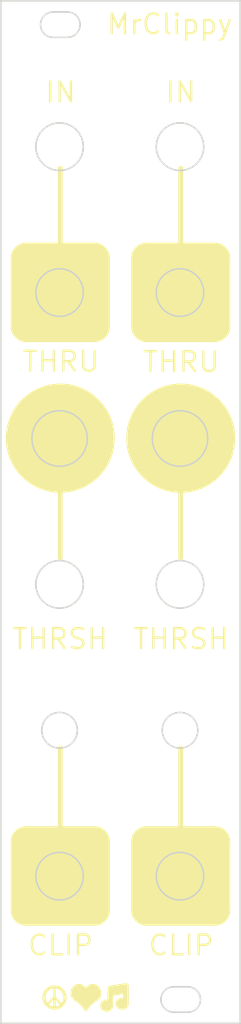
<source format=kicad_pcb>
(kicad_pcb (version 20221018) (generator pcbnew)

  (general
    (thickness 1.6)
  )

  (paper "A4")
  (title_block
    (title "MrClippy")
    (date "2023-05-19")
    (rev "v1.1")
    (company "moPsy & Patrick")
  )

  (layers
    (0 "F.Cu" signal)
    (31 "B.Cu" signal)
    (32 "B.Adhes" user "B.Adhesive")
    (33 "F.Adhes" user "F.Adhesive")
    (34 "B.Paste" user)
    (35 "F.Paste" user)
    (36 "B.SilkS" user "B.Silkscreen")
    (37 "F.SilkS" user "F.Silkscreen")
    (38 "B.Mask" user)
    (39 "F.Mask" user)
    (40 "Dwgs.User" user "User.Drawings")
    (41 "Cmts.User" user "User.Comments")
    (42 "Eco1.User" user "User.Eco1")
    (43 "Eco2.User" user "User.Eco2")
    (44 "Edge.Cuts" user)
    (45 "Margin" user)
    (46 "B.CrtYd" user "B.Courtyard")
    (47 "F.CrtYd" user "F.Courtyard")
    (48 "B.Fab" user)
    (49 "F.Fab" user)
    (50 "User.1" user)
    (51 "User.2" user)
    (52 "User.3" user)
    (53 "User.4" user)
    (54 "User.5" user)
    (55 "User.6" user)
    (56 "User.7" user)
    (57 "User.8" user)
    (58 "User.9" user)
  )

  (setup
    (stackup
      (layer "F.SilkS" (type "Top Silk Screen") (color "Black"))
      (layer "F.Paste" (type "Top Solder Paste"))
      (layer "F.Mask" (type "Top Solder Mask") (color "White") (thickness 0.01))
      (layer "F.Cu" (type "copper") (thickness 0.035))
      (layer "dielectric 1" (type "core") (thickness 1.51) (material "FR4") (epsilon_r 4.5) (loss_tangent 0.02))
      (layer "B.Cu" (type "copper") (thickness 0.035))
      (layer "B.Mask" (type "Bottom Solder Mask") (color "White") (thickness 0.01))
      (layer "B.Paste" (type "Bottom Solder Paste"))
      (layer "B.SilkS" (type "Bottom Silk Screen") (color "Black"))
      (copper_finish "None")
      (dielectric_constraints no)
    )
    (pad_to_mask_clearance 0)
    (pcbplotparams
      (layerselection 0x00010fc_ffffffff)
      (plot_on_all_layers_selection 0x0000000_00000000)
      (disableapertmacros false)
      (usegerberextensions false)
      (usegerberattributes true)
      (usegerberadvancedattributes true)
      (creategerberjobfile true)
      (dashed_line_dash_ratio 12.000000)
      (dashed_line_gap_ratio 3.000000)
      (svgprecision 4)
      (plotframeref false)
      (viasonmask false)
      (mode 1)
      (useauxorigin false)
      (hpglpennumber 1)
      (hpglpenspeed 20)
      (hpglpendiameter 15.000000)
      (dxfpolygonmode true)
      (dxfimperialunits true)
      (dxfusepcbnewfont true)
      (psnegative false)
      (psa4output false)
      (plotreference true)
      (plotvalue true)
      (plotinvisibletext false)
      (sketchpadsonfab false)
      (subtractmaskfromsilk false)
      (outputformat 1)
      (mirror false)
      (drillshape 1)
      (scaleselection 1)
      (outputdirectory "")
    )
  )

  (net 0 "")

  (gr_line (start 113.040899 159.976604) (end 113.052604 160.042146)
    (stroke (width 0.4) (type solid)) (layer "F.SilkS") (tstamp 00785006-c8a7-4b02-b502-07d4f139345c))
  (gr_line (start 110.598746 160.934974) (end 110.566699 160.879238)
    (stroke (width 0.4) (type solid)) (layer "F.SilkS") (tstamp 00c30416-01e3-43f9-b60d-3c1b69dbaf32))
  (gr_line (start 111.939689 158.92923) (end 112.005231 158.940935)
    (stroke (width 0.4) (type solid)) (layer "F.SilkS") (tstamp 04ab01f0-7f24-401e-a8b5-34bb75f2d7c5))
  (gr_line (start 110.751815 159.349941) (end 110.795884 159.303718)
    (stroke (width 0.4) (type solid)) (layer "F.SilkS") (tstamp 07615ad6-92fa-4dbf-8a18-f73c026bb6b0))
  (gr_line (start 112.588746 161.14863) (end 111.720439 160.12558)
    (stroke (width 0.299999) (type solid)) (layer "F.SilkS") (tstamp 07c69a3c-ca32-4cb8-bd80-5e05173be64a))
  (gr_line (start 110.407793 160.176345) (end 110.412933 160.108754)
    (stroke (width 0.4) (type solid)) (layer "F.SilkS") (tstamp 0c258c24-2d75-473b-a4b5-8472bfafd6bd))
  (gr_line (start 112.132781 158.973731) (end 112.194621 158.994656)
    (stroke (width 0.4) (type solid)) (layer "F.SilkS") (tstamp 0dcf5b6f-59d8-4172-9c8f-ab3e07bae91d))
  (gr_line (start 111.34122 158.973731) (end 111.404378 158.955796)
    (stroke (width 0.4) (type solid)) (layer "F.SilkS") (tstamp 11c7a737-9365-45f7-af3c-0dc4f2a0974e))
  (gr_line (start 110.940678 161.311362) (end 110.8904 161.271851)
    (stroke (width 0.4) (type solid)) (layer "F.SilkS") (tstamp 188eafda-aca4-4538-b686-5f50187cc64e))
  (gr_line (start 113.040899 160.513065) (end 113.026037 160.577457)
    (stroke (width 0.4) (type solid)) (layer "F.SilkS") (tstamp 1ae1ff81-2ff3-4992-a236-3c704131f0d7))
  (gr_line (start 113.026037 159.912212) (end 113.040899 159.976604)
    (stroke (width 0.4) (type solid)) (layer "F.SilkS") (tstamp 1c372956-569b-4f49-9b66-955af1998ad0))
  (gr_line (start 113.066207 160.176345) (end 113.067939 160.244835)
    (stroke (width 0.4) (type solid)) (layer "F.SilkS") (tstamp 1cb8a629-c10c-479e-974c-97fc3fc5160b))
  (gr_line (start 110.421397 160.042146) (end 110.433101 159.976604)
    (stroke (width 0.4) (type solid)) (layer "F.SilkS") (tstamp 1d3d687d-dd45-4ab1-ad58-d84d339b035d))
  (gr_line (start 111.404378 161.533871) (end 111.34122 161.515936)
    (stroke (width 0.4) (type solid)) (layer "F.SilkS") (tstamp 1e975391-d4dd-4584-b0b9-a6f46015b475))
  (gr_line (start 111.102596 159.074532) (end 111.159983 159.04514)
    (stroke (width 0.4) (type solid)) (layer "F.SilkS") (tstamp 1edbd4a7-9a5b-46c1-92c8-c40f471aafe1))
  (gr_poly
    (pts
      (xy 116.865132 65.496833)
      (xy 116.958803 65.503956)
      (xy 117.051113 65.515686)
      (xy 117.141944 65.531906)
      (xy 117.231182 65.552503)
      (xy 117.318711 65.577358)
      (xy 117.404414 65.606357)
      (xy 117.488175 65.639383)
      (xy 117.56988 65.676321)
      (xy 117.649411 65.717054)
      (xy 117.726653 65.761467)
      (xy 117.80149 65.809445)
      (xy 117.873806 65.86087)
      (xy 117.943485 65.915627)
      (xy 118.010412 65.973601)
      (xy 118.07447 66.034674)
      (xy 118.135544 66.098733)
      (xy 118.193517 66.16566)
      (xy 118.248274 66.235339)
      (xy 118.2997 66.307655)
      (xy 118.347677 66.382493)
      (xy 118.39209 66.459735)
      (xy 118.432823 66.539266)
      (xy 118.469761 66.62097)
      (xy 118.502787 66.704732)
      (xy 118.531786 66.790435)
      (xy 118.556641 66.877963)
      (xy 118.577237 66.967202)
      (xy 118.593458 67.058033)
      (xy 118.605188 67.150343)
      (xy 118.612311 67.244015)
      (xy 118.614711 67.338932)
      (xy 118.614711 75.946587)
      (xy 118.612311 76.041505)
      (xy 118.605188 76.135176)
      (xy 118.593458 76.227486)
      (xy 118.577237 76.318318)
      (xy 118.556641 76.407556)
      (xy 118.531786 76.495084)
      (xy 118.502787 76.580787)
      (xy 118.469761 76.664549)
      (xy 118.432823 76.746253)
      (xy 118.39209 76.825784)
      (xy 118.347677 76.903026)
      (xy 118.2997 76.977863)
      (xy 118.248274 77.050179)
      (xy 118.193517 77.119859)
      (xy 118.135544 77.186786)
      (xy 118.07447 77.250844)
      (xy 118.010412 77.311918)
      (xy 117.943485 77.369891)
      (xy 117.873806 77.424648)
      (xy 117.80149 77.476073)
      (xy 117.726653 77.524051)
      (xy 117.649411 77.568464)
      (xy 117.56988 77.609197)
      (xy 117.488175 77.646135)
      (xy 117.404414 77.679161)
      (xy 117.318711 77.70816)
      (xy 117.231182 77.733015)
      (xy 117.141944 77.753611)
      (xy 117.051113 77.769832)
      (xy 116.958803 77.781562)
      (xy 116.865132 77.788685)
      (xy 116.770214 77.791085)
      (xy 108.162558 77.791085)
      (xy 108.06764 77.788685)
      (xy 107.973969 77.781562)
      (xy 107.881659 77.769832)
      (xy 107.790827 77.753611)
      (xy 107.701589 77.733015)
      (xy 107.61406 77.70816)
      (xy 107.528357 77.679161)
      (xy 107.444596 77.646135)
      (xy 107.362892 77.609197)
      (xy 107.28336 77.568464)
      (xy 107.206118 77.524051)
      (xy 107.131281 77.476073)
      (xy 107.058965 77.424648)
      (xy 106.989286 77.369891)
      (xy 106.922359 77.311918)
      (xy 106.858301 77.250844)
      (xy 106.797227 77.186786)
      (xy 106.739254 77.119859)
      (xy 106.684496 77.050179)
      (xy 106.633071 76.977863)
      (xy 106.585094 76.903026)
      (xy 106.540681 76.825784)
      (xy 106.499947 76.746253)
      (xy 106.46301 76.664549)
      (xy 106.429984 76.580787)
      (xy 106.400985 76.495084)
      (xy 106.37613 76.407556)
      (xy 106.355534 76.318318)
      (xy 106.339313 76.227486)
      (xy 106.327583 76.135176)
      (xy 106.32046 76.041505)
      (xy 106.31806 75.946587)
      (xy 106.31806 67.338932)
      (xy 106.32046 67.244015)
      (xy 106.327583 67.150343)
      (xy 106.339313 67.058033)
      (xy 106.355534 66.967202)
      (xy 106.37613 66.877963)
      (xy 106.400985 66.790435)
      (xy 106.429984 66.704732)
      (xy 106.46301 66.62097)
      (xy 106.499947 66.539266)
      (xy 106.540681 66.459735)
      (xy 106.585094 66.382493)
      (xy 106.633071 66.307655)
      (xy 106.684496 66.235339)
      (xy 106.739254 66.16566)
      (xy 106.797227 66.098733)
      (xy 106.858301 66.034674)
      (xy 106.922359 65.973601)
      (xy 106.989286 65.915627)
      (xy 107.058965 65.86087)
      (xy 107.131281 65.809445)
      (xy 107.206118 65.761467)
      (xy 107.28336 65.717054)
      (xy 107.362892 65.676321)
      (xy 107.444596 65.639383)
      (xy 107.528357 65.606357)
      (xy 107.61406 65.577358)
      (xy 107.701589 65.552503)
      (xy 107.790827 65.531906)
      (xy 107.881659 65.515686)
      (xy 107.973969 65.503956)
      (xy 108.06764 65.496833)
      (xy 108.162558 65.494433)
      (xy 116.770214 65.494433)
    )

    (stroke (width 0.204944) (type solid)) (fill solid) (layer "F.SilkS") (tstamp 216ff870-5c28-4899-9bab-f78327d5d8bc))
  (gr_line (start 127.646388 128.895592) (end 127.646388 138.73291)
    (stroke (width 0.614833) (type solid)) (layer "F.SilkS") (tstamp 2476c9d5-164d-4f1e-b848-d686984c14b7))
  (gr_line (start 112.764017 161.091435) (end 112.722185 161.139727)
    (stroke (width 0.4) (type solid)) (layer "F.SilkS") (tstamp 252e48d6-0280-4535-99ae-56caa40822e4))
  (gr_line (start 110.406062 160.244835) (end 110.407793 160.176345)
    (stroke (width 0.4) (type solid)) (layer "F.SilkS") (tstamp 287579dd-789c-4034-9e84-76669f97dbe1))
  (gr_line (start 110.447963 159.912212) (end 110.465898 159.849054)
    (stroke (width 0.4) (type solid)) (layer "F.SilkS") (tstamp 2a4bfcd2-e975-48b6-8256-fc105955259b))
  (gr_line (start 112.371405 159.074532) (end 112.42714 159.106579)
    (stroke (width 0.4) (type solid)) (layer "F.SilkS") (tstamp 2b56ca74-20d5-466d-be62-b88d06c755b5))
  (gr_line (start 110.537307 159.667817) (end 110.566699 159.61043)
    (stroke (width 0.4) (type solid)) (layer "F.SilkS") (tstamp 2cb6d4d9-5fff-4f6d-aba2-f49536ac4ed1))
  (gr_line (start 110.99286 161.348469) (end 110.940678 161.311362)
    (stroke (width 0.4) (type solid)) (layer "F.SilkS") (tstamp 312d9954-04dd-439c-967a-b32804bb8ae5))
  (gr_line (start 110.842107 161.230019) (end 110.795884 161.18595)
    (stroke (width 0.4) (type solid)) (layer "F.SilkS") (tstamp 319ea622-359e-488d-98a9-0be6fcf886c0))
  (gr_line (start 111.873081 158.920766) (end 111.939689 158.92923)
    (stroke (width 0.4) (type solid)) (layer "F.SilkS") (tstamp 31f67386-5919-4f3b-a53c-2159101a47ee))
  (gr_line (start 112.583601 161.271851) (end 112.533322 161.311362)
    (stroke (width 0.4) (type solid)) (layer "F.SilkS") (tstamp 3629a5ca-ba69-4bfd-b2b5-b39536a961d4))
  (gr_line (start 112.840635 159.500693) (end 112.875254 159.554694)
    (stroke (width 0.4) (type solid)) (layer "F.SilkS") (tstamp 3639aa39-2a0b-400d-a00d-3e3bbad2b2c6))
  (gr_line (start 110.8904 161.271851) (end 110.842107 161.230019)
    (stroke (width 0.4) (type solid)) (layer "F.SilkS") (tstamp 36d3ec22-e01e-47ba-b6d6-e90708e32569))
  (gr_line (start 111.46877 158.940935) (end 111.534311 158.92923)
    (stroke (width 0.4) (type solid)) (layer "F.SilkS") (tstamp 39b6e3cf-87dc-46db-95a5-6e5be715b679))
  (gr_line (start 110.633365 159.500693) (end 110.670472 159.448512)
    (stroke (width 0.4) (type solid)) (layer "F.SilkS") (tstamp 3a080a84-0c98-4f60-b966-24362b9ead34))
  (gr_line (start 112.481141 159.141198) (end 112.533322 159.178305)
    (stroke (width 0.4) (type solid)) (layer "F.SilkS") (tstamp 3a89523a-9c92-45aa-b68e-bc4cfa117550))
  (gr_line (start 113.052604 160.447523) (end 113.040899 160.513065)
    (stroke (width 0.4) (type solid)) (layer "F.SilkS") (tstamp 3e64e20c-f7b6-4925-bb95-2c0cf17267ab))
  (gr_line (start 111.66851 161.574041) (end 111.600919 161.568901)
    (stroke (width 0.4) (type solid)) (layer "F.SilkS") (tstamp 3f320f7b-6c89-42b3-a586-b670e8856e37))
  (gr_line (start 111.66851 158.915626) (end 111.737 158.913895)
    (stroke (width 0.4) (type solid)) (layer "F.SilkS") (tstamp 4011c14a-5901-4b25-98e9-dd0d7f93e5af))
  (gr_poly
    (pts
      (xy 132.045133 65.496833)
      (xy 132.138804 65.503956)
      (xy 132.231114 65.515686)
      (xy 132.321946 65.531906)
      (xy 132.411184 65.552503)
      (xy 132.498713 65.577358)
      (xy 132.584416 65.606357)
      (xy 132.668177 65.639383)
      (xy 132.749881 65.676321)
      (xy 132.829412 65.717054)
      (xy 132.906655 65.761467)
      (xy 132.981492 65.809445)
      (xy 133.053808 65.86087)
      (xy 133.123487 65.915627)
      (xy 133.190414 65.973601)
      (xy 133.254472 66.034674)
      (xy 133.315546 66.098733)
      (xy 133.373519 66.16566)
      (xy 133.428277 66.235339)
      (xy 133.479702 66.307655)
      (xy 133.527679 66.382493)
      (xy 133.572092 66.459735)
      (xy 133.612825 66.539266)
      (xy 133.649763 66.62097)
      (xy 133.682789 66.704732)
      (xy 133.711788 66.790435)
      (xy 133.736643 66.877963)
      (xy 133.757239 66.967202)
      (xy 133.77346 67.058033)
      (xy 133.78519 67.150343)
      (xy 133.792313 67.244015)
      (xy 133.794713 67.338932)
      (xy 133.794713 75.946587)
      (xy 133.792313 76.041505)
      (xy 133.78519 76.135176)
      (xy 133.77346 76.227486)
      (xy 133.757239 76.318318)
      (xy 133.736643 76.407556)
      (xy 133.711788 76.495084)
      (xy 133.682789 76.580787)
      (xy 133.649763 76.664549)
      (xy 133.612825 76.746253)
      (xy 133.572092 76.825784)
      (xy 133.527679 76.903026)
      (xy 133.479702 76.977863)
      (xy 133.428277 77.050179)
      (xy 133.373519 77.119859)
      (xy 133.315546 77.186786)
      (xy 133.254472 77.250844)
      (xy 133.190414 77.311918)
      (xy 133.123487 77.369891)
      (xy 133.053808 77.424648)
      (xy 132.981492 77.476073)
      (xy 132.906655 77.524051)
      (xy 132.829412 77.568464)
      (xy 132.749881 77.609197)
      (xy 132.668177 77.646135)
      (xy 132.584416 77.679161)
      (xy 132.498713 77.70816)
      (xy 132.411184 77.733015)
      (xy 132.321946 77.753611)
      (xy 132.231114 77.769832)
      (xy 132.138804 77.781562)
      (xy 132.045133 77.788685)
      (xy 131.950215 77.791085)
      (xy 123.342561 77.791085)
      (xy 123.247643 77.788685)
      (xy 123.153971 77.781562)
      (xy 123.061662 77.769832)
      (xy 122.97083 77.753611)
      (xy 122.881592 77.733015)
      (xy 122.794063 77.70816)
      (xy 122.70836 77.679161)
      (xy 122.624599 77.646135)
      (xy 122.542894 77.609197)
      (xy 122.463363 77.568464)
      (xy 122.386121 77.524051)
      (xy 122.311284 77.476073)
      (xy 122.238967 77.424648)
      (xy 122.169288 77.369891)
      (xy 122.102361 77.311918)
      (xy 122.038303 77.250844)
      (xy 121.977229 77.186786)
      (xy 121.919255 77.119859)
      (xy 121.864498 77.050179)
      (xy 121.813073 76.977863)
      (xy 121.765096 76.903026)
      (xy 121.720682 76.825784)
      (xy 121.679949 76.746253)
      (xy 121.643011 76.664549)
      (xy 121.609985 76.580787)
      (xy 121.580986 76.495084)
      (xy 121.556131 76.407556)
      (xy 121.535535 76.318318)
      (xy 121.519314 76.227486)
      (xy 121.507584 76.135176)
      (xy 121.500461 76.041505)
      (xy 121.498061 75.946587)
      (xy 121.498061 67.338932)
      (xy 121.500461 67.244015)
      (xy 121.507584 67.150343)
      (xy 121.519314 67.058033)
      (xy 121.535535 66.967202)
      (xy 121.556131 66.877963)
      (xy 121.580986 66.790435)
      (xy 121.609985 66.704732)
      (xy 121.643011 66.62097)
      (xy 121.679949 66.539266)
      (xy 121.720682 66.459735)
      (xy 121.765096 66.382493)
      (xy 121.813073 66.307655)
      (xy 121.864498 66.235339)
      (xy 121.919255 66.16566)
      (xy 121.977229 66.098733)
      (xy 122.038303 66.034674)
      (xy 122.102361 65.973601)
      (xy 122.169288 65.915627)
      (xy 122.238967 65.86087)
      (xy 122.311284 65.809445)
      (xy 122.386121 65.761467)
      (xy 122.463363 65.717054)
      (xy 122.542894 65.676321)
      (xy 122.624599 65.639383)
      (xy 122.70836 65.606357)
      (xy 122.794063 65.577358)
      (xy 122.881592 65.552503)
      (xy 122.97083 65.531906)
      (xy 123.061662 65.515686)
      (xy 123.153971 65.503956)
      (xy 123.247643 65.496833)
      (xy 123.342561 65.494433)
      (xy 131.950215 65.494433)
    )

    (stroke (width 0.204944) (type solid)) (fill solid) (layer "F.SilkS") (tstamp 435af37d-09dd-422a-bf12-38df6002eabc))
  (gr_line (start 111.102596 161.415136) (end 111.04686 161.383088)
    (stroke (width 0.4) (type solid)) (layer "F.SilkS") (tstamp 455d3fb3-e468-4857-afca-ed23b102e1a1))
  (gr_line (start 112.481141 161.348469) (end 112.42714 161.383088)
    (stroke (width 0.4) (type solid)) (layer "F.SilkS") (tstamp 4974cfc6-2678-481b-b53c-636cf44fbdd6))
  (gr_line (start 110.842107 159.259649) (end 110.8904 159.217817)
    (stroke (width 0.4) (type solid)) (layer "F.SilkS") (tstamp 4a1ba0eb-4fba-468e-b42b-75c8af3fb4b4))
  (gr_line (start 110.875891 161.155458) (end 111.74944 160.12623)
    (stroke (width 0.299999) (type solid)) (layer "F.SilkS") (tstamp 4aa204bc-0ff5-440c-865e-5f947931c376))
  (gr_line (start 110.709983 159.398233) (end 110.751815 159.349941)
    (stroke (width 0.4) (type solid)) (layer "F.SilkS") (tstamp 4ad54c8e-e047-4716-a58f-6b2cdd0bca3e))
  (gr_line (start 110.598746 159.554694) (end 110.633365 159.500693)
    (stroke (width 0.4) (type solid)) (layer "F.SilkS") (tstamp 4adcb62a-c15d-4c8b-873e-1d7fca3ebd1b))
  (gr_line (start 110.447963 160.577457) (end 110.433101 160.513065)
    (stroke (width 0.4) (type solid)) (layer "F.SilkS") (tstamp 4dfc0d21-c7b3-4251-9b47-e1e531b4b94c))
  (gr_line (start 110.433101 159.976604) (end 110.447963 159.912212)
    (stroke (width 0.4) (type solid)) (layer "F.SilkS") (tstamp 50df4991-0c91-4a72-9242-f446093a8fc1))
  (gr_line (start 111.34122 161.515936) (end 111.279379 161.495012)
    (stroke (width 0.4) (type solid)) (layer "F.SilkS") (tstamp 5277573e-0681-4e5d-8452-f8310d4de412))
  (gr_line (start 112.194621 158.994656) (end 112.255062 159.018486)
    (stroke (width 0.4) (type solid)) (layer "F.SilkS") (tstamp 535957ee-15d5-4194-8f5a-236af831dc4e))
  (gr_line (start 110.407793 160.313325) (end 110.406062 160.244835)
    (stroke (width 0.4) (type solid)) (layer "F.SilkS") (tstamp 54603462-3326-4f9b-aa57-92c4588e3ebe))
  (gr_line (start 113.026037 160.577457) (end 113.008103 160.640615)
    (stroke (width 0.4) (type solid)) (layer "F.SilkS") (tstamp 566c754c-dec8-49dc-a6e8-dc714357c4c0))
  (gr_line (start 112.533322 161.311362) (end 112.481141 161.348469)
    (stroke (width 0.4) (type solid)) (layer "F.SilkS") (tstamp 567fa872-8d56-4d94-b7cd-d939502fa176))
  (gr_line (start 112.132781 161.515936) (end 112.069622 161.533871)
    (stroke (width 0.4) (type solid)) (layer "F.SilkS") (tstamp 5a3e91fa-7ab0-40a7-afcb-04abf252cf04))
  (gr_line (start 112.987178 160.702455) (end 112.963347 160.762895)
    (stroke (width 0.4) (type solid)) (layer "F.SilkS") (tstamp 5a82e330-1069-4969-a767-606d9e456864))
  (gr_line (start 127.646388 96.395138) (end 127.646388 105.002793)
    (stroke (width 0.614833) (type solid)) (layer "F.SilkS") (tstamp 5ea19930-f06b-42db-a798-10f01301e435))
  (gr_line (start 112.987178 159.787213) (end 113.008103 159.849054)
    (stroke (width 0.4) (type solid)) (layer "F.SilkS") (tstamp 5ffea560-bad2-442d-b7ae-69fd31c0a75a))
  (gr_poly
    (pts
      (xy 120.747573 158.646588)
      (xy 120.755866 158.647315)
      (xy 120.764089 158.648484)
      (xy 120.772224 158.65009)
      (xy 120.780253 158.652129)
      (xy 120.788161 158.654594)
      (xy 120.795929 158.657482)
      (xy 120.803542 158.660787)
      (xy 120.81098 158.664503)
      (xy 120.818228 158.668627)
      (xy 120.825268 158.673153)
      (xy 120.832083 158.678075)
      (xy 120.838656 158.68339)
      (xy 120.844933 158.689057)
      (xy 120.85086 158.695026)
      (xy 120.85643 158.701281)
      (xy 120.861636 158.707804)
      (xy 120.866469 158.714579)
      (xy 120.870922 158.72159)
      (xy 120.874987 158.72882)
      (xy 120.878657 158.736252)
      (xy 120.881924 158.74387)
      (xy 120.88478 158.751656)
      (xy 120.887218 158.759596)
      (xy 120.88923 158.767671)
      (xy 120.890808 158.775866)
      (xy 120.891945 158.784163)
      (xy 120.892632 158.792547)
      (xy 120.892863 158.801)
      (xy 120.892863 161.018315)
      (xy 120.892056 161.047459)
      (xy 120.889663 161.076226)
      (xy 120.88572 161.10458)
      (xy 120.880269 161.132484)
      (xy 120.873349 161.159903)
      (xy 120.864997 161.186801)
      (xy 120.855255 161.213142)
      (xy 120.84416 161.238889)
      (xy 120.831752 161.264008)
      (xy 120.81807 161.288462)
      (xy 120.803154 161.312215)
      (xy 120.787042 161.335231)
      (xy 120.769773 161.357475)
      (xy 120.751388 161.37891)
      (xy 120.731924 161.399501)
      (xy 120.711422 161.419211)
      (xy 120.68992 161.438005)
      (xy 120.667458 161.455847)
      (xy 120.644075 161.472701)
      (xy 120.619809 161.48853)
      (xy 120.594701 161.5033)
      (xy 120.568789 161.516974)
      (xy 120.542112 161.529516)
      (xy 120.51471 161.54089)
      (xy 120.486622 161.551061)
      (xy 120.457886 161.559992)
      (xy 120.428543 161.567647)
      (xy 120.398632 161.573991)
      (xy 120.368191 161.578988)
      (xy 120.337259 161.582602)
      (xy 120.305877 161.584797)
      (xy 120.274082 161.585536)
      (xy 120.242288 161.584797)
      (xy 120.210905 161.582602)
      (xy 120.179974 161.578989)
      (xy 120.149533 161.573992)
      (xy 120.119621 161.567648)
      (xy 120.090278 161.559992)
      (xy 120.061542 161.551061)
      (xy 120.033454 161.540891)
      (xy 120.006052 161.529517)
      (xy 119.979375 161.516975)
      (xy 119.953463 161.503301)
      (xy 119.928354 161.488532)
      (xy 119.904088 161.472703)
      (xy 119.880704 161.455849)
      (xy 119.858242 161.438007)
      (xy 119.83674 161.419214)
      (xy 119.816238 161.399503)
      (xy 119.796774 161.378913)
      (xy 119.778388 161.357478)
      (xy 119.76112 161.335234)
      (xy 119.745007 161.312218)
      (xy 119.730091 161.288465)
      (xy 119.716409 161.264011)
      (xy 119.704001 161.238892)
      (xy 119.692905 161.213144)
      (xy 119.683163 161.186804)
      (xy 119.674811 161.159906)
      (xy 119.66789 161.132486)
      (xy 119.662439 161.104582)
      (xy 119.658497 161.076228)
      (xy 119.656103 161.04746)
      (xy 119.655296 161.018315)
      (xy 119.656103 160.98917)
      (xy 119.658497 160.960402)
      (xy 119.662439 160.932048)
      (xy 119.66789 160.904143)
      (xy 119.674811 160.876724)
      (xy 119.683163 160.849826)
      (xy 119.692905 160.823485)
      (xy 119.704001 160.797737)
      (xy 119.716409 160.772619)
      (xy 119.730091 160.748165)
      (xy 119.745007 160.724412)
      (xy 119.76112 160.701395)
      (xy 119.778388 160.679152)
      (xy 119.796774 160.657717)
      (xy 119.816238 160.637126)
      (xy 119.83674 160.617416)
      (xy 119.858242 160.598622)
      (xy 119.880704 160.58078)
      (xy 119.904088 160.563927)
      (xy 119.928354 160.548098)
      (xy 119.953463 160.533328)
      (xy 119.979375 160.519655)
      (xy 120.006052 160.507113)
      (xy 120.033454 160.495739)
      (xy 120.061542 160.485568)
      (xy 120.090278 160.476637)
      (xy 120.119621 160.468982)
      (xy 120.149533 160.462638)
      (xy 120.179974 160.457641)
      (xy 120.210905 160.454027)
      (xy 120.242288 160.451833)
      (xy 120.274082 160.451093)
      (xy 120.583473 160.451093)
      (xy 120.583473 159.60082)
      (xy 118.93338 159.861361)
      (xy 118.93338 161.27614)
      (xy 118.932573 161.305285)
      (xy 118.930179 161.334053)
      (xy 118.926237 161.362407)
      (xy 118.920786 161.390311)
      (xy 118.913865 161.417731)
      (xy 118.905514 161.444629)
      (xy 118.895771 161.47097)
      (xy 118.884676 161.496717)
      (xy 118.872267 161.521836)
      (xy 118.858585 161.54629)
      (xy 118.843669 161.570043)
      (xy 118.827556 161.593059)
      (xy 118.810288 161.615303)
      (xy 118.791902 161.636738)
      (xy 118.772438 161.657329)
      (xy 118.751936 161.677039)
      (xy 118.730434 161.695833)
      (xy 118.707971 161.713674)
      (xy 118.684588 161.730528)
      (xy 118.660322 161.746357)
      (xy 118.635213 161.761127)
      (xy 118.609301 161.7748)
      (xy 118.582624 161.787342)
      (xy 118.555222 161.798716)
      (xy 118.527133 161.808886)
      (xy 118.498398 161.817817)
      (xy 118.469055 161.825473)
      (xy 118.439143 161.831817)
      (xy 118.408702 161.836814)
      (xy 118.37777 161.840427)
      (xy 118.346388 161.842622)
      (xy 118.314593 161.843361)
      (xy 118.282799 161.842622)
      (xy 118.251416 161.840427)
      (xy 118.220485 161.836814)
      (xy 118.190044 161.831817)
      (xy 118.160132 161.825473)
      (xy 118.130789 161.817817)
      (xy 118.102053 161.808886)
      (xy 118.073965 161.798716)
      (xy 118.046563 161.787342)
      (xy 118.019886 161.7748)
      (xy 117.993974 161.761127)
      (xy 117.968865 161.746357)
      (xy 117.944599 161.730528)
      (xy 117.921215 161.713674)
      (xy 117.898753 161.695833)
      (xy 117.877251 161.677039)
      (xy 117.856748 161.657329)
      (xy 117.837285 161.636738)
      (xy 117.818899 161.615303)
      (xy 117.80163 161.593059)
      (xy 117.785518 161.570043)
      (xy 117.770602 161.54629)
      (xy 117.756919 161.521836)
      (xy 117.744511 161.496717)
      (xy 117.733416 161.47097)
      (xy 117.723673 161.444629)
      (xy 117.715322 161.417731)
      (xy 117.708401 161.390311)
      (xy 117.70295 161.362407)
      (xy 117.699008 161.334053)
      (xy 117.696614 161.305285)
      (xy 117.695807 161.27614)
      (xy 117.696614 161.246995)
      (xy 117.699008 161.218228)
      (xy 117.70295 161.189875)
      (xy 117.708401 161.16197)
      (xy 117.715322 161.134551)
      (xy 117.723673 161.107654)
      (xy 117.733416 161.081313)
      (xy 117.744511 161.055566)
      (xy 117.756919 161.030447)
      (xy 117.770602 161.005994)
      (xy 117.785518 160.982241)
      (xy 117.80163 160.959225)
      (xy 117.818899 160.936981)
      (xy 117.837285 160.915546)
      (xy 117.856748 160.894956)
      (xy 117.877251 160.875246)
      (xy 117.898753 160.856452)
      (xy 117.921215 160.83861)
      (xy 117.944599 160.821756)
      (xy 117.968865 160.805927)
      (xy 117.993974 160.791157)
      (xy 118.019886 160.777483)
      (xy 118.046563 160.764941)
      (xy 118.073965 160.753567)
      (xy 118.102053 160.743396)
      (xy 118.130789 160.734465)
      (xy 118.160132 160.726809)
      (xy 118.190044 160.720465)
      (xy 118.220485 160.715468)
      (xy 118.251416 160.711854)
      (xy 118.282799 160.709659)
      (xy 118.314593 160.708918)
      (xy 118.623989 160.708918)
      (xy 118.623989 159.11039)
      (xy 118.62415 159.103289)
      (xy 118.624629 159.096261)
      (xy 118.62542 159.089315)
      (xy 118.626516 159.082458)
      (xy 118.62791 159.075697)
      (xy 118.629595 159.069041)
      (xy 118.631567 159.062497)
      (xy 118.633817 159.056073)
      (xy 118.63634 159.049776)
      (xy 118.639128 159.043614)
      (xy 118.642176 159.037594)
      (xy 118.645476 159.031724)
      (xy 118.649023 159.026012)
      (xy 118.65281 159.020466)
      (xy 118.65683 159.015092)
      (xy 118.661077 159.009899)
      (xy 118.665544 159.004894)
      (xy 118.670225 159.000085)
      (xy 118.675113 158.99548)
      (xy 118.680202 158.991086)
      (xy 118.685485 158.98691)
      (xy 118.690955 158.982961)
      (xy 118.696607 158.979245)
      (xy 118.702434 158.975772)
      (xy 118.708428 158.972547)
      (xy 118.714584 158.969579)
      (xy 118.720896 158.966876)
      (xy 118.727356 158.964445)
      (xy 118.733958 158.962293)
      (xy 118.740695 158.960429)
      (xy 118.747562 158.95886)
      (xy 118.754551 158.957593)
      (xy 120.714034 158.648203)
      (xy 120.722439 158.647111)
      (xy 120.730842 158.646481)
      (xy 120.739226 158.646308)
    )

    (stroke (width 0.399999) (type solid)) (fill solid) (layer "F.SilkS") (tstamp 6249a5e1-e2ec-4c3c-b133-0b2568f189e8))
  (gr_line (start 112.194621 161.495012) (end 112.132781 161.515936)
    (stroke (width 0.4) (type solid)) (layer "F.SilkS") (tstamp 67de5eb9-0a0a-43ad-b895-b2ea15149bce))
  (gr_line (start 110.8904 159.217817) (end 110.940678 159.178305)
    (stroke (width 0.4) (type solid)) (layer "F.SilkS") (tstamp 68fab28f-0442-4f0f-8261-0f1b33172c68))
  (gr_poly
    (pts
      (xy 132.045133 138.830144)
      (xy 132.138804 138.837267)
      (xy 132.231114 138.848997)
      (xy 132.321946 138.865218)
      (xy 132.411184 138.885814)
      (xy 132.498713 138.910669)
      (xy 132.584416 138.939668)
      (xy 132.668177 138.972694)
      (xy 132.749881 139.009632)
      (xy 132.829412 139.050365)
      (xy 132.906655 139.094779)
      (xy 132.981492 139.142756)
      (xy 133.053808 139.194181)
      (xy 133.123487 139.248939)
      (xy 133.190414 139.306912)
      (xy 133.254472 139.367986)
      (xy 133.315546 139.432044)
      (xy 133.373519 139.498971)
      (xy 133.428277 139.568651)
      (xy 133.479702 139.640967)
      (xy 133.527679 139.715804)
      (xy 133.572092 139.793046)
      (xy 133.612825 139.872577)
      (xy 133.649763 139.954281)
      (xy 133.682789 140.038043)
      (xy 133.711788 140.123746)
      (xy 133.736643 140.211274)
      (xy 133.757239 140.300512)
      (xy 133.77346 140.391344)
      (xy 133.78519 140.483653)
      (xy 133.792313 140.577324)
      (xy 133.794713 140.672242)
      (xy 133.794713 149.279892)
      (xy 133.792313 149.37481)
      (xy 133.78519 149.468481)
      (xy 133.77346 149.56079)
      (xy 133.757239 149.651622)
      (xy 133.736643 149.74086)
      (xy 133.711788 149.828388)
      (xy 133.682789 149.914091)
      (xy 133.649763 149.997853)
      (xy 133.612825 150.079557)
      (xy 133.572092 150.159088)
      (xy 133.527679 150.23633)
      (xy 133.479702 150.311167)
      (xy 133.428277 150.383483)
      (xy 133.373519 150.453163)
      (xy 133.315546 150.520089)
      (xy 133.254472 150.584148)
      (xy 133.190414 150.645222)
      (xy 133.123487 150.703195)
      (xy 133.053808 150.757953)
      (xy 132.981492 150.809378)
      (xy 132.906655 150.857355)
      (xy 132.829412 150.901768)
      (xy 132.749881 150.942502)
      (xy 132.668177 150.97944)
      (xy 132.584416 151.012466)
      (xy 132.498713 151.041465)
      (xy 132.411184 151.06632)
      (xy 132.321946 151.086916)
      (xy 132.231114 151.103137)
      (xy 132.138804 151.114867)
      (xy 132.045133 151.12199)
      (xy 131.950215 151.12439)
      (xy 123.342561 151.12439)
      (xy 123.247643 151.12199)
      (xy 123.153971 151.114867)
      (xy 123.061662 151.103137)
      (xy 122.97083 151.086916)
      (xy 122.881592 151.06632)
      (xy 122.794063 151.041465)
      (xy 122.70836 151.012466)
      (xy 122.624599 150.97944)
      (xy 122.542894 150.942502)
      (xy 122.463363 150.901768)
      (xy 122.386121 150.857355)
      (xy 122.311284 150.809378)
      (xy 122.238967 150.757953)
      (xy 122.169288 150.703195)
      (xy 122.102361 150.645222)
      (xy 122.038303 150.584148)
      (xy 121.977229 150.520089)
      (xy 121.919255 150.453163)
      (xy 121.864498 150.383483)
      (xy 121.813073 150.311167)
      (xy 121.765096 150.23633)
      (xy 121.720682 150.159088)
      (xy 121.679949 150.079557)
      (xy 121.643011 149.997853)
      (xy 121.609985 149.914091)
      (xy 121.580986 149.828388)
      (xy 121.556131 149.74086)
      (xy 121.535535 149.651622)
      (xy 121.519314 149.56079)
      (xy 121.507584 149.468481)
      (xy 121.500461 149.37481)
      (xy 121.498061 149.279892)
      (xy 121.498061 140.672242)
      (xy 121.500461 140.577324)
      (xy 121.507584 140.483653)
      (xy 121.519314 140.391344)
      (xy 121.535535 140.300512)
      (xy 121.556131 140.211274)
      (xy 121.580986 140.123746)
      (xy 121.609985 140.038043)
      (xy 121.643011 139.954281)
      (xy 121.679949 139.872577)
      (xy 121.720682 139.793046)
      (xy 121.765096 139.715804)
      (xy 121.813073 139.640967)
      (xy 121.864498 139.568651)
      (xy 121.919255 139.498971)
      (xy 121.977229 139.432044)
      (xy 122.038303 139.367986)
      (xy 122.102361 139.306912)
      (xy 122.169288 139.248939)
      (xy 122.238967 139.194181)
      (xy 122.311284 139.142756)
      (xy 122.386121 139.094779)
      (xy 122.463363 139.050365)
      (xy 122.542894 139.009632)
      (xy 122.624599 138.972694)
      (xy 122.70836 138.939668)
      (xy 122.794063 138.910669)
      (xy 122.881592 138.885814)
      (xy 122.97083 138.865218)
      (xy 123.061662 138.848997)
      (xy 123.153971 138.837267)
      (xy 123.247643 138.830144)
      (xy 123.342561 138.827744)
      (xy 131.950215 138.827744)
    )

    (stroke (width 0.204944) (type solid)) (fill solid) (layer "F.SilkS") (tstamp 69fea12a-18a6-4a11-8f90-fb7522cea994))
  (gr_line (start 111.04686 159.106579) (end 111.102596 159.074532)
    (stroke (width 0.4) (type solid)) (layer "F.SilkS") (tstamp 6e64a232-5ddc-4075-8377-0af68256e9d1))
  (gr_line (start 110.465898 159.849054) (end 110.486823 159.787213)
    (stroke (width 0.4) (type solid)) (layer "F.SilkS") (tstamp 6e895565-203c-476d-a08b-39176a72d29d))
  (gr_line (start 110.412933 160.108754) (end 110.421397 160.042146)
    (stroke (width 0.4) (type solid)) (layer "F.SilkS") (tstamp 706c4e50-a172-437a-b67f-d65ac5860d77))
  (gr_line (start 112.907302 159.61043) (end 112.936694 159.667817)
    (stroke (width 0.4) (type solid)) (layer "F.SilkS") (tstamp 71abff2e-de9b-41a4-a074-bbc4b0e3da92))
  (gr_line (start 111.737 158.913895) (end 111.80549 158.915626)
    (stroke (width 0.4) (type solid)) (layer "F.SilkS") (tstamp 72836891-bb56-465a-a7e8-3fdb72143915))
  (gr_line (start 112.466385 138.73291) (end 112.466385 128.895592)
    (stroke (width 0.614833) (type solid)) (layer "F.SilkS") (tstamp 73c3f604-e1dd-4204-83f7-d12eba113bc8))
  (gr_line (start 112.631893 159.259649) (end 112.678116 159.303718)
    (stroke (width 0.4) (type solid)) (layer "F.SilkS") (tstamp 75ef3290-e886-4256-98bd-bd96a48abf69))
  (gr_line (start 110.795884 159.303718) (end 110.842107 159.259649)
    (stroke (width 0.4) (type solid)) (layer "F.SilkS") (tstamp 78ca74dd-f6ae-496c-a751-84734a53158c))
  (gr_line (start 112.722185 159.349941) (end 112.764017 159.398233)
    (stroke (width 0.4) (type solid)) (layer "F.SilkS") (tstamp 794948a0-81fb-46dd-973f-7927b3285f57))
  (gr_line (start 112.907302 160.879238) (end 112.875254 160.934974)
    (stroke (width 0.4) (type solid)) (layer "F.SilkS") (tstamp 7b6d302c-b9b4-46e0-bd21-d13f4b9f1e5a))
  (gr_poly
    (pts
      (xy 127.989068 83.311215)
      (xy 128.327326 83.336936)
      (xy 128.660667 83.379294)
      (xy 128.988671 83.437869)
      (xy 129.31092 83.512244)
      (xy 129.626995 83.601999)
      (xy 129.936478 83.706716)
      (xy 130.23895 83.825977)
      (xy 130.533994 83.959364)
      (xy 130.821189 84.106456)
      (xy 131.100119 84.266837)
      (xy 131.370364 84.440088)
      (xy 131.631506 84.62579)
      (xy 131.883126 84.823524)
      (xy 132.124806 85.032873)
      (xy 132.356128 85.253417)
      (xy 132.576672 85.484739)
      (xy 132.786021 85.726419)
      (xy 132.983755 85.978039)
      (xy 133.169457 86.239181)
      (xy 133.342708 86.509426)
      (xy 133.503089 86.788355)
      (xy 133.650182 87.075551)
      (xy 133.783568 87.370594)
      (xy 133.902829 87.673066)
      (xy 134.007547 87.982549)
      (xy 134.097302 88.298625)
      (xy 134.171677 88.620873)
      (xy 134.230252 88.948877)
      (xy 134.27261 89.282218)
      (xy 134.298331 89.620476)
      (xy 134.306998 89.963234)
      (xy 134.298331 90.305992)
      (xy 134.27261 90.644251)
      (xy 134.230252 90.977591)
      (xy 134.171677 91.305595)
      (xy 134.097302 91.627844)
      (xy 134.007547 91.943919)
      (xy 133.902829 92.253402)
      (xy 133.783568 92.555874)
      (xy 133.650182 92.850917)
      (xy 133.503089 93.138112)
      (xy 133.342708 93.417042)
      (xy 133.169457 93.687287)
      (xy 132.983755 93.948428)
      (xy 132.786021 94.200048)
      (xy 132.576672 94.441728)
      (xy 132.356128 94.673049)
      (xy 132.124806 94.893593)
      (xy 131.883126 95.102942)
      (xy 131.631506 95.300676)
      (xy 131.370364 95.486378)
      (xy 131.100119 95.659628)
      (xy 130.821189 95.820009)
      (xy 130.533994 95.967102)
      (xy 130.23895 96.100488)
      (xy 129.936478 96.219749)
      (xy 129.626995 96.324466)
      (xy 129.31092 96.414221)
      (xy 128.988671 96.488596)
      (xy 128.660667 96.547171)
      (xy 128.327326 96.589529)
      (xy 127.989068 96.61525)
      (xy 127.64631 96.623917)
      (xy 127.303552 96.61525)
      (xy 126.965293 96.589529)
      (xy 126.631953 96.547171)
      (xy 126.303949 96.488596)
      (xy 125.981701 96.414221)
      (xy 125.665626 96.324466)
      (xy 125.356143 96.219749)
      (xy 125.05367 96.100488)
      (xy 124.758627 95.967102)
      (xy 124.471431 95.820009)
      (xy 124.192502 95.659628)
      (xy 123.922257 95.486378)
      (xy 123.661115 95.300676)
      (xy 123.409495 95.102942)
      (xy 123.167815 94.893593)
      (xy 122.936494 94.673049)
      (xy 122.715949 94.441728)
      (xy 122.506601 94.200048)
      (xy 122.308866 93.948428)
      (xy 122.123164 93.687287)
      (xy 121.949913 93.417042)
      (xy 121.789532 93.138112)
      (xy 121.642439 92.850917)
      (xy 121.509053 92.555874)
      (xy 121.389792 92.253402)
      (xy 121.285075 91.943919)
      (xy 121.195319 91.627844)
      (xy 121.120945 91.305595)
      (xy 121.062369 90.977591)
      (xy 121.020012 90.644251)
      (xy 120.99429 90.305992)
      (xy 120.985623 89.963234)
      (xy 120.99429 89.620476)
      (xy 121.020012 89.282218)
      (xy 121.062369 88.948877)
      (xy 121.120945 88.620873)
      (xy 121.195319 88.298625)
      (xy 121.285075 87.982549)
      (xy 121.389792 87.673066)
      (xy 121.509053 87.370594)
      (xy 121.642439 87.075551)
      (xy 121.789532 86.788355)
      (xy 121.949913 86.509426)
      (xy 122.123164 86.239181)
      (xy 122.308866 85.978039)
      (xy 122.506601 85.726419)
      (xy 122.715949 85.484739)
      (xy 122.936494 85.253417)
      (xy 123.167815 85.032873)
      (xy 123.409495 84.823524)
      (xy 123.661115 84.62579)
      (xy 123.922257 84.440088)
      (xy 124.192502 84.266837)
      (xy 124.471431 84.106456)
      (xy 124.758627 83.959364)
      (xy 125.05367 83.825977)
      (xy 125.356143 83.706716)
      (xy 125.665626 83.601999)
      (xy 125.981701 83.512244)
      (xy 126.303949 83.437869)
      (xy 126.631953 83.379294)
      (xy 126.965293 83.336936)
      (xy 127.303552 83.311215)
      (xy 127.64631 83.302548)
    )

    (stroke (width 0.409887) (type solid)) (fill solid) (layer "F.SilkS") (tstamp 7c2bcc4a-b310-47c7-961e-03baa12ad98d))
  (gr_line (start 112.533322 159.178305) (end 112.583601 159.217817)
    (stroke (width 0.4) (type solid)) (layer "F.SilkS") (tstamp 7c5ca8ba-07c8-4fe2-b9c0-21f1893659da))
  (gr_line (start 113.067939 160.244835) (end 113.066207 160.313325)
    (stroke (width 0.4) (type solid)) (layer "F.SilkS") (tstamp 802a61d9-22b5-4503-a55a-e0446ea0e8b9))
  (gr_line (start 110.795884 161.18595) (end 110.751815 161.139727)
    (stroke (width 0.4) (type solid)) (layer "F.SilkS") (tstamp 82de04f5-2115-406c-a7e7-884eaabde677))
  (gr_line (start 112.069622 158.955796) (end 112.132781 158.973731)
    (stroke (width 0.4) (type solid)) (layer "F.SilkS") (tstamp 8328fb85-be6b-4d25-82c9-4252f73b9ee1))
  (gr_line (start 111.939689 161.560437) (end 111.873081 161.568901)
    (stroke (width 0.4) (type solid)) (layer "F.SilkS") (tstamp 85bee050-3616-4e9b-a4dc-82e27ade7465))
  (gr_line (start 112.371405 161.415136) (end 112.314017 161.444528)
    (stroke (width 0.4) (type solid)) (layer "F.SilkS") (tstamp 8820a11e-d7d7-49db-864a-44b91a4245cd))
  (gr_line (start 112.963347 160.762895) (end 112.936694 160.821851)
    (stroke (width 0.4) (type solid)) (layer "F.SilkS") (tstamp 8a062a1b-197e-4103-ace4-335e8507bfcb))
  (gr_line (start 111.159983 159.04514) (end 111.218939 159.018486)
    (stroke (width 0.4) (type solid)) (layer "F.SilkS") (tstamp 8a604d1c-f259-4482-a21a-5ab9bb2c0f9b))
  (gr_poly
    (pts
      (xy 116.589701 158.727272)
      (xy 116.61172 158.728139)
      (xy 116.63352 158.729584)
      (xy 116.655103 158.731607)
      (xy 116.676469 158.734208)
      (xy 116.697616 158.737386)
      (xy 116.718547 158.741143)
      (xy 116.739259 158.745478)
      (xy 116.759754 158.75039)
      (xy 116.780031 158.755881)
      (xy 116.80009 158.761949)
      (xy 116.819932 158.768595)
      (xy 116.839556 158.77582)
      (xy 116.858963 158.783622)
      (xy 116.878152 158.792002)
      (xy 116.897124 158.800959)
      (xy 116.917002 158.811094)
      (xy 116.93659 158.821683)
      (xy 116.955887 158.832726)
      (xy 116.974895 158.844223)
      (xy 116.993612 158.856174)
      (xy 117.012039 158.868579)
      (xy 117.030176 158.881439)
      (xy 117.048023 158.894752)
      (xy 117.06558 158.90852)
      (xy 117.082846 158.922741)
      (xy 117.099822 158.937417)
      (xy 117.116509 158.952546)
      (xy 117.132905 158.96813)
      (xy 117.14901 158.984168)
      (xy 117.164826 159.00066)
      (xy 117.180352 159.017606)
      (xy 117.196058 159.035594)
      (xy 117.211257 159.053893)
      (xy 117.225948 159.0725)
      (xy 117.240131 159.091418)
      (xy 117.253807 159.110645)
      (xy 117.266974 159.130182)
      (xy 117.279634 159.150028)
      (xy 117.291785 159.170184)
      (xy 117.303429 159.19065)
      (xy 117.314565 159.211425)
      (xy 117.325194 159.23251)
      (xy 117.335314 159.253904)
      (xy 117.344926 159.275608)
      (xy 117.354031 159.297622)
      (xy 117.362628 159.319945)
      (xy 117.370716 159.342578)
      (xy 117.378588 159.365427)
      (xy 117.385952 159.3884)
      (xy 117.392807 159.411497)
      (xy 117.399155 159.434718)
      (xy 117.404996 159.458063)
      (xy 117.410328 159.481531)
      (xy 117.415153 159.505124)
      (xy 117.419469 159.52884)
      (xy 117.423278 159.55268)
      (xy 117.426579 159.576644)
      (xy 117.429373 159.600732)
      (xy 117.431658 159.624944)
      (xy 117.433435 159.649279)
      (xy 117.434705 159.673739)
      (xy 117.435467 159.698322)
      (xy 117.435721 159.723029)
      (xy 117.433962 159.781763)
      (xy 117.428684 159.839072)
      (xy 117.419887 159.894958)
      (xy 117.407572 159.949419)
      (xy 117.391738 160.002456)
      (xy 117.372386 160.054068)
      (xy 117.349515 160.104257)
      (xy 117.323126 160.153021)
      (xy 117.293218 160.200361)
      (xy 117.259791 160.246277)
      (xy 117.222846 160.290769)
      (xy 117.182382 160.333836)
      (xy 117.1384 160.375479)
      (xy 117.090899 160.415698)
      (xy 117.03988 160.454493)
      (xy 116.985342 160.491864)
      (xy 116.866871 160.571755)
      (xy 116.753479 160.651583)
      (xy 116.645164 160.73135)
      (xy 116.541929 160.811055)
      (xy 116.443771 160.890698)
      (xy 116.350692 160.970278)
      (xy 116.262691 161.049797)
      (xy 116.179769 161.129255)
      (xy 116.101925 161.20865)
      (xy 116.029159 161.287983)
      (xy 115.961472 161.367254)
      (xy 115.898863 161.446464)
      (xy 115.841332 161.525611)
      (xy 115.78888 161.604697)
      (xy 115.741506 161.683721)
      (xy 115.699211 161.762683)
      (xy 115.69921 161.762683)
      (xy 115.656914 161.683721)
      (xy 115.60954 161.604697)
      (xy 115.557088 161.525611)
      (xy 115.499557 161.446464)
      (xy 115.436948 161.367254)
      (xy 115.369261 161.287983)
      (xy 115.296495 161.20865)
      (xy 115.218651 161.129255)
      (xy 115.135728 161.049797)
      (xy 115.047728 160.970278)
      (xy 114.954649 160.890698)
      (xy 114.856491 160.811055)
      (xy 114.753255 160.73135)
      (xy 114.644941 160.651583)
      (xy 114.531549 160.571755)
      (xy 114.413078 160.491864)
      (xy 114.35854 160.453874)
      (xy 114.30752 160.414543)
      (xy 114.260019 160.373869)
      (xy 114.216037 160.331855)
      (xy 114.175573 160.288498)
      (xy 114.138628 160.2438)
      (xy 114.105202 160.197761)
      (xy 114.089808 160.174238)
      (xy 114.075294 160.15038)
      (xy 114.061659 160.126186)
      (xy 114.048905 160.101657)
      (xy 114.037029 160.076792)
      (xy 114.026034 160.051592)
      (xy 114.015918 160.026057)
      (xy 114.006682 160.000186)
      (xy 113.998325 159.97398)
      (xy 113.990848 159.947438)
      (xy 113.984251 159.920561)
      (xy 113.978533 159.893348)
      (xy 113.973695 159.8658)
      (xy 113.969737 159.837917)
      (xy 113.964459 159.781144)
      (xy 113.9627 159.723029)
      (xy 113.963679 159.673739)
      (xy 113.966617 159.624944)
      (xy 113.971514 159.576644)
      (xy 113.97837 159.52884)
      (xy 113.987184 159.481531)
      (xy 113.997958 159.434718)
      (xy 114.01069 159.3884)
      (xy 114.025382 159.342578)
      (xy 114.033752 159.319945)
      (xy 114.042612 159.297622)
      (xy 114.051961 159.275608)
      (xy 114.061801 159.253904)
      (xy 114.07213 159.23251)
      (xy 114.082948 159.211425)
      (xy 114.094257 159.19065)
      (xy 114.106055 159.170184)
      (xy 114.118342 159.150028)
      (xy 114.13112 159.130182)
      (xy 114.144387 159.110645)
      (xy 114.158144 159.091418)
      (xy 114.17239 159.0725)
      (xy 114.187126 159.053893)
      (xy 114.202352 159.035594)
      (xy 114.218068 159.017606)
      (xy 114.233593 159.00066)
      (xy 114.249409 158.984168)
      (xy 114.265514 158.96813)
      (xy 114.28191 158.952546)
      (xy 114.298596 158.937417)
      (xy 114.315573 158.922741)
      (xy 114.332839 158.90852)
      (xy 114.350396 158.894752)
      (xy 114.368243 158.881439)
      (xy 114.38638 158.868579)
      (xy 114.404807 158.856174)
      (xy 114.423525 158.844223)
      (xy 114.442532 158.832726)
      (xy 114.46183 158.821683)
      (xy 114.481418 158.811094)
      (xy 114.501296 158.800959)
      (xy 114.520268 158.792002)
      (xy 114.539457 158.783622)
      (xy 114.558863 158.77582)
      (xy 114.578488 158.768595)
      (xy 114.59833 158.761949)
      (xy 114.618389 158.755881)
      (xy 114.638666 158.75039)
      (xy 114.659161 158.745478)
      (xy 114.679874 158.741143)
      (xy 114.700804 158.737386)
      (xy 114.721952 158.734208)
      (xy 114.743317 158.731607)
      (xy 114.764901 158.729584)
      (xy 114.786701 158.728139)
      (xy 114.80872 158.727272)
      (xy 114.830956 158.726983)
      (xy 114.853192 158.727272)
      (xy 114.87521 158.728139)
      (xy 114.89701 158.729584)
      (xy 114.918593 158.731607)
      (xy 114.939959 158.734208)
      (xy 114.961107 158.737386)
      (xy 114.982037 158.741143)
      (xy 115.002749 158.745478)
      (xy 115.023244 158.75039)
      (xy 115.043521 158.755881)
      (xy 115.063581 158.761949)
      (xy 115.083423 158.768595)
      (xy 115.103047 158.77582)
      (xy 115.122454 158.783622)
      (xy 115.141643 158.792002)
      (xy 115.160614 158.800959)
      (xy 115.18022 158.810785)
      (xy 115.199573 158.821105)
      (xy 115.218671 158.831921)
      (xy 115.237515 158.843233)
      (xy 115.256105 158.855039)
      (xy 115.274442 158.867341)
      (xy 115.292524 158.880138)
      (xy 115.310353 158.893431)
      (xy 115.327928 158.907219)
      (xy 115.345248 158.921502)
      (xy 115.362315 158.936281)
      (xy 115.379128 158.951555)
      (xy 115.395687 158.967325)
      (xy 115.411993 158.98359)
      (xy 115.428044 159.00035)
      (xy 115.443841 159.017606)
      (xy 115.458995 159.034954)
      (xy 115.473695 159.052654)
      (xy 115.487942 159.070705)
      (xy 115.501735 159.089106)
      (xy 115.515075 159.107859)
      (xy 115.527961 159.126962)
      (xy 115.540394 159.146416)
      (xy 115.552374 159.166221)
      (xy 115.5639 159.186377)
      (xy 115.574972 159.206884)
      (xy 115.585592 159.227741)
      (xy 115.595757 159.24895)
      (xy 115.60547 159.270509)
      (xy 115.614728 159.29242)
      (xy 115.623534 159.314681)
      (xy 115.631886 159.337293)
      (xy 115.640038 159.359853)
      (xy 115.647665 159.38262)
      (xy 115.654766 159.405593)
      (xy 115.66134 159.428773)
      (xy 115.667389 159.452159)
      (xy 115.672912 159.475751)
      (xy 115.677908 159.49955)
      (xy 115.682379 159.523555)
      (xy 115.686324 159.547767)
      (xy 115.689743 159.572185)
      (xy 115.692636 159.59681)
      (xy 115.695003 159.621641)
      (xy 115.696844 159.646678)
      (xy 115.698159 159.671922)
      (xy 115.698948 159.697372)
      (xy 115.699211 159.723029)
      (xy 115.700226 159.671922)
      (xy 115.703273 159.621641)
      (xy 115.708352 159.572185)
      (xy 115.711653 159.547767)
      (xy 115.715462 159.523555)
      (xy 115.719778 159.49955)
      (xy 115.724603 159.475751)
      (xy 115.729935 159.452159)
      (xy 115.735775 159.428773)
      (xy 115.742123 159.405593)
      (xy 115.748978 159.38262)
      (xy 115.756342 159.359853)
      (xy 115.764213 159.337293)
      (xy 115.772846 159.31468)
      (xy 115.781915 159.292419)
      (xy 115.791418 159.270509)
      (xy 115.801357 159.248949)
      (xy 115.811732 159.227741)
      (xy 115.822542 159.206883)
      (xy 115.833786 159.186376)
      (xy 115.845467 159.16622)
      (xy 115.857582 159.146415)
      (xy 115.870133 159.126961)
      (xy 115.883119 159.107858)
      (xy 115.896541 159.089106)
      (xy 115.910398 159.070704)
      (xy 115.92469 159.052654)
      (xy 115.939417 159.034954)
      (xy 115.95458 159.017606)
      (xy 115.970377 159.00035)
      (xy 115.986428 158.98359)
      (xy 116.002733 158.967325)
      (xy 116.019293 158.951555)
      (xy 116.036105 158.936281)
      (xy 116.053172 158.921502)
      (xy 116.070493 158.907219)
      (xy 116.088068 158.893431)
      (xy 116.105897 158.880138)
      (xy 116.123979 158.867341)
      (xy 116.142316 158.855039)
      (xy 116.160906 158.843233)
      (xy 116.17975 158.831921)
      (xy 116.198849 158.821105)
      (xy 116.218201 158.810785)
      (xy 116.237807 158.800959)
      (xy 116.256778 158.792002)
      (xy 116.275967 158.783622)
      (xy 116.295374 158.77582)
      (xy 116.314998 158.768595)
      (xy 116.33484 158.761949)
      (xy 116.3549 158.755881)
      (xy 116.375177 158.75039)
      (xy 116.395672 158.745478)
      (xy 116.416384 158.741143)
      (xy 116.437314 158.737386)
      (xy 116.458462 158.734208)
      (xy 116.479827 158.731607)
      (xy 116.50141 158.729584)
      (xy 116.523211 158.728139)
      (xy 116.545229 158.727272)
      (xy 116.567465 158.726983)
    )

    (stroke (width 0.400001) (type solid)) (fill solid) (layer "F.SilkS") (tstamp 8cbe3287-4eba-4a47-ba21-90aea445d19a))
  (gr_line (start 110.510653 160.762895) (end 110.486823 160.702455)
    (stroke (width 0.4) (type solid)) (layer "F.SilkS") (tstamp 918de9d6-899b-49f6-b62f-7aa24abac057))
  (gr_line (start 112.255062 159.018486) (end 112.314017 159.04514)
    (stroke (width 0.4) (type solid)) (layer "F.SilkS") (tstamp 9393fd7f-e831-4750-b0f3-f118ef323462))
  (gr_line (start 111.534311 161.560437) (end 111.46877 161.548733)
    (stroke (width 0.4) (type solid)) (layer "F.SilkS") (tstamp 95af9f91-3193-450a-9cf4-b20cfc9771aa))
  (gr_line (start 112.255062 161.471181) (end 112.194621 161.495012)
    (stroke (width 0.4) (type solid)) (layer "F.SilkS") (tstamp 9627392b-9048-4ba9-a92e-b61340d24b42))
  (gr_line (start 110.709983 161.091435) (end 110.670472 161.041156)
    (stroke (width 0.4) (type solid)) (layer "F.SilkS") (tstamp 965ea95d-b05a-4ed0-bb61-5387baa46f14))
  (gr_line (start 112.803528 159.448512) (end 112.840635 159.500693)
    (stroke (width 0.4) (type solid)) (layer "F.SilkS") (tstamp 9cc24d1a-3c03-404d-8976-0a248313dd3c))
  (gr_line (start 110.566699 159.61043) (end 110.598746 159.554694)
    (stroke (width 0.4) (type solid)) (layer "F.SilkS") (tstamp 9d871e59-1190-4cb5-b8cf-9f6319c2a58d))
  (gr_line (start 113.008103 160.640615) (end 112.987178 160.702455)
    (stroke (width 0.4) (type solid)) (layer "F.SilkS") (tstamp 9db91ea3-a584-4014-a170-feb01e7d8579))
  (gr_line (start 111.600919 158.920766) (end 111.66851 158.915626)
    (stroke (width 0.4) (type solid)) (layer "F.SilkS") (tstamp 9df74bbb-6210-4933-8eae-9a5c2e756e30))
  (gr_line (start 111.737 161.575773) (end 111.66851 161.574041)
    (stroke (width 0.4) (type solid)) (layer "F.SilkS") (tstamp a00eee12-6e26-4620-928a-8f2863df1ab5))
  (gr_line (start 112.314017 161.444528) (end 112.255062 161.471181)
    (stroke (width 0.4) (type solid)) (layer "F.SilkS") (tstamp a0d003b2-b3e5-4fd6-ac1a-8ab5ad106a82))
  (gr_line (start 112.678116 161.18595) (end 112.631893 161.230019)
    (stroke (width 0.4) (type solid)) (layer "F.SilkS") (tstamp a3a7b825-32b3-43d4-9332-e751905c3155))
  (gr_line (start 112.631893 161.230019) (end 112.583601 161.271851)
    (stroke (width 0.4) (type solid)) (layer "F.SilkS") (tstamp a3c6c7f8-ae57-489d-8202-6f556042caf5))
  (gr_line (start 113.052604 160.042146) (end 113.061067 160.108754)
    (stroke (width 0.4) (type solid)) (layer "F.SilkS") (tstamp a57d9edd-b94e-46b7-854d-ac77de8da11c))
  (gr_line (start 111.04686 161.383088) (end 110.99286 161.348469)
    (stroke (width 0.4) (type solid)) (layer "F.SilkS") (tstamp a67d046d-a800-45c4-9a65-f72ce0e33da5))
  (gr_line (start 112.803528 161.041156) (end 112.764017 161.091435)
    (stroke (width 0.4) (type solid)) (layer "F.SilkS") (tstamp a8281267-9fe7-4f7b-acac-3105685cb8e4))
  (gr_line (start 111.279379 158.994656) (end 111.34122 158.973731)
    (stroke (width 0.4) (type solid)) (layer "F.SilkS") (tstamp a82dcc68-2dd4-4ab5-aa3d-4571b126cd7c))
  (gr_line (start 113.061067 160.380915) (end 113.052604 160.447523)
    (stroke (width 0.4) (type solid)) (layer "F.SilkS") (tstamp a8b0ee4b-68c3-4053-b2a6-75a1e2fd1de2))
  (gr_poly
    (pts
      (xy 116.865132 138.830144)
      (xy 116.958803 138.837267)
      (xy 117.051113 138.848997)
      (xy 117.141944 138.865218)
      (xy 117.231182 138.885814)
      (xy 117.318711 138.910669)
      (xy 117.404414 138.939668)
      (xy 117.488175 138.972694)
      (xy 117.56988 139.009632)
      (xy 117.649411 139.050365)
      (xy 117.726653 139.094779)
      (xy 117.80149 139.142756)
      (xy 117.873806 139.194181)
      (xy 117.943485 139.248939)
      (xy 118.010412 139.306912)
      (xy 118.07447 139.367986)
      (xy 118.135544 139.432044)
      (xy 118.193517 139.498971)
      (xy 118.248274 139.568651)
      (xy 118.2997 139.640967)
      (xy 118.347677 139.715804)
      (xy 118.39209 139.793046)
      (xy 118.432823 139.872577)
      (xy 118.469761 139.954281)
      (xy 118.502787 140.038043)
      (xy 118.531786 140.123746)
      (xy 118.556641 140.211274)
      (xy 118.577237 140.300512)
      (xy 118.593458 140.391344)
      (xy 118.605188 140.483653)
      (xy 118.612311 140.577324)
      (xy 118.614711 140.672242)
      (xy 118.614711 149.279892)
      (xy 118.612311 149.37481)
      (xy 118.605188 149.468481)
      (xy 118.593458 149.56079)
      (xy 118.577237 149.651622)
      (xy 118.556641 149.74086)
      (xy 118.531786 149.828388)
      (xy 118.502787 149.914091)
      (xy 118.469761 149.997853)
      (xy 118.432823 150.079557)
      (xy 118.39209 150.159088)
      (xy 118.347677 150.23633)
      (xy 118.2997 150.311167)
      (xy 118.248274 150.383483)
      (xy 118.193517 150.453163)
      (xy 118.135544 150.520089)
      (xy 118.07447 150.584148)
      (xy 118.010412 150.645222)
      (xy 117.943485 150.703195)
      (xy 117.873806 150.757953)
      (xy 117.80149 150.809378)
      (xy 117.726653 150.857355)
      (xy 117.649411 150.901768)
      (xy 117.56988 150.942502)
      (xy 117.488175 150.97944)
      (xy 117.404414 151.012466)
      (xy 117.318711 151.041465)
      (xy 117.231182 151.06632)
      (xy 117.141944 151.086916)
      (xy 117.051113 151.103137)
      (xy 116.958803 151.114867)
      (xy 116.865132 151.12199)
      (xy 116.770214 151.12439)
      (xy 108.162557 151.12439)
      (xy 108.06764 151.12199)
      (xy 107.973968 151.114867)
      (xy 107.881659 151.103137)
      (xy 107.790827 151.086916)
      (xy 107.701589 151.06632)
      (xy 107.61406 151.041465)
      (xy 107.528357 151.012466)
      (xy 107.444596 150.97944)
      (xy 107.362891 150.942502)
      (xy 107.28336 150.901768)
      (xy 107.206118 150.857355)
      (xy 107.131281 150.809378)
      (xy 107.058965 150.757953)
      (xy 106.989286 150.703195)
      (xy 106.922359 150.645222)
      (xy 106.858301 150.584148)
      (xy 106.797227 150.520089)
      (xy 106.739253 150.453163)
      (xy 106.684496 150.383483)
      (xy 106.633071 150.311167)
      (xy 106.585094 150.23633)
      (xy 106.540681 150.159088)
      (xy 106.499947 150.079557)
      (xy 106.463009 149.997853)
      (xy 106.429983 149.914091)
      (xy 106.400985 149.828388)
      (xy 106.376129 149.74086)
      (xy 106.355533 149.651622)
      (xy 106.339312 149.56079)
      (xy 106.327583 149.468481)
      (xy 106.32046 149.37481)
      (xy 106.31806 149.279892)
      (xy 106.31806 140.672242)
      (xy 106.32046 140.577324)
      (xy 106.327583 140.483653)
      (xy 106.339312 140.391344)
      (xy 106.355533 140.300512)
      (xy 106.376129 140.211274)
      (xy 106.400985 140.123746)
      (xy 106.429983 140.038043)
      (xy 106.463009 139.954281)
      (xy 106.499947 139.872577)
      (xy 106.540681 139.793046)
      (xy 106.585094 139.715804)
      (xy 106.633071 139.640967)
      (xy 106.684496 139.568651)
      (xy 106.739253 139.498971)
      (xy 106.797227 139.432044)
      (xy 106.858301 139.367986)
      (xy 106.922359 139.306912)
      (xy 106.989286 139.248939)
      (xy 107.058965 139.194181)
      (xy 107.131281 139.142756)
      (xy 107.206118 139.094779)
      (xy 107.28336 139.050365)
      (xy 107.362891 139.009632)
      (xy 107.444596 138.972694)
      (xy 107.528357 138.939668)
      (xy 107.61406 138.910669)
      (xy 107.701589 138.885814)
      (xy 107.790827 138.865218)
      (xy 107.881659 138.848997)
      (xy 107.973968 138.837267)
      (xy 108.06764 138.830144)
      (xy 108.162557 138.827744)
      (xy 116.770214 138.827744)
    )

    (stroke (width 0.204944) (type solid)) (fill solid) (layer "F.SilkS") (tstamp a910c740-364a-4df9-820c-e7caa41fbe83))
  (gr_line (start 112.963347 159.726773) (end 112.987178 159.787213)
    (stroke (width 0.4) (type solid)) (layer "F.SilkS") (tstamp a94f19c2-ae84-497b-ab21-c298ae823461))
  (gr_line (start 110.510653 159.726773) (end 110.537307 159.667817)
    (stroke (width 0.4) (type solid)) (layer "F.SilkS") (tstamp aa3147d5-84b8-4f9a-a8fe-a2531a86bec9))
  (gr_line (start 112.466385 65.448563) (end 112.466385 56.02113)
    (stroke (width 0.614833) (type solid)) (layer "F.SilkS") (tstamp aac8070b-6960-43db-a1e3-737c52a46b9a))
  (gr_line (start 110.412933 160.380915) (end 110.407793 160.313325)
    (stroke (width 0.4) (type solid)) (layer "F.SilkS") (tstamp acc0ad4c-1b72-4e98-b42a-48889b7502a7))
  (gr_line (start 110.486823 160.702455) (end 110.465898 160.640615)
    (stroke (width 0.4) (type solid)) (layer "F.SilkS") (tstamp af720b4f-60df-44a9-a933-908f79768bc4))
  (gr_line (start 113.066207 160.313325) (end 113.061067 160.380915)
    (stroke (width 0.4) (type solid)) (layer "F.SilkS") (tstamp b0c07a59-7aea-411c-86b1-3f67f8f86f12))
  (gr_line (start 110.433101 160.513065) (end 110.421397 160.447523)
    (stroke (width 0.4) (type solid)) (layer "F.SilkS") (tstamp b6350200-5608-477a-9902-092eaae16e49))
  (gr_line (start 111.80549 158.915626) (end 111.873081 158.920766)
    (stroke (width 0.4) (type solid)) (layer "F.SilkS") (tstamp b710cedb-bc83-483a-b5bb-b3d56983e797))
  (gr_line (start 111.600919 161.568901) (end 111.534311 161.560437)
    (stroke (width 0.4) (type solid)) (layer "F.SilkS") (tstamp ba6d0caa-57f8-4ea2-a340-ac362159bf68))
  (gr_line (start 110.486823 159.787213) (end 110.510653 159.726773)
    (stroke (width 0.4) (type solid)) (layer "F.SilkS") (tstamp bd0c8b50-0e6f-4212-b1b2-a1b254931c40))
  (gr_line (start 110.99286 159.141198) (end 111.04686 159.106579)
    (stroke (width 0.4) (type solid)) (layer "F.SilkS") (tstamp bd200f13-e05b-4ed1-84a7-82608f7d322b))
  (gr_line (start 111.218939 159.018486) (end 111.279379 158.994656)
    (stroke (width 0.4) (type solid)) (layer "F.SilkS") (tstamp be79fdc2-a26e-4839-9f28-61413e831577))
  (gr_line (start 112.069622 161.533871) (end 112.005231 161.548733)
    (stroke (width 0.4) (type solid)) (layer "F.SilkS") (tstamp c3d72f2d-c0e6-4dd7-bea4-75ba2529d670))
  (gr_line (start 110.465898 160.640615) (end 110.447963 160.577457)
    (stroke (width 0.4) (type solid)) (layer "F.SilkS") (tstamp c782ae47-95b9-4038-9a8a-013e849355d3))
  (gr_line (start 112.936694 159.667817) (end 112.963347 159.726773)
    (stroke (width 0.4) (type solid)) (layer "F.SilkS") (tstamp c904009d-8e54-413f-9368-6c6a6b82af91))
  (gr_line (start 112.840635 160.988974) (end 112.803528 161.041156)
    (stroke (width 0.4) (type solid)) (layer "F.SilkS") (tstamp c984b28a-84f0-433b-902a-a8307852a7f8))
  (gr_line (start 110.670472 159.448512) (end 110.709983 159.398233)
    (stroke (width 0.4) (type solid)) (layer "F.SilkS") (tstamp ce02f1ef-272a-44ae-8b5f-e805c3d5010e))
  (gr_line (start 111.279379 161.495012) (end 111.218939 161.471181)
    (stroke (width 0.4) (type solid)) (layer "F.SilkS") (tstamp d03d8695-4ca5-4c9e-bbe4-a54483f752b9))
  (gr_line (start 110.537307 160.821851) (end 110.510653 160.762895)
    (stroke (width 0.4) (type solid)) (layer "F.SilkS") (tstamp d05805c6-2ca4-4d7d-b746-6c0df864d80e))
  (gr_line (start 111.404378 158.955796) (end 111.46877 158.940935)
    (stroke (width 0.4) (type solid)) (layer "F.SilkS") (tstamp d138e79e-abc6-4b74-825c-69786bcec971))
  (gr_line (start 111.73037 159.034548) (end 111.743631 161.470594)
    (stroke (width 0.299999) (type solid)) (layer "F.SilkS") (tstamp d2bffb7d-dd87-48ca-aec8-41004986a034))
  (gr_line (start 110.566699 160.879238) (end 110.537307 160.821851)
    (stroke (width 0.4) (type solid)) (layer "F.SilkS") (tstamp d3cc047c-32bd-4d1f-8125-146a6b3b8256))
  (gr_line (start 112.764017 159.398233) (end 112.803528 159.448512)
    (stroke (width 0.4) (type solid)) (layer "F.SilkS") (tstamp d49712e1-9393-491c-9ce6-436ae37e558c))
  (gr_line (start 112.42714 161.383088) (end 112.371405 161.415136)
    (stroke (width 0.4) (type solid)) (layer "F.SilkS") (tstamp d526fec9-4652-41b3-9552-9dc05cd1067a))
  (gr_line (start 127.646388 56.02113) (end 127.646388 65.448563)
    (stroke (width 0.614833) (type solid)) (layer "F.SilkS") (tstamp d6315e8a-fd74-44a5-868b-e1756a3b4cc2))
  (gr_line (start 111.80549 161.574041) (end 111.737 161.575773)
    (stroke (width 0.4) (type solid)) (layer "F.SilkS") (tstamp d719fa2f-06f4-493b-8c42-42079a8294a2))
  (gr_line (start 112.936694 160.821851) (end 112.907302 160.879238)
    (stroke (width 0.4) (type solid)) (layer "F.SilkS") (tstamp d8dfc9d2-33be-4c8a-8acf-539b01b1ebd5))
  (gr_line (start 112.875254 160.934974) (end 112.840635 160.988974)
    (stroke (width 0.4) (type solid)) (layer "F.SilkS") (tstamp d9094a51-d2e2-4643-81ef-ac4d8d1e9907))
  (gr_line (start 113.008103 159.849054) (end 113.026037 159.912212)
    (stroke (width 0.4) (type solid)) (layer "F.SilkS") (tstamp e0b177cd-e9d8-4820-834f-9bea81fe11d9))
  (gr_line (start 111.46877 161.548733) (end 111.404378 161.533871)
    (stroke (width 0.4) (type solid)) (layer "F.SilkS") (tstamp e261a545-11c9-489a-9344-bb67e7483af5))
  (gr_line (start 112.005231 158.940935) (end 112.069622 158.955796)
    (stroke (width 0.4) (type solid)) (layer "F.SilkS") (tstamp e5c80257-0464-4f9e-8eec-5ab5c579b1b7))
  (gr_line (start 112.583601 159.217817) (end 112.631893 159.259649)
    (stroke (width 0.4) (type solid)) (layer "F.SilkS") (tstamp e60b02b4-c591-45a7-8d52-b487f683883f))
  (gr_line (start 112.875254 159.554694) (end 112.907302 159.61043)
    (stroke (width 0.4) (type solid)) (layer "F.SilkS") (tstamp e8ec6f43-b38e-45bc-9af7-b7c1d10f0c88))
  (gr_line (start 110.751815 161.139727) (end 110.709983 161.091435)
    (stroke (width 0.4) (type solid)) (layer "F.SilkS") (tstamp ec1d23eb-d767-4d13-b7e6-d83675ba8457))
  (gr_line (start 112.466385 96.395138) (end 112.466385 105.002793)
    (stroke (width 0.614833) (type solid)) (layer "F.SilkS") (tstamp eccb9c77-e5a4-46cc-8de8-b85ffad075f3))
  (gr_line (start 112.42714 159.106579) (end 112.481141 159.141198)
    (stroke (width 0.4) (type solid)) (layer "F.SilkS") (tstamp ed9b29fc-aa70-4195-8139-15665a575c64))
  (gr_line (start 110.670472 161.041156) (end 110.633365 160.988974)
    (stroke (width 0.4) (type solid)) (layer "F.SilkS") (tstamp eda054f8-a108-4853-b68e-b749153dfdfa))
  (gr_line (start 110.421397 160.447523) (end 110.412933 160.380915)
    (stroke (width 0.4) (type solid)) (layer "F.SilkS") (tstamp ee79f80e-0e61-4103-9154-7b69b643c676))
  (gr_line (start 111.218939 161.471181) (end 111.159983 161.444528)
    (stroke (width 0.4) (type solid)) (layer "F.SilkS") (tstamp f0c4080c-a499-4ecb-9c01-a6f45e9893d8))
  (gr_line (start 112.005231 161.548733) (end 111.939689 161.560437)
    (stroke (width 0.4) (type solid)) (layer "F.SilkS") (tstamp f164946a-6ecc-4fd3-9b59-14b0a8ca5344))
  (gr_line (start 111.534311 158.92923) (end 111.600919 158.920766)
    (stroke (width 0.4) (type solid)) (layer "F.SilkS") (tstamp f294d8f4-70b2-4840-b429-c9fd23c889e0))
  (gr_line (start 111.159983 161.444528) (end 111.102596 161.415136)
    (stroke (width 0.4) (type solid)) (layer "F.SilkS") (tstamp f3d9dd65-f5a0-4c3c-8de4-ff8ce9058426))
  (gr_line (start 110.940678 159.178305) (end 110.99286 159.141198)
    (stroke (width 0.4) (type solid)) (layer "F.SilkS") (tstamp f50fc8f4-a0e8-41ba-85c1-d3dcfbcf26be))
  (gr_line (start 112.722185 161.139727) (end 112.678116 161.18595)
    (stroke (width 0.4) (type solid)) (layer "F.SilkS") (tstamp f7dd359b-e545-4ce8-b36d-692cf92f2e7f))
  (gr_line (start 112.314017 159.04514) (end 112.371405 159.074532)
    (stroke (width 0.4) (type solid)) (layer "F.SilkS") (tstamp f999cde5-195a-48b3-8598-50fe16473329))
  (gr_line (start 112.678116 159.303718) (end 112.722185 159.349941)
    (stroke (width 0.4) (type solid)) (layer "F.SilkS") (tstamp fa6bcb3f-b6cc-4619-a712-e6c5cf47dd47))
  (gr_poly
    (pts
      (xy 112.809068 83.311215)
      (xy 113.147326 83.336936)
      (xy 113.480667 83.379294)
      (xy 113.80867 83.437869)
      (xy 114.130919 83.512244)
      (xy 114.446994 83.601999)
      (xy 114.756477 83.706716)
      (xy 115.058949 83.825977)
      (xy 115.353993 83.959364)
      (xy 115.641188 84.106456)
      (xy 115.920118 84.266837)
      (xy 116.190363 84.440088)
      (xy 116.451504 84.62579)
      (xy 116.703125 84.823524)
      (xy 116.944805 85.032873)
      (xy 117.176126 85.253417)
      (xy 117.39667 85.484739)
      (xy 117.606019 85.726419)
      (xy 117.803753 85.978039)
      (xy 117.989455 86.239181)
      (xy 118.162706 86.509426)
      (xy 118.323087 86.788355)
      (xy 118.47018 87.075551)
      (xy 118.603566 87.370594)
      (xy 118.722827 87.673066)
      (xy 118.827545 87.982549)
      (xy 118.9173 88.298625)
      (xy 118.991674 88.620873)
      (xy 119.05025 88.948877)
      (xy 119.092608 89.282218)
      (xy 119.118329 89.620476)
      (xy 119.126996 89.963234)
      (xy 119.118329 90.305992)
      (xy 119.092608 90.644251)
      (xy 119.05025 90.977591)
      (xy 118.991674 91.305595)
      (xy 118.9173 91.627844)
      (xy 118.827545 91.943919)
      (xy 118.722827 92.253402)
      (xy 118.603566 92.555874)
      (xy 118.47018 92.850917)
      (xy 118.323087 93.138112)
      (xy 118.162706 93.417042)
      (xy 117.989455 93.687287)
      (xy 117.803753 93.948428)
      (xy 117.606019 94.200048)
      (xy 117.39667 94.441728)
      (xy 117.176126 94.673049)
      (xy 116.944805 94.893593)
      (xy 116.703125 95.102942)
      (xy 116.451504 95.300676)
      (xy 116.190363 95.486378)
      (xy 115.920118 95.659628)
      (xy 115.641188 95.820009)
      (xy 115.353993 95.967102)
      (xy 115.058949 96.100488)
      (xy 114.756477 96.219749)
      (xy 114.446994 96.324466)
      (xy 114.130919 96.414221)
      (xy 113.80867 96.488596)
      (xy 113.480667 96.547171)
      (xy 113.147326 96.589529)
      (xy 112.809068 96.61525)
      (xy 112.46631 96.623917)
      (xy 112.123552 96.61525)
      (xy 111.785293 96.589529)
      (xy 111.451953 96.547171)
      (xy 111.123949 96.488596)
      (xy 110.801701 96.414221)
      (xy 110.485626 96.324466)
      (xy 110.176143 96.219749)
      (xy 109.87367 96.100488)
      (xy 109.578627 95.967102)
      (xy 109.291431 95.820009)
      (xy 109.012502 95.659628)
      (xy 108.742257 95.486378)
      (xy 108.481115 95.300676)
      (xy 108.229495 95.102942)
      (xy 107.987815 94.893593)
      (xy 107.756493 94.673049)
      (xy 107.535949 94.441728)
      (xy 107.326601 94.200048)
      (xy 107.128866 93.948428)
      (xy 106.943164 93.687287)
      (xy 106.769913 93.417042)
      (xy 106.609532 93.138112)
      (xy 106.46244 92.850917)
      (xy 106.329053 92.555874)
      (xy 106.209792 92.253402)
      (xy 106.105075 91.943919)
      (xy 106.01532 91.627844)
      (xy 105.940945 91.305595)
      (xy 105.88237 90.977591)
      (xy 105.840012 90.644251)
      (xy 105.81429 90.305992)
      (xy 105.805624 89.963234)
      (xy 105.81429 89.620476)
      (xy 105.840012 89.282218)
      (xy 105.88237 88.948877)
      (xy 105.940945 88.620873)
      (xy 106.01532 88.298625)
      (xy 106.105075 87.982549)
      (xy 106.209792 87.673066)
      (xy 106.329053 87.370594)
      (xy 106.46244 87.075551)
      (xy 106.609532 86.788355)
      (xy 106.769913 86.509426)
      (xy 106.943164 86.239181)
      (xy 107.128866 85.978039)
      (xy 107.326601 85.726419)
      (xy 107.535949 85.484739)
      (xy 107.756493 85.253417)
      (xy 107.987815 85.032873)
      (xy 108.229495 84.823524)
      (xy 108.481115 84.62579)
      (xy 108.742257 84.440088)
      (xy 109.012502 84.266837)
      (xy 109.291431 84.106456)
      (xy 109.578627 83.959364)
      (xy 109.87367 83.825977)
      (xy 110.176143 83.706716)
      (xy 110.485626 83.601999)
      (xy 110.801701 83.512244)
      (xy 111.123949 83.437869)
      (xy 111.451953 83.379294)
      (xy 111.785293 83.336936)
      (xy 112.123552 83.311215)
      (xy 112.46631 83.302548)
    )

    (stroke (width 0.409887) (type solid)) (fill solid) (layer "F.SilkS") (tstamp fb320392-28e8-4144-b775-82ba55423320))
  (gr_line (start 111.873081 161.568901) (end 111.80549 161.574041)
    (stroke (width 0.4) (type solid)) (layer "F.SilkS") (tstamp fc6ca28f-a21a-4d19-b8f8-9658ffa235b9))
  (gr_line (start 113.061067 160.108754) (end 113.066207 160.176345)
    (stroke (width 0.4) (type solid)) (layer "F.SilkS") (tstamp fd94a9d9-a54d-492f-a9fe-6e86566bc441))
  (gr_line (start 110.633365 160.988974) (end 110.598746 160.934974)
    (stroke (width 0.4) (type solid)) (layer "F.SilkS") (tstamp fdad662e-cd3e-4f1f-a7a0-b0b517a2e9df))
  (gr_line (start 135.146311 35) (end 104.966311 35)
    (stroke (width 0.2) (type solid)) (layer "Edge.Cuts") (tstamp 009ad8b6-71a4-4940-9925-81d5ef4c7fd9))
  (gr_line (start 114.383711 142.771) (end 114.803411 143.237)
    (stroke (width 0.2) (type solid)) (layer "Edge.Cuts") (tstamp 00a638fb-f9c8-450a-963d-2155be7c7ea3))
  (gr_line (start 110.368911 110.5628) (end 109.949311 110.0967)
    (stroke (width 0.2) (type solid)) (layer "Edge.Cuts") (tstamp 00ec3382-3690-4495-a322-1b95df48e1bd))
  (gr_line (start 129.898281 87.399) (end 130.387871 87.9427)
    (stroke (width 0.2) (type solid)) (layer "Edge.Cuts") (tstamp 0258e7bf-3608-4358-b8ed-7baf7c1859fb))
  (gr_line (start 129.346321 159.114) (end 129.616921 159.311)
    (stroke (width 0.2) (type solid)) (layer "Edge.Cuts") (tstamp 02e4cfdf-ec17-42f9-a970-ceb59ced39e0))
  (gr_line (start 129.983361 51.57) (end 130.296961 52.1131)
    (stroke (width 0.2) (type solid)) (layer "Edge.Cuts") (tstamp 02ecf830-5e46-4973-b86c-be60651d4a99))
  (gr_line (start 115.310711 52.7096) (end 115.376311 53.3333)
    (stroke (width 0.2) (type solid)) (layer "Edge.Cuts") (tstamp 04b77f19-390a-4a85-9e3f-5b51b42dd10c))
  (gr_line (start 115.207911 87.9427) (end 115.573711 88.5764)
    (stroke (width 0.2) (type solid)) (layer "Edge.Cuts") (tstamp 05b7dd32-35cf-4c1a-81e4-76eef819896a))
  (gr_line (start 113.366311 39.59999) (end 111.566311 39.59999)
    (stroke (width 0.2) (type solid)) (layer "Edge.Cuts") (tstamp 05c225e5-c660-40aa-92c9-19b2c93c50d7))
  (gr_line (start 109.949311 55.0967) (end 109.635711 54.5535)
    (stroke (width 0.2) (type solid)) (layer "Edge.Cuts") (tstamp 05c44bfb-f81e-4266-a838-5b91cf655ac0))
  (gr_line (start 130.296961 72.8869) (end 129.983361 73.43)
    (stroke (width 0.2) (type solid)) (layer "Edge.Cuts") (tstamp 06108f1b-df7e-4f8c-a959-41226b3397d8))
  (gr_line (start 128.546321 162.091) (end 128.546321 162.1)
    (stroke (width 0.2) (type solid)) (layer "Edge.Cuts") (tstamp 06dbb51c-c202-4634-98b0-b58d335a59dd))
  (gr_line (start 108.952811 89.2723) (end 109.178911 88.5764)
    (stroke (width 0.2) (type solid)) (layer "Edge.Cuts") (tstamp 071b4199-3729-4dbd-a2ab-425f4d86472b))
  (gr_line (start 114.383711 55.5628) (end 113.876311 55.9314)
    (stroke (width 0.2) (type solid)) (layer "Edge.Cuts") (tstamp 0785a2e1-a3e9-45b3-8a52-d5b99cea5a60))
  (gr_line (start 115.799811 89.2723) (end 115.876311 90)
    (stroke (width 0.2) (type solid)) (layer "Edge.Cuts") (tstamp 0825ffbe-b6e6-4983-a2ab-76fd4b6255f6))
  (gr_line (start 130.753731 91.4236) (end 130.387871 92.0572)
    (stroke (width 0.2) (type solid)) (layer "Edge.Cuts") (tstamp 086d0dc3-4b01-4905-986a-d2d15a97414e))
  (gr_line (start 129.983361 110.0967) (end 129.563711 110.5628)
    (stroke (width 0.2) (type solid)) (layer "Edge.Cuts") (tstamp 09976639-9c57-4d0c-a74e-c06896dd7f1b))
  (gr_line (start 114.931311 38.33266) (end 114.828011 38.65077)
    (stroke (width 0.2) (type solid)) (layer "Edge.Cuts") (tstamp 09f03499-a0d2-4653-b4db-d1203cf2a35a))
  (gr_line (start 112.141111 128.9043) (end 111.681011 128.8065)
    (stroke (width 0.2) (type solid)) (layer "Edge.Cuts") (tstamp 0a21c388-2865-4f2e-a57c-44eb05038ccd))
  (gr_line (start 109.441911 71.0429) (end 109.635711 70.4465)
    (stroke (width 0.2) (type solid)) (layer "Edge.Cuts") (tstamp 0afc0937-a3cb-48cb-b636-7e8ac1bbf3af))
  (gr_line (start 126.056311 105.7353) (end 126.629271 105.4802)
    (stroke (width 0.2) (type solid)) (layer "Edge.Cuts") (tstamp 0afceb23-813a-4642-8530-81ec50c4c5fe))
  (gr_line (start 126.629271 50.4802) (end 127.242731 50.3498)
    (stroke (width 0.2) (type solid)) (layer "Edge.Cuts") (tstamp 0c11b5bd-1cd8-4c9f-bda4-863f853ea841))
  (gr_line (start 126.050771 124.9946) (end 126.431311 124.7181)
    (stroke (width 0.2) (type solid)) (layer "Edge.Cuts") (tstamp 0d2bfb68-df49-4520-8d07-c9dc975ac8e7))
  (gr_line (start 130.556311 53.3333) (end 130.490761 53.9571)
    (stroke (width 0.2) (type solid)) (layer "Edge.Cuts") (tstamp 0d2c4063-23bd-4c65-9aa1-4b94caf7bef7))
  (gr_line (start 125.548931 147.229) (end 125.129311 146.763)
    (stroke (width 0.2) (type solid)) (layer "Edge.Cuts") (tstamp 0d343770-6c57-4a57-b015-28861a597431))
  (gr_line (start 126.056311 55.9314) (end 125.548931 55.5628)
    (stroke (width 0.2) (type solid)) (layer "Edge.Cuts") (tstamp 0d94e4e9-aa5a-4aa4-a285-fbd5d3dff959))
  (gr_line (start 126.629271 142.147) (end 127.242731 142.016)
    (stroke (width 0.2) (type solid)) (layer "Edge.Cuts") (tstamp 0dc7c352-48f1-486b-b9ff-7cd92eedd599))
  (gr_line (start 130.490761 144.376) (end 130.556311 145)
    (stroke (width 0.2) (type solid)) (layer "Edge.Cuts") (tstamp 0ddf3ceb-6902-495f-be50-80912866eca1))
  (gr_line (start 110.126311 126.6667) (end 110.175511 126.1989)
    (stroke (width 0.2) (type solid)) (layer "Edge.Cuts") (tstamp 0e0eaefd-eb50-4fde-a04b-b59675a0c08b))
  (gr_line (start 130.556311 71.6667) (end 130.490761 72.2904)
    (stroke (width 0.2) (type solid)) (layer "Edge.Cuts") (tstamp 0f17a6a4-8de2-42d7-9ac1-a3fc88766e6b))
  (gr_line (start 126.629271 56.1865) (end 126.056311 55.9314)
    (stroke (width 0.2) (type solid)) (layer "Edge.Cuts") (tstamp 0f2ee067-2b02-4a11-923b-2dd270f6687b))
  (gr_line (start 127.791511 128.9043) (end 127.321131 128.9043)
    (stroke (width 0.2) (type solid)) (layer "Edge.Cuts") (tstamp 10d3165a-bb74-4557-a243-913f68eb068f))
  (gr_line (start 125.214361 87.399) (end 125.806311 86.9689)
    (stroke (width 0.2) (type solid)) (layer "Edge.Cuts") (tstamp 124ee189-756d-4ab9-a696-021ecaa4461b))
  (gr_line (start 113.876311 55.9314) (end 113.303411 56.1865)
    (stroke (width 0.2) (type solid)) (layer "Edge.Cuts") (tstamp 13337ff0-30f2-4da4-8132-9f516da92163))
  (gr_line (start 129.563711 55.5628) (end 129.056311 55.9314)
    (stroke (width 0.2) (type solid)) (layer "Edge.Cuts") (tstamp 142484c6-96ae-4db6-a552-5b7ba0fa3dea))
  (gr_line (start 112.689911 50.3498) (end 113.303411 50.4802)
    (stroke (width 0.2) (type solid)) (layer "Edge.Cuts") (tstamp 14e35ab3-85ef-4084-8648-44d8dab5d409))
  (gr_line (start 113.457911 86.6713) (end 114.126311 86.9689)
    (stroke (width 0.2) (type solid)) (layer "Edge.Cuts") (tstamp 152995da-275f-4afc-92b5-8b6a175b672b))
  (gr_line (start 109.635711 146.22) (end 109.441911 145.624)
    (stroke (width 0.2) (type solid)) (layer "Edge.Cuts") (tstamp 15f94abe-4a0a-42f9-a73d-81678e2b96f1))
  (gr_line (start 114.436911 39.18903) (end 114.166311 39.38564)
    (stroke (width 0.2) (type solid)) (layer "Edge.Cuts") (tstamp 17faaa3f-cfbf-426d-9092-b0759edcbdaf))
  (gr_line (start 124.556311 53.3333) (end 124.621911 52.7096)
    (stroke (width 0.2) (type solid)) (layer "Edge.Cuts") (tstamp 187d1f89-8c13-4651-bb0e-61a402a9b1bf))
  (gr_line (start 114.803411 69.9033) (end 115.116911 70.4465)
    (stroke (width 0.2) (type solid)) (layer "Edge.Cuts") (tstamp 1a1ca502-a8cd-4e04-9b10-872fb5c7280a))
  (gr_line (start 115.116911 107.1131) (end 115.310711 107.7096)
    (stroke (width 0.2) (type solid)) (layer "Edge.Cuts") (tstamp 1aaedcea-84c4-4ebb-b1d2-9a9c081c70e7))
  (gr_line (start 125.806311 86.9689) (end 126.474761 86.6713)
    (stroke (width 0.2) (type solid)) (layer "Edge.Cuts") (tstamp 1b11fa74-30c2-4d82-a567-00030778110c))
  (gr_line (start 128.546321 162.1) (end 126.746321 162.1)
    (stroke (width 0.2) (type solid)) (layer "Edge.Cuts") (tstamp 1b54bb47-1867-46da-a7f8-dfa871d3946d))
  (gr_line (start 112.742211 93.4808) (end 112.010511 93.4808)
    (stroke (width 0.2) (type solid)) (layer "Edge.Cuts") (tstamp 1c779629-af54-4953-a0cd-9ad3f73327ce))
  (gr_line (start 113.876311 142.402) (end 114.383711 142.771)
    (stroke (width 0.2) (type solid)) (layer "Edge.Cuts") (tstamp 1cb549e7-4cbf-4480-9b4d-1b1411eacc11))
  (gr_line (start 129.563711 69.4372) (end 129.983361 69.9033)
    (stroke (width 0.2) (type solid)) (layer "Edge.Cuts") (tstamp 1daf9255-ce13-4a7b-aa22-9cdfe4a0fcb2))
  (gr_line (start 128.713561 158.909) (end 129.040751 158.978)
    (stroke (width 0.2) (type solid)) (layer "Edge.Cuts") (tstamp 1e24e893-3f8a-42eb-abb9-c5cbcd9b6467))
  (gr_line (start 126.050771 128.3387) (end 125.736031 127.9892)
    (stroke (width 0.2) (type solid)) (layer "Edge.Cuts") (tstamp 1e74b664-4d11-4f57-9bd7-5e49998854ce))
  (gr_line (start 127.869901 68.6831) (end 128.483361 68.8135)
    (stroke (width 0.2) (type solid)) (layer "Edge.Cuts") (tstamp 1f2b2809-0d64-45df-b81c-837fbd30249b))
  (gr_line (start 127.321131 124.429) (end 127.791511 124.429)
    (stroke (width 0.2) (type solid)) (layer "Edge.Cuts") (tstamp 1f396a87-2765-4d0a-8621-18098ff69f9e))
  (gr_line (start 115.116911 52.1131) (end 115.310711 52.7096)
    (stroke (width 0.2) (type solid)) (layer "Edge.Cuts") (tstamp 2030e686-490b-4886-9223-84516fb1777e))
  (gr_line (start 127.869901 56.3169) (end 127.242731 56.3169)
    (stroke (width 0.2) (type solid)) (layer "Edge.Cuts") (tstamp 20d5d06c-ae11-4050-a822-c670d6bd3651))
  (gr_line (start 113.876311 110.9314) (end 113.303411 111.1865)
    (stroke (width 0.2) (type solid)) (layer "Edge.Cuts") (tstamp 21a365b3-0c12-4c1b-9737-379e7e3ff52a))
  (gr_line (start 129.616921 159.311) (end 129.840741 159.56)
    (stroke (width 0.2) (type solid)) (layer "Edge.Cuts") (tstamp 21b2bdd2-930f-4c71-a180-0170d89bfd9d))
  (gr_line (start 127.242731 147.984) (end 126.629271 147.853)
    (stroke (width 0.2) (type solid)) (layer "Edge.Cuts") (tstamp 21c32cd1-cb52-410e-a126-68917cbb023c))
  (gr_line (start 126.746321 162.091) (end 126.579061 162.091)
    (stroke (width 0.2) (type solid)) (layer "Edge.Cuts") (tstamp 21d13e5d-7b59-4dbb-8144-02b8081b6632))
  (gr_line (start 113.303411 56.1865) (end 112.689911 56.3169)
    (stroke (width 0.2) (type solid)) (layer "Edge.Cuts") (tstamp 236a7a73-4fc7-431b-b6b3-34bce7f4e7df))
  (gr_line (start 109.441911 145.624) (end 109.376311 145)
    (stroke (width 0.2) (type solid)) (layer "Edge.Cuts") (tstamp 24133a81-5771-458c-bd3a-64813fbcf717))
  (gr_line (start 115.310711 145.624) (end 115.116911 146.22)
    (stroke (width 0.2) (type solid)) (layer "Edge.Cuts") (tstamp 24965079-3398-40a1-b27f-73818d6a8535))
  (gr_line (start 125.129311 51.57) (end 125.548931 51.1039)
    (stroke (width 0.2) (type solid)) (layer "Edge.Cuts") (tstamp 25ef070e-b2d9-458f-bcd6-c34a4eb05669))
  (gr_line (start 130.111351 160.833) (end 130.007991 161.151)
    (stroke (width 0.2) (type solid)) (layer "Edge.Cuts") (tstamp 260318af-f1d4-4cc6-bb99-2406e97b2765))
  (gr_line (start 115.799811 90.7277) (end 115.573711 91.4236)
    (stroke (width 0.2) (type solid)) (layer "Edge.Cuts") (tstamp 263b4bc3-5678-42b1-8889-dce602ef5ada))
  (gr_line (start 114.626311 126.6667) (end 114.577111 127.1345)
    (stroke (width 0.2) (type solid)) (layer "Edge.Cuts") (tstamp 263b6b16-7cb8-4a5a-88b1-af7d69b16c77))
  (gr_line (start 112.141111 124.429) (end 112.611511 124.429)
    (stroke (width 0.2) (type solid)) (layer "Edge.Cuts") (tstamp 26ccaa55-5f64-43b8-8d03-69552d18fd11))
  (gr_line (start 125.129311 55.0967) (end 124.815711 54.5535)
    (stroke (width 0.2) (type solid)) (layer "Edge.Cuts") (tstamp 26f8d739-c24e-4965-8c9a-7405b227cdc9))
  (gr_line (start 129.061871 124.9946) (end 129.376611 125.3441)
    (stroke (width 0.2) (type solid)) (layer "Edge.Cuts") (tstamp 287c8320-e222-401f-98d2-f50d1a251bff))
  (gr_line (start 113.303411 68.8135) (end 113.876311 69.0686)
    (stroke (width 0.2) (type solid)) (layer "Edge.Cuts") (tstamp 28e2a98d-3e18-45b7-a83c-37c6d0e6f12c))
  (gr_line (start 109.441911 53.9571) (end 109.376311 53.3333)
    (stroke (width 0.2) (type solid)) (layer "Edge.Cuts") (tstamp 299b82b9-bf1a-4c48-9158-8dd9e8477c13))
  (gr_line (start 125.129311 110.0967) (end 124.815711 109.5535)
    (stroke (width 0.2) (type solid)) (layer "Edge.Cuts") (tstamp 29a085cb-eaf8-4fdd-8f45-6aef85c75e83))
  (gr_line (start 128.251611 128.8065) (end 127.791511 128.9043)
    (stroke (width 0.2) (type solid)) (layer "Edge.Cuts") (tstamp 29e884eb-abc2-4322-9e6f-94d30634e25e))
  (gr_line (start 112.742211 86.5192) (end 113.457911 86.6713)
    (stroke (width 0.2) (type solid)) (layer "Edge.Cuts") (tstamp 2acc13bc-67ba-4c2f-ace0-845a223abe90))
  (gr_line (start 127.190471 86.5192) (end 127.922171 86.5192)
    (stroke (width 0.2) (type solid)) (layer "Edge.Cuts") (tstamp 2ae86f85-ba5a-4e0f-aeb7-d19041be2816))
  (gr_line (start 113.303411 105.4802) (end 113.876311 105.7353)
    (stroke (width 0.2) (type solid)) (layer "Edge.Cuts") (tstamp 2b7214fd-4263-4b25-ac57-100a2102fc34))
  (gr_line (start 128.251611 124.5268) (end 128.681311 124.7181)
    (stroke (width 0.2) (type solid)) (layer "Edge.Cuts") (tstamp 2bfef165-d1ea-45e4-baef-c1b3e39d7969))
  (gr_line (start 128.681311 124.7181) (end 129.061871 124.9946)
    (stroke (width 0.2) (type solid)) (layer "Edge.Cuts") (tstamp 2c2c4b72-b1f3-478a-8ba8-6edae21b41f8))
  (gr_line (start 124.815711 72.8869) (end 124.621911 72.2904)
    (stroke (width 0.2) (type solid)) (layer "Edge.Cuts") (tstamp 2c7a4e48-013f-420c-b39e-4e6e4f765a49))
  (gr_line (start 113.303411 111.1865) (end 112.689911 111.3169)
    (stroke (width 0.2) (type solid)) (layer "Edge.Cuts") (tstamp 2db0c81b-3342-48d7-a9b1-9e64c534f25a))
  (gr_line (start 125.806311 93.0311) (end 125.214361 92.601)
    (stroke (width 0.2) (type solid)) (layer "Edge.Cuts") (tstamp 2e7ea878-0cc0-4cfd-b4a1-a19473446331))
  (gr_line (start 112.611511 128.9043) (end 112.141111 128.9043)
    (stroke (width 0.2) (type solid)) (layer "Edge.Cuts") (tstamp 2eeea026-7d26-4f7b-9ba9-b76b7e3d4dfd))
  (gr_line (start 113.876311 74.2647) (end 113.303411 74.5198)
    (stroke (width 0.2) (type solid)) (layer "Edge.Cuts") (tstamp 30208c0a-c090-4c92-aa22-e67b22de28ea))
  (gr_line (start 110.876311 74.2647) (end 110.368911 73.8961)
    (stroke (width 0.2) (type solid)) (layer "Edge.Cuts") (tstamp 31f9fbf8-48c7-46a4-ac2b-325ef6f65bb6))
  (gr_line (start 127.242731 105.3498) (end 127.869901 105.3498)
    (stroke (width 0.2) (type solid)) (layer "Edge.Cuts") (tstamp 32379c64-6717-4e90-bdee-54ad1c7e8b50))
  (gr_line (start 114.803411 73.43) (end 114.383711 73.8961)
    (stroke (width 0.2) (type solid)) (layer "Edge.Cuts") (tstamp 32c07cde-1dd6-489e-97f2-67580de6862e))
  (gr_line (start 130.387871 92.0572) (end 129.898281 92.601)
    (stroke (width 0.2) (type solid)) (layer "Edge.Cuts") (tstamp 32c2793b-087e-4f02-a248-ba7bc6b18d51))
  (gr_line (start 128.637871 86.6713) (end 129.306311 86.9689)
    (stroke (width 0.2) (type solid)) (layer "Edge.Cuts") (tstamp 333d475a-f856-4080-880d-fdd4125c4f3b))
  (gr_line (start 127.869901 147.984) (end 127.242731 147.984)
    (stroke (width 0.2) (type solid)) (layer "Edge.Cuts") (tstamp 34316a14-c68d-4a33-9628-976ff1dc2842))
  (gr_line (start 130.387871 87.9427) (end 130.753731 88.5764)
    (stroke (width 0.2) (type solid)) (layer "Edge.Cuts") (tstamp 34dffd65-cad6-4ad3-8d0c-cb138875d1ae))
  (gr_line (start 111.449311 142.147) (end 112.062711 142.016)
    (stroke (width 0.2) (type solid)) (layer "Edge.Cuts") (tstamp 35a276f2-67b7-4c7e-a404-814ba32c7d29))
  (gr_line (start 113.501311 124.7181) (end 113.881811 124.9946)
    (stroke (width 0.2) (type solid)) (layer "Edge.Cuts") (tstamp 36e5eff1-0c4b-41a7-ba8d-fbc126fb74bf))
  (gr_line (start 112.062711 68.6831) (end 112.689911 68.6831)
    (stroke (width 0.2) (type solid)) (layer "Edge.Cuts") (tstamp 37514a60-242a-4e5b-92a2-bb341065085a))
  (gr_line (start 129.983361 146.763) (end 129.563711 147.229)
    (stroke (width 0.2) (type solid)) (layer "Edge.Cuts") (tstamp 377457a0-9503-4520-b789-4879799762ad))
  (gr_line (start 109.949311 143.237) (end 110.368911 142.771)
    (stroke (width 0.2) (type solid)) (layer "Edge.Cuts") (tstamp 39949afa-c383-4164-979b-45355783a690))
  (gr_line (start 127.321131 128.9043) (end 126.861031 128.8065)
    (stroke (width 0.2) (type solid)) (layer "Edge.Cuts") (tstamp 3a1b8ca8-cfd0-4adc-8178-7662c0959d85))
  (gr_line (start 109.635711 54.5535) (end 109.441911 53.9571)
    (stroke (width 0.2) (type solid)) (layer "Edge.Cuts") (tstamp 3af60668-48c3-4443-adff-b9d1ec07643d))
  (gr_line (start 114.166311 39.38564) (end 113.860711 39.52168)
    (stroke (width 0.2) (type solid)) (layer "Edge.Cuts") (tstamp 3b255843-52c3-44e4-948a-bada620df670))
  (gr_line (start 112.062711 142.016) (end 112.689911 142.016)
    (stroke (width 0.2) (type solid)) (layer "Edge.Cuts") (tstamp 3bbafa3e-060e-4432-bac2-d11dfd504f92))
  (gr_line (start 114.383711 73.8961) (end 113.876311 74.2647)
    (stroke (width 0.2) (type solid)) (layer "Edge.Cuts") (tstamp 3c0612ce-cdc8-4bdb-a752-d12f8314d265))
  (gr_line (start 109.376311 53.3333) (end 109.441911 52.7096)
    (stroke (width 0.2) (type solid)) (layer "Edge.Cuts") (tstamp 3c1d7f29-1c0c-4600-a203-b10daa72b220))
  (gr_line (start 113.860711 36.4783) (end 114.166311 36.61435)
    (stroke (width 0.2) (type solid)) (layer "Edge.Cuts") (tstamp 3c60d727-22a9-4bbe-9cb5-004132521c93))
  (gr_line (start 115.310711 107.7096) (end 115.376311 108.3333)
    (stroke (width 0.2) (type solid)) (layer "Edge.Cuts") (tstamp 3d703c71-2aa2-4aee-87ce-8fadf4a927ad))
  (gr_line (start 126.746321 158.9) (end 128.546321 158.9)
    (stroke (width 0.2) (type solid)) (layer "Edge.Cuts") (tstamp 3dea5daa-7e26-4380-a6d2-7017fb12ee64))
  (gr_line (start 124.621911 144.376) (end 124.815711 143.78)
    (stroke (width 0.2) (type solid)) (layer "Edge.Cuts") (tstamp 3e093c2d-058c-48a4-b14a-9ceccff4da14))
  (gr_line (start 104.966311 163.5) (end 135.146311 163.5)
    (stroke (width 0.2) (type solid)) (layer "Edge.Cuts") (tstamp 3ebd8674-89e3-4fb9-9695-667dc60a2c45))
  (gr_line (start 113.303411 50.4802) (end 113.876311 50.7352)
    (stroke (width 0.2) (type solid)) (layer "Edge.Cuts") (tstamp 3ff3f763-1154-49f0-975e-ac05bb593248))
  (gr_line (start 110.495711 36.81096) (end 110.766311 36.61435)
    (stroke (width 0.2) (type solid)) (layer "Edge.Cuts") (tstamp 417ded7b-39d4-431c-b7c0-206d43480e0c))
  (gr_line (start 111.071911 39.52168) (end 110.766311 39.38564)
    (stroke (width 0.2) (type solid)) (layer "Edge.Cuts") (tstamp 42853425-67de-451a-a49b-a9f813a528a1))
  (gr_line (start 124.621911 53.9571) (end 124.556311 53.3333)
    (stroke (width 0.2) (type solid)) (layer "Edge.Cuts") (tstamp 42aadde1-405b-43bc-a071-916c6098d8e6))
  (gr_line (start 127.869901 105.3498) (end 128.483361 105.4802)
    (stroke (width 0.2) (type solid)) (layer "Edge.Cuts") (tstamp 4349acda-dec5-4734-9a4e-5fe900f51f73))
  (gr_line (start 129.840741 161.44) (end 129.616921 161.689)
    (stroke (width 0.2) (type solid)) (layer "Edge.Cuts") (tstamp 436254ad-8dea-4c01-a3c3-ba999e6fb5e3))
  (gr_line (start 113.860711 39.52168) (end 113.533611 39.59123)
    (stroke (width 0.2) (type solid)) (layer "Edge.Cuts") (tstamp 442988c4-199a-4f29-852d-a269d3edff46))
  (gr_line (start 124.815711 70.4465) (end 125.129311 69.9033)
    (stroke (width 0.2) (type solid)) (layer "Edge.Cuts") (tstamp 4484d441-0a8e-417f-8173-1050ccc2a325))
  (gr_line (start 125.355491 127.1345) (end 125.306311 126.6667)
    (stroke (width 0.2) (type solid)) (layer "Edge.Cuts") (tstamp 461e503d-ed58-41ec-9b2b-22591c3803c5))
  (gr_line (start 125.548931 110.5628) (end 125.129311 110.0967)
    (stroke (width 0.2) (type solid)) (layer "Edge.Cuts") (tstamp 4783873c-452c-456a-8545-9d7cb9b44f24))
  (gr_line (start 110.034311 87.399) (end 110.626311 86.9689)
    (stroke (width 0.2) (type solid)) (layer "Edge.Cuts") (tstamp 478e0473-7f7c-4504-9870-01892f979b06))
  (gr_line (start 110.368911 51.1039) (end 110.876311 50.7352)
    (stroke (width 0.2) (type solid)) (layer "Edge.Cuts") (tstamp 47dac60d-d264-417b-99ab-4ff491210439))
  (gr_line (start 110.876311 50.7352) (end 111.449311 50.4802)
    (stroke (width 0.2) (type solid)) (layer "Edge.Cuts") (tstamp 487a74f7-a613-4479-8b3e-558883a85b7a))
  (gr_line (start 129.563711 73.8961) (end 129.056311 74.2647)
    (stroke (width 0.2) (type solid)) (layer "Edge.Cuts") (tstamp 49a79ba0-95ab-41c4-853a-1cc09d257a1e))
  (gr_line (start 129.563711 142.771) (end 129.983361 143.237)
    (stroke (width 0.2) (type solid)) (layer "Edge.Cuts") (tstamp 49ea9fb7-ad53-46f9-9cb6-95afa1e11140))
  (gr_line (start 115.310711 53.9571) (end 115.116911 54.5535)
    (stroke (width 0.2) (type solid)) (layer "Edge.Cuts") (tstamp 4a7f3e37-1f34-46ae-b8ba-e9d006bce80b))
  (gr_line (start 125.181281 160.833) (end 125.146311 160.5)
    (stroke (width 0.2) (type solid)) (layer "Edge.Cuts") (tstamp 4ad0ed7d-e664-4e8b-8339-f5aca2c136bd))
  (gr_line (start 130.490761 52.7096) (end 130.556311 53.3333)
    (stroke (width 0.2) (type solid)) (layer "Edge.Cuts") (tstamp 4ad93e41-551c-4bfc-a4f4-3958532448b0))
  (gr_line (start 127.869901 142.016) (end 128.483361 142.147)
    (stroke (width 0.2) (type solid)) (layer "Edge.Cuts") (tstamp 4b32a837-fae8-4256-8fc9-7a7c139651c9))
  (gr_line (start 113.876311 147.598) (end 113.303411 147.853)
    (stroke (width 0.2) (type solid)) (layer "Edge.Cuts") (tstamp 4b58c403-3355-46dd-86b0-afbdf93e5dee))
  (gr_line (start 125.129311 106.57) (end 125.548931 106.1039)
    (stroke (width 0.2) (type solid)) (layer "Edge.Cuts") (tstamp 4ba6ef9d-d25d-4300-8b78-28239916d1de))
  (gr_line (start 130.296961 143.78) (end 130.490761 144.376)
    (stroke (width 0.2) (type solid)) (layer "Edge.Cuts") (tstamp 506a4d9a-a807-4837-a002-399ee25975c7))
  (gr_line (start 111.681011 128.8065) (end 111.251311 128.6152)
    (stroke (width 0.2) (type solid)) (layer "Edge.Cuts") (tstamp 50aad4c2-6078-4095-9d08-fa02d703c4c2))
  (gr_line (start 125.451901 159.56) (end 125.675711 159.311)
    (stroke (width 0.2) (type solid)) (layer "Edge.Cuts") (tstamp 52459fbb-6e43-4043-b729-d308628b5fee))
  (gr_line (start 130.490761 53.9571) (end 130.296961 54.5535)
    (stroke (width 0.2) (type solid)) (layer "Edge.Cuts") (tstamp 52600937-c9ea-4e1c-a85f-f0a80b7db7c4))
  (gr_line (start 130.490761 71.0429) (end 130.556311 71.6667)
    (stroke (width 0.2) (type solid)) (layer "Edge.Cuts") (tstamp 535c75b6-675e-4a59-80a6-8ee17e41e42f))
  (gr_line (start 114.718311 92.601) (end 114.126311 93.0311)
    (stroke (width 0.2) (type solid)) (layer "Edge.Cuts") (tstamp 53a6843f-e27d-4b3f-a492-6c5b02f6cd40))
  (gr_line (start 114.803411 143.237) (end 115.116911 143.78)
    (stroke (width 0.2) (type solid)) (layer "Edge.Cuts") (tstamp 544bc8a4-cd25-47e3-a12a-30b7751ec3f5))
  (gr_line (start 129.983361 55.0967) (end 129.563711 55.5628)
    (stroke (width 0.2) (type solid)) (layer "Edge.Cuts") (tstamp 5467556b-2ce6-4050-a102-ae5311507278))
  (gr_line (start 129.056311 69.0686) (end 129.563711 69.4372)
    (stroke (width 0.2) (type solid)) (layer "Edge.Cuts") (tstamp 555e5660-2ab0-4802-a6d3-d57711daa6e6))
  (gr_line (start 124.815711 143.78) (end 125.129311 143.237)
    (stroke (width 0.2) (type solid)) (layer "Edge.Cuts") (tstamp 55c5f0dd-980a-451f-b7a1-ccd2ef874b84))
  (gr_line (start 129.056311 55.9314) (end 128.483361 56.1865)
    (stroke (width 0.2) (type solid)) (layer "Edge.Cuts") (tstamp 569483b4-976c-405a-a3c8-cedc7bc6d25b))
  (gr_line (start 113.303411 74.5198) (end 112.689911 74.6502)
    (stroke (width 0.2) (type solid)) (layer "Edge.Cuts") (tstamp 573b5634-4033-4ca1-ae57-0397e4214b6b))
  (gr_line (start 125.675711 161.689) (end 125.451901 161.44)
    (stroke (width 0.2) (type solid)) (layer "Edge.Cuts") (tstamp 58b85d62-89ab-4359-8497-b3852f9e0877))
  (gr_line (start 110.870811 128.3387) (end 110.556011 127.9892)
    (stroke (width 0.2) (type solid)) (layer "Edge.Cuts") (tstamp 5924e6ec-238f-4112-a3e8-4e7b10cff5ff))
  (gr_line (start 112.689911 74.6502) (end 112.062711 74.6502)
    (stroke (width 0.2) (type solid)) (layer "Edge.Cuts") (tstamp 59ff641b-0545-4079-b258-4e3f04aef582))
  (gr_line (start 125.500851 125.7515) (end 125.736031 125.3441)
    (stroke (width 0.2) (type solid)) (layer "Edge.Cuts") (tstamp 5a02c69a-f186-4e2f-966c-4e8c4f050266))
  (gr_line (start 127.791511 124.429) (end 128.251611 124.5268)
    (stroke (width 0.2) (type solid)) (layer "Edge.Cuts") (tstamp 5a0a1f30-5b8e-465a-9d8f-b868ed04b5ee))
  (gr_line (start 126.251891 162.022) (end 125.946311 161.886)
    (stroke (width 0.2) (type solid)) (layer "Edge.Cuts") (tstamp 5a0b2abe-5e45-4e40-ba96-1f9c26b7a7a6))
  (gr_line (start 129.306311 93.0311) (end 128.637871 93.3287)
    (stroke (width 0.2) (type solid)) (layer "Edge.Cuts") (tstamp 5a5611bb-2563-4ebb-b91a-5b8dcbc97383))
  (gr_line (start 110.876311 110.9314) (end 110.368911 110.5628)
    (stroke (width 0.2) (type solid)) (layer "Edge.Cuts") (tstamp 5a7ea885-7ea4-40f7-a341-518847b8d328))
  (gr_line (start 114.126311 86.9689) (end 114.718311 87.399)
    (stroke (width 0.2) (type solid)) (layer "Edge.Cuts") (tstamp 5bc30a32-5e82-44e5-9b83-272c8d1774b0))
  (gr_line (start 129.563711 110.5628) (end 129.056311 110.9314)
    (stroke (width 0.2) (type solid)) (layer "Edge.Cuts") (tstamp 5c7c21d1-dc46-4150-9710-ab4488fdecbd))
  (gr_line (start 109.949311 69.9033) (end 110.368911 69.4372)
    (stroke (width 0.2) (type solid)) (layer "Edge.Cuts") (tstamp 5ca5ff14-6a37-4dd0-8075-3726f2ac8d2d))
  (gr_line (start 129.056311 50.7352) (end 129.563711 51.1039)
    (stroke (width 0.2) (type solid)) (layer "Edge.Cuts") (tstamp 5d369450-952f-4294-85e9-f0600c1c90e7))
  (gr_line (start 111.681011 124.5268) (end 112.141111 124.429)
    (stroke (width 0.2) (type solid)) (layer "Edge.Cuts") (tstamp 5d50528d-0cc1-4305-aede-8e4305d7b17b))
  (gr_line (start 111.449311 56.1865) (end 110.876311 55.9314)
    (stroke (width 0.2) (type solid)) (layer "Edge.Cuts") (tstamp 5d7bb027-03de-4f43-8559-ff14906bdaef))
  (gr_line (start 115.376311 145) (end 115.310711 145.624)
    (stroke (width 0.2) (type solid)) (layer "Edge.Cuts") (tstamp 5d7c97ce-d93c-438c-9a15-786960e216e2))
  (gr_line (start 130.296961 109.5535) (end 129.983361 110.0967)
    (stroke (width 0.2) (type solid)) (layer "Edge.Cuts") (tstamp 5e13e9bc-c3a2-444a-8498-9309d1b88e20))
  (gr_line (start 109.441911 144.376) (end 109.635711 143.78)
    (stroke (width 0.2) (type solid)) (layer "Edge.Cuts") (tstamp 5e98d2be-4de9-4f50-b57e-0d1f72b2d22b))
  (gr_line (start 124.556311 145) (end 124.621911 144.376)
    (stroke (width 0.2) (type solid)) (layer "Edge.Cuts") (tstamp 5f7abc1c-4018-4207-8645-eac4b8342c53))
  (gr_line (start 130.753731 88.5764) (end 130.979841 89.2723)
    (stroke (width 0.2) (type solid)) (layer "Edge.Cuts") (tstamp 5f963181-27db-45df-a07b-5dff11353301))
  (gr_line (start 124.621911 52.7096) (end 124.815711 52.1131)
    (stroke (width 0.2) (type solid)) (layer "Edge.Cuts") (tstamp 607eff36-3174-4d28-8322-12921ddbbba6))
  (gr_line (start 109.441911 72.2904) (end 109.376311 71.6667)
    (stroke (width 0.2) (type solid)) (layer "Edge.Cuts") (tstamp 6154a23e-99de-44a4-a51e-c1558506bc0f))
  (gr_line (start 114.436911 36.81096) (end 114.660711 37.05954)
    (stroke (width 0.2) (type solid)) (layer "Edge.Cuts") (tstamp 618a9e37-1ddf-4788-8ba0-eea96a87caae))
  (gr_line (start 124.556311 108.3333) (end 124.621911 107.7096)
    (stroke (width 0.2) (type solid)) (layer "Edge.Cuts") (tstamp 62069a2a-04a2-4b33-a77d-73c04aa41094))
  (gr_line (start 109.949311 110.0967) (end 109.635711 109.5535)
    (stroke (width 0.2) (type solid)) (layer "Edge.Cuts") (tstamp 625ded4a-0926-40ec-8584-666e705ae1c5))
  (gr_line (start 114.803411 51.57) (end 115.116911 52.1131)
    (stroke (width 0.2) (type solid)) (layer "Edge.Cuts") (tstamp 6352ca2f-1cd3-4272-8d34-a3bf85902fce))
  (gr_line (start 127.242731 74.6502) (end 126.629271 74.5198)
    (stroke (width 0.2) (type solid)) (layer "Edge.Cuts") (tstamp 6355cabd-45e3-4e69-beae-ab481132456d))
  (gr_line (start 129.898281 92.601) (end 129.306311 93.0311)
    (stroke (width 0.2) (type solid)) (layer "Edge.Cuts") (tstamp 63ffbe9b-a19f-4b9f-9312-784f0e5f4551))
  (gr_line (start 125.284651 159.849) (end 125.451901 159.56)
    (stroke (width 0.2) (type solid)) (layer "Edge.Cuts") (tstamp 6536c65e-67e6-4e4a-9d3b-aa354df8e5ce))
  (gr_line (start 114.803411 55.0967) (end 114.383711 55.5628)
    (stroke (width 0.2) (type solid)) (layer "Edge.Cuts") (tstamp 66313f36-aaeb-4254-8c01-8840eacf84fa))
  (gr_line (start 115.573711 88.5764) (end 115.799811 89.2723)
    (stroke (width 0.2) (type solid)) (layer "Edge.Cuts") (tstamp 667450e3-9987-48cb-9158-1cf937cb8617))
  (gr_line (start 124.621911 72.2904) (end 124.556311 71.6667)
    (stroke (width 0.2) (type solid)) (layer "Edge.Cuts") (tstamp 671ad60b-f4f1-435d-b94c-98991edece20))
  (gr_line (start 126.579061 162.091) (end 126.251891 162.022)
    (stroke (width 0.2) (type solid)) (layer "Edge.Cuts") (tstamp 673fac64-f7dc-4606-b212-b392ddc7900b))
  (gr_line (start 124.621911 107.7096) (end 124.815711 107.1131)
    (stroke (width 0.2) (type solid)) (layer "Edge.Cuts") (tstamp 685fbea9-4552-42a4-bb81-bd0262f0e710))
  (gr_line (start 114.577111 126.1989) (end 114.626311 126.6667)
    (stroke (width 0.2) (type solid)) (layer "Edge.Cuts") (tstamp 685fc962-e4de-43a3-9216-6104ebe18a9a))
  (gr_line (start 128.483361 105.4802) (end 129.056311 105.7353)
    (stroke (width 0.2) (type solid)) (layer "Edge.Cuts") (tstamp 69912dfb-f1de-4c72-80cc-712a3439f390))
  (gr_line (start 127.242731 50.3498) (end 127.869901 50.3498)
    (stroke (width 0.2) (type solid)) (layer "Edge.Cuts") (tstamp 69d3f433-0725-488c-b8f8-72ba590e205c))
  (gr_line (start 126.474761 86.6713) (end 127.190471 86.5192)
    (stroke (width 0.2) (type solid)) (layer "Edge.Cuts") (tstamp 6a4c6681-2481-495e-b567-da0182debbc8))
  (gr_line (start 131.056311 90) (end 130.979841 90.7277)
    (stroke (width 0.2) (type solid)) (layer "Edge.Cuts") (tstamp 6ac3d55b-5c37-4a2e-b113-31ff8c2a86de))
  (gr_line (start 129.061871 128.3387) (end 128.681311 128.6152)
    (stroke (width 0.2) (type solid)) (layer "Edge.Cuts") (tstamp 6adef308-c09b-4e40-bd16-8af81cc23abc))
  (gr_line (start 124.815711 109.5535) (end 124.621911 108.9571)
    (stroke (width 0.2) (type solid)) (layer "Edge.Cuts") (tstamp 6b55180d-a65b-49bf-99be-8449a40769ed))
  (gr_line (start 130.296961 52.1131) (end 130.490761 52.7096)
    (stroke (width 0.2) (type solid)) (layer "Edge.Cuts") (tstamp 6bdb3178-89ec-4777-9d33-351ddc0deae4))
  (gr_line (start 111.566311 36.39999) (end 113.366311 36.39999)
    (stroke (width 0.2) (type solid)) (layer "Edge.Cuts") (tstamp 6c0f15fb-9ced-400d-acb2-6064f9d53ad5))
  (gr_line (start 110.368911 55.5628) (end 109.949311 55.0967)
    (stroke (width 0.2) (type solid)) (layer "Edge.Cuts") (tstamp 6c288497-919d-43ea-86be-71db21dd3d59))
  (gr_line (start 125.548931 69.4372) (end 126.056311 69.0686)
    (stroke (width 0.2) (type solid)) (layer "Edge.Cuts") (tstamp 6c79566c-562b-479c-a8de-364bf6c6a06d))
  (gr_line (start 129.840741 159.56) (end 130.007991 159.849)
    (stroke (width 0.2) (type solid)) (layer "Edge.Cuts") (tstamp 6c820532-869e-44fc-b4d9-21c529cb0b65))
  (gr_line (start 126.056311 110.9314) (end 125.548931 110.5628)
    (stroke (width 0.2) (type solid)) (layer "Edge.Cuts") (tstamp 6cb2a9df-cdbf-49e1-8d0a-0410288ec0e3))
  (gr_line (start 126.629271 111.1865) (end 126.056311 110.9314)
    (stroke (width 0.2) (type solid)) (layer "Edge.Cuts") (tstamp 6d53d804-941c-4bcc-8bb3-e371bbf2beea))
  (gr_line (start 111.449311 74.5198) (end 110.876311 74.2647)
    (stroke (width 0.2) (type solid)) (layer "Edge.Cuts") (tstamp 6d7f55b1-85b1-4374-b48c-f7c8b457deeb))
  (gr_line (start 111.294811 86.6713) (end 112.010511 86.5192)
    (stroke (width 0.2) (type solid)) (layer "Edge.Cuts") (tstamp 6dbff44c-cb58-488f-bfe8-50041c5713e8))
  (gr_line (start 127.190471 93.4808) (end 126.474761 93.3287)
    (stroke (width 0.2) (type solid)) (layer "Edge.Cuts") (tstamp 6f08b1a6-0df9-4474-ae77-edbcdeb1b0ac))
  (gr_line (start 126.746321 162.1) (end 126.746321 162.091)
    (stroke (width 0.2) (type solid)) (layer "Edge.Cuts") (tstamp 6f6ed281-cdd5-4748-a5f6-77ccd38834e0))
  (gr_line (start 129.056311 147.598) (end 128.483361 147.853)
    (stroke (width 0.2) (type solid)) (layer "Edge.Cuts") (tstamp 70427b42-9a41-4bc4-be3f-5ab5c8b1658b))
  (gr_line (start 127.869901 111.3169) (end 127.242731 111.3169)
    (stroke (width 0.2) (type solid)) (layer "Edge.Cuts") (tstamp 704bac9f-1615-40e0-9d94-8ba264bc1ebb))
  (gr_line (start 111.294811 93.3287) (end 110.626311 93.0311)
    (stroke (width 0.2) (type solid)) (layer "Edge.Cuts") (tstamp 70863d17-b1bd-47e1-b80f-7e7963cb7458))
  (gr_line (start 126.746321 158.909) (end 126.746321 158.9)
    (stroke (width 0.2) (type solid)) (layer "Edge.Cuts") (tstamp 70947040-a184-487c-81c3-e0e9fea0baed))
  (gr_line (start 111.566311 36.40875) (end 111.566311 36.39999)
    (stroke (width 0.2) (type solid)) (layer "Edge.Cuts") (tstamp 70a51978-d87a-4ce6-8de7-c5b16e8e9b0a))
  (gr_line (start 128.713561 162.091) (end 128.546321 162.091)
    (stroke (width 0.2) (type solid)) (layer "Edge.Cuts") (tstamp 72006176-4ff3-4720-9e12-85362a0f41d9))
  (gr_line (start 113.881811 128.3387) (end 113.501311 128.6152)
    (stroke (width 0.2) (type solid)) (layer "Edge.Cuts") (tstamp 72626608-d097-48fa-b63d-d384110dfd8b))
  (gr_line (start 115.310711 108.9571) (end 115.116911 109.5535)
    (stroke (width 0.2) (type solid)) (layer "Edge.Cuts") (tstamp 7279b8f1-e89b-42d5-9e19-7cb05bd5215e))
  (gr_line (start 130.556311 145) (end 130.490761 145.624)
    (stroke (width 0.2) (type solid)) (layer "Edge.Cuts") (tstamp 72a2a969-ff56-4b9c-827d-d9cae69326d1))
  (gr_line (start 130.556311 108.3333) (end 130.490761 108.9571)
    (stroke (width 0.2) (type solid)) (layer "Edge.Cuts") (tstamp 739e6170-9e4e-486f-86c2-356d4e81d3dc))
  (gr_line (start 125.736031 127.9892) (end 125.500851 127.5818)
    (stroke (width 0.2) (type solid)) (layer "Edge.Cuts") (tstamp 74456d67-356e-4931-849c-eaefc681e2cc))
  (gr_line (start 111.566311 39.59999) (end 111.566311 39.59123)
    (stroke (width 0.2) (type solid)) (layer "Edge.Cuts") (tstamp 7477f34b-bce3-45f4-80ac-ef0803891f7c))
  (gr_line (start 129.611791 127.5818) (end 129.376611 127.9892)
    (stroke (width 0.2) (type solid)) (layer "Edge.Cuts") (tstamp 747fefcd-4b08-4db7-987a-b759b555a789))
  (gr_line (start 113.876311 50.7352) (end 114.383711 51.1039)
    (stroke (width 0.2) (type solid)) (layer "Edge.Cuts") (tstamp 75af84be-9738-40c8-a756-853cb6a722a6))
  (gr_line (start 126.056311 74.2647) (end 125.548931 73.8961)
    (stroke (width 0.2) (type solid)) (layer "Edge.Cuts") (tstamp 75d562ef-008b-494d-bcbb-d9a80ba6932b))
  (gr_line (start 126.056311 147.598) (end 125.548931 147.229)
    (stroke (width 0.2) (type solid)) (layer "Edge.Cuts") (tstamp 7628add8-268b-4b42-9be2-32160b4c9384))
  (gr_line (start 129.757151 127.1345) (end 129.611791 127.5818)
    (stroke (width 0.2) (type solid)) (layer "Edge.Cuts") (tstamp 76e1e7ab-073b-4fc1-b942-cb55ace14e9f))
  (gr_line (start 110.766311 36.61435) (end 111.071911 36.4783)
    (stroke (width 0.2) (type solid)) (layer "Edge.Cuts") (tstamp 76e559ca-80a1-4d14-a7fe-9b35afaa1066))
  (gr_line (start 129.056311 142.402) (end 129.563711 142.771)
    (stroke (width 0.2) (type solid)) (layer "Edge.Cuts") (tstamp 78283b2b-e9a9-4968-84b0-53ad9e00144d))
  (gr_line (start 110.766311 39.38564) (end 110.495711 39.18903)
    (stroke (width 0.2) (type solid)) (layer "Edge.Cuts") (tstamp 79569085-ee00-4ccf-997a-3f2723ff08ef))
  (gr_line (start 110.876311 55.9314) (end 110.368911 55.5628)
    (stroke (width 0.2) (type solid)) (layer "Edge.Cuts") (tstamp 796534e4-5cdf-4dd5-8592-10a6c6d600f1))
  (gr_line (start 115.116911 109.5535) (end 114.803411 110.0967)
    (stroke (width 0.2) (type solid)) (layer "Edge.Cuts") (tstamp 7a16a2f8-ac29-4489-849a-acd60dd3dc6c))
  (gr_line (start 113.071611 124.5268) (end 113.501311 124.7181)
    (stroke (width 0.2) (type solid)) (layer "Edge.Cuts") (tstamp 7a4f6c40-902f-4d2d-b23e-552bd94d2ca6))
  (gr_line (start 128.681311 128.6152) (end 128.251611 128.8065)
    (stroke (width 0.2) (type solid)) (layer "Edge.Cuts") (tstamp 7a90c35b-7899-498f-9950-93b77bb33497))
  (gr_line (start 130.111351 160.167) (end 130.146311 160.5)
    (stroke (width 0.2) (type solid)) (layer "Edge.Cuts") (tstamp 7b8b2106-0c45-4782-9d21-c91da9eec80d))
  (gr_line (start 124.815711 107.1131) (end 125.129311 106.57)
    (stroke (width 0.2) (type solid)) (layer "Edge.Cuts") (tstamp 7bdb081c-b0e1-4d15-ac7d-e29e2efb29d5))
  (gr_line (start 109.635711 107.1131) (end 109.949311 106.57)
    (stroke (width 0.2) (type solid)) (layer "Edge.Cuts") (tstamp 7be19de3-ce9c-462c-a5e9-cd0e06ac12c8))
  (gr_line (start 130.490761 72.2904) (end 130.296961 72.8869)
    (stroke (width 0.2) (type solid)) (layer "Edge.Cuts") (tstamp 7bf4eec3-1db9-461a-a296-11cda8fec8f0))
  (gr_line (start 111.449311 147.853) (end 110.876311 147.598)
    (stroke (width 0.2) (type solid)) (layer "Edge.Cuts") (tstamp 7c8e5325-c215-4a7f-a650-f35b453b8dc8))
  (gr_line (start 115.116911 72.8869) (end 114.803411 73.43)
    (stroke (width 0.2) (type solid)) (layer "Edge.Cuts") (tstamp 7cd9eae1-ba61-4981-a901-6632bd81292d))
  (gr_line (start 125.548931 73.8961) (end 125.129311 73.43)
    (stroke (width 0.2) (type solid)) (layer "Edge.Cuts") (tstamp 7d4a2b09-e33b-4c1a-8ff7-2c1685314c5c))
  (gr_line (start 125.129311 143.237) (end 125.548931 142.771)
    (stroke (width 0.2) (type solid)) (layer "Edge.Cuts") (tstamp 7d5d839d-1832-43c8-9902-bc39b6c7e76e))
  (gr_line (start 114.196611 125.3441) (end 114.431811 125.7515)
    (stroke (width 0.2) (type solid)) (layer "Edge.Cuts") (tstamp 7d84c817-94ab-487a-8a66-768a76e3c8bb))
  (gr_line (start 130.490761 145.624) (end 130.296961 146.22)
    (stroke (width 0.2) (type solid)) (layer "Edge.Cuts") (tstamp 7d9ff3dc-5305-4ee4-9ece-741d63d8ffb0))
  (gr_line (start 113.457911 93.3287) (end 112.742211 93.4808)
    (stroke (width 0.2) (type solid)) (layer "Edge.Cuts") (tstamp 7f601bfb-e1fb-4d4d-89d2-f6d080241748))
  (gr_line (start 124.724711 87.9427) (end 125.214361 87.399)
    (stroke (width 0.2) (type solid)) (layer "Edge.Cuts") (tstamp 80a5c73f-353b-45e9-98e1-2f7ce0fadb00))
  (gr_line (start 125.548931 51.1039) (end 126.056311 50.7352)
    (stroke (width 0.2) (type solid)) (layer "Edge.Cuts") (tstamp 80bc6d03-4aa9-4625-bfd4-5182bc3bdb47))
  (gr_line (start 128.546321 158.9) (end 128.546321 158.909)
    (stroke (width 0.2) (type solid)) (layer "Edge.Cuts") (tstamp 8104e19c-21b9-4432-9172-d18c80c8ddcd))
  (gr_line (start 109.635711 70.4465) (end 109.949311 69.9033)
    (stroke (width 0.2) (type solid)) (layer "Edge.Cuts") (tstamp 82a118dc-15ba-46cc-afab-e2fff7cdedf5))
  (gr_line (start 112.010511 86.5192) (end 112.742211 86.5192)
    (stroke (width 0.2) (type solid)) (layer "Edge.Cuts") (tstamp 82b1ab24-5b90-4cf2-ae89-3f2281eab5d0))
  (gr_line (start 124.621911 108.9571) (end 124.556311 108.3333)
    (stroke (width 0.2) (type solid)) (layer "Edge.Cuts") (tstamp 831db79c-c056-4408-b924-ec9e197f3aec))
  (gr_line (start 125.129311 69.9033) (end 125.548931 69.4372)
    (stroke (width 0.2) (type solid)) (layer "Edge.Cuts") (tstamp 83c5af2a-4290-4df3-94a3-1fad4e20fc4e))
  (gr_line (start 109.635711 143.78) (end 109.949311 143.237)
    (stroke (width 0.2) (type solid)) (layer "Edge.Cuts") (tstamp 84378c70-16e4-4ac1-96cf-a926ca6d5b2f))
  (gr_line (start 126.861031 124.5268) (end 127.321131 124.429)
    (stroke (width 0.2) (type solid)) (layer "Edge.Cuts") (tstamp 8505fb5e-381a-432b-8ec9-9d346f7ce971))
  (gr_line (start 128.483361 142.147) (end 129.056311 142.402)
    (stroke (width 0.2) (type solid)) (layer "Edge.Cuts") (tstamp 85a3ab28-6fe0-4882-8c9a-94d6cafd5933))
  (gr_line (start 126.431311 124.7181) (end 126.861031 124.5268)
    (stroke (width 0.2) (type solid)) (layer "Edge.Cuts") (tstamp 85c44125-819a-4f0b-ac13-89d5dd70a79d))
  (gr_line (start 125.214361 92.601) (end 124.724711 92.0572)
    (stroke (width 0.2) (type solid)) (layer "Edge.Cuts") (tstamp 864472e3-09af-408f-8855-d2dde3b34252))
  (gr_line (start 115.376311 53.3333) (end 115.310711 53.9571)
    (stroke (width 0.2) (type solid)) (layer "Edge.Cuts") (tstamp 8758f290-5960-43e4-9bbf-54506d529fef))
  (gr_line (start 109.544811 92.0572) (end 109.178911 91.4236)
    (stroke (width 0.2) (type solid)) (layer "Edge.Cuts") (tstamp 88661a39-94e7-4066-9bee-2779d8da6a91))
  (gr_line (start 124.815711 146.22) (end 124.621911 145.624)
    (stroke (width 0.2) (type solid)) (layer "Edge.Cuts") (tstamp 889cc364-d9c2-456a-b335-7c6910c48a43))
  (gr_line (start 110.876311 105.7353) (end 111.449311 105.4802)
    (stroke (width 0.2) (type solid)) (layer "Edge.Cuts") (tstamp 8951345a-1201-4a99-9954-ee4d3f00f1cd))
  (gr_line (start 112.062711 111.3169) (end 111.449311 111.1865)
    (stroke (width 0.2) (type solid)) (layer "Edge.Cuts") (tstamp 89629e91-9319-418c-a401-d9f8ee844fff))
  (gr_line (start 125.129311 73.43) (end 124.815711 72.8869)
    (stroke (width 0.2) (type solid)) (layer "Edge.Cuts") (tstamp 89df2f4a-42df-4143-9878-b63abccd54c2))
  (gr_line (start 130.007991 159.849) (end 130.111351 160.167)
    (stroke (width 0.2) (type solid)) (layer "Edge.Cuts") (tstamp 89f25a02-8a0c-48dd-96a6-eb6ac82b6da2))
  (gr_line (start 109.376311 108.3333) (end 109.441911 107.7096)
    (stroke (width 0.2) (type solid)) (layer "Edge.Cuts") (tstamp 8a60eb66-18ea-4ed0-92c0-7904bea8c239))
  (gr_line (start 115.876311 90) (end 115.799811 90.7277)
    (stroke (width 0.2) (type solid)) (layer "Edge.Cuts") (tstamp 8ac97d61-ef6b-4868-986f-d7a785aa047d))
  (gr_line (start 109.441911 108.9571) (end 109.376311 108.3333)
    (stroke (width 0.2) (type solid)) (layer "Edge.Cuts") (tstamp 8b3a4075-3aba-454b-bd51-b917a74fed0f))
  (gr_line (start 125.675711 159.311) (end 125.946311 159.114)
    (stroke (width 0.2) (type solid)) (layer "Edge.Cuts") (tstamp 8c05efce-6bfe-4447-aa4b-a90705299b80))
  (gr_line (start 109.949311 106.57) (end 110.368911 106.1039)
    (stroke (width 0.2) (type solid)) (layer "Edge.Cuts") (tstamp 8c209e49-37a9-4ead-90ba-e2f0471d8bbe))
  (gr_line (start 113.303411 142.147) (end 113.876311 142.402)
    (stroke (width 0.2) (type solid)) (layer "Edge.Cuts") (tstamp 8d516fb7-4608-49ac-bd86-07eea25a2497))
  (gr_line (start 111.399111 36.40875) (end 111.566311 36.40875)
    (stroke (width 0.2) (type solid)) (layer "Edge.Cuts") (tstamp 8e89847e-18c2-4a53-9865-210ed1236230))
  (gr_line (start 113.881811 124.9946) (end 114.196611 125.3441)
    (stroke (width 0.2) (type solid)) (layer "Edge.Cuts") (tstamp 8ecf529f-164a-479b-a242-1ff5053da40c))
  (gr_line (start 109.949311 51.57) (end 110.368911 51.1039)
    (stroke (width 0.2) (type solid)) (layer "Edge.Cuts") (tstamp 9191fa5c-f7a0-4322-99bb-183904d84d50))
  (gr_line (start 125.306311 126.6667) (end 125.355491 126.1989)
    (stroke (width 0.2) (type solid)) (layer "Edge.Cuts") (tstamp 91ffaf18-b0e8-464e-9f44-4211614bf5cd))
  (gr_line (start 114.431811 125.7515) (end 114.577111 126.1989)
    (stroke (width 0.2) (type solid)) (layer "Edge.Cuts") (tstamp 925fe1bc-f0db-4588-9129-2110078c705b))
  (gr_line (start 130.007991 161.151) (end 129.840741 161.44)
    (stroke (width 0.2) (type solid)) (layer "Edge.Cuts") (tstamp 9285487a-7c23-4029-a016-8f9c401c9337))
  (gr_line (start 114.966311 38) (end 114.931311 38.33266)
    (stroke (width 0.2) (type solid)) (layer "Edge.Cuts") (tstamp 9326b90d-6fce-4579-9b61-062b784be442))
  (gr_line (start 124.132811 89.2723) (end 124.358911 88.5764)
    (stroke (width 0.2) (type solid)) (layer "Edge.Cuts") (tstamp 93f8c288-0b42-437d-8a40-86388f08c8d0))
  (gr_line (start 125.548931 55.5628) (end 125.129311 55.0967)
    (stroke (width 0.2) (type solid)) (layer "Edge.Cuts") (tstamp 940a9dc2-24a1-4150-9187-55c5fcd4d247))
  (gr_line (start 109.966311 38) (end 110.001311 37.66733)
    (stroke (width 0.2) (type solid)) (layer "Edge.Cuts") (tstamp 94b0bc65-a010-471a-b580-7a4e88fe376f))
  (gr_line (start 113.303411 147.853) (end 112.689911 147.984)
    (stroke (width 0.2) (type solid)) (layer "Edge.Cuts") (tstamp 9501f6bc-1eae-43d3-a00c-3079968296f4))
  (gr_line (start 129.376611 127.9892) (end 129.061871 128.3387)
    (stroke (width 0.2) (type solid)) (layer "Edge.Cuts") (tstamp 950e5464-398b-41ab-8556-d0209c25d92f))
  (gr_line (start 129.611791 125.7515) (end 129.757151 126.1989)
    (stroke (width 0.2) (type solid)) (layer "Edge.Cuts") (tstamp 9518e292-2338-4ed2-8e09-3a8000e86acb))
  (gr_line (start 124.724711 92.0572) (end 124.358911 91.4236)
    (stroke (width 0.2) (type solid)) (layer "Edge.Cuts") (tstamp 957c57f8-1c69-49f3-b5ea-ee8ebd08f0e7))
  (gr_line (start 109.441911 52.7096) (end 109.635711 52.1131)
    (stroke (width 0.2) (type solid)) (layer "Edge.Cuts") (tstamp 9603f8f1-6ae7-4651-b4c0-6311d41be401))
  (gr_line (start 129.563711 106.1039) (end 129.983361 106.57)
    (stroke (width 0.2) (type solid)) (layer "Edge.Cuts") (tstamp 9620dbb3-212d-4f7b-967a-62a6aab9a865))
  (gr_line (start 130.296961 146.22) (end 129.983361 146.763)
    (stroke (width 0.2) (type solid)) (layer "Edge.Cuts") (tstamp 96567d98-2dfe-48c4-9c0b-fca56abfd05b))
  (gr_line (start 112.062711 105.3498) (end 112.689911 105.3498)
    (stroke (width 0.2) (type solid)) (layer "Edge.Cuts") (tstamp 97b8e09f-0c95-47d3-bf27-2b20825b8c3b))
  (gr_line (start 126.251891 158.978) (end 126.579061 158.909)
    (stroke (width 0.2) (type solid)) (layer "Edge.Cuts") (tstamp 97ed0bd9-5174-498d-bc72-e4fff04386bb))
  (gr_line (start 129.040751 162.022) (end 128.713561 162.091)
    (stroke (width 0.2) (type solid)) (layer "Edge.Cuts") (tstamp 9896ab0b-2520-494c-a1db-6a10aaebb21b))
  (gr_line (start 129.983361 69.9033) (end 130.296961 70.4465)
    (stroke (width 0.2) (type solid)) (layer "Edge.Cuts") (tstamp 991a681c-6c48-4d89-a648-dbf313f7dbb3))
  (gr_line (start 110.556011 125.3441) (end 110.870811 124.9946)
    (stroke (width 0.2) (type solid)) (layer "Edge.Cuts") (tstamp 9a71da25-0ee3-43b3-8a6f-6dcc7b5e954c))
  (gr_line (start 130.296961 70.4465) (end 130.490761 71.0429)
    (stroke (width 0.2) (type solid)) (layer "Edge.Cuts") (tstamp 9adcca05-a00a-425b-9ae1-3f86ac0500ed))
  (gr_line (start 111.071911 36.4783) (end 111.399111 36.40875)
    (stroke (width 0.2) (type solid)) (layer "Edge.Cuts") (tstamp 9c8573cc-913b-4e98-8ca6-41435a36b825))
  (gr_line (start 128.637871 93.3287) (end 127.922171 93.4808)
    (stroke (width 0.2) (type solid)) (layer "Edge.Cuts") (tstamp 9ca72fa8-1d23-4a59-bdbd-8cb9ad511c46))
  (gr_line (start 110.876311 69.0686) (end 111.449311 68.8135)
    (stroke (width 0.2) (type solid)) (layer "Edge.Cuts") (tstamp 9d9eb03a-caec-4e63-892d-a7d67eb09ebd))
  (gr_line (start 114.660711 38.94044) (end 114.436911 39.18903)
    (stroke (width 0.2) (type solid)) (layer "Edge.Cuts") (tstamp 9daab39c-d98e-481a-b950-37c1815dc040))
  (gr_line (start 124.556311 71.6667) (end 124.621911 71.0429)
    (stroke (width 0.2) (type solid)) (layer "Edge.Cuts") (tstamp 9dab995a-6733-4e51-9da0-eb71029df96e))
  (gr_line (start 115.310711 144.376) (end 115.376311 145)
    (stroke (width 0.2) (type solid)) (layer "Edge.Cuts") (tstamp 9e5363d4-c236-47c7-98c7-43a291f52b49))
  (gr_line (start 129.563711 147.229) (end 129.056311 147.598)
    (stroke (width 0.2) (type solid)) (layer "Edge.Cuts") (tstamp 9e7a1517-30e6-4ac0-82c5-6c45c14450e8))
  (gr_line (start 126.474761 93.3287) (end 125.806311 93.0311)
    (stroke (width 0.2) (type solid)) (layer "Edge.Cuts") (tstamp 9f1e8b66-29b7-466e-9b27-f199a5dd3a4a))
  (gr_line (start 112.689911 142.016) (end 113.303411 142.147)
    (stroke (width 0.2) (type solid)) (layer "Edge.Cuts") (tstamp 9f8cf1ba-8737-4e8b-9718-5e96b8cbf6be))
  (gr_line (start 124.815711 52.1131) (end 125.129311 51.57)
    (stroke (width 0.2) (type solid)) (layer "Edge.Cuts") (tstamp a0a9e748-3fad-4f2f-b55d-36ad7cf6cbdb))
  (gr_line (start 129.983361 143.237) (end 130.296961 143.78)
    (stroke (width 0.2) (type solid)) (layer "Edge.Cuts") (tstamp a167bd2f-e11c-4b96-ad13-dc110704e197))
  (gr_line (start 109.178911 88.5764) (end 109.544811 87.9427)
    (stroke (width 0.2) (type solid)) (layer "Edge.Cuts") (tstamp a17aedd9-e716-419b-8236-54ea373646f0))
  (gr_line (start 110.876311 147.598) (end 110.368911 147.229)
    (stroke (width 0.2) (type solid)) (layer "Edge.Cuts") (tstamp a278fc96-0df6-4f90-b92b-c3ec5033f5f4))
  (gr_line (start 125.548931 142.771) (end 126.056311 142.402)
    (stroke (width 0.2) (type solid)) (layer "Edge.Cuts") (tstamp a5304e08-a8cd-4931-af87-b58bf78138f1))
  (gr_line (start 110.271911 38.94044) (end 110.104611 38.65077)
    (stroke (width 0.2) (type solid)) (layer "Edge.Cuts") (tstamp a7d0dab5-79bb-4a97-9f67-4084bfe0593d))
  (gr_line (start 127.922171 86.5192) (end 128.637871 86.6713)
    (stroke (width 0.2) (type solid)) (layer "Edge.Cuts") (tstamp a822d253-8a2f-4852-842b-c215f22c8e09))
  (gr_line (start 112.689911 68.6831) (end 113.303411 68.8135)
    (stroke (width 0.2) (type solid)) (layer "Edge.Cuts") (tstamp a87bdbfd-e2ac-4bce-aa05-89c90435c02d))
  (gr_line (start 110.175511 126.1989) (end 110.320811 125.7515)
    (stroke (width 0.2) (type solid)) (layer "Edge.Cuts") (tstamp a880e9e2-5ae1-4793-b0d1-1a03f212249a))
  (gr_line (start 127.922171 93.4808) (end 127.190471 93.4808)
    (stroke (width 0.2) (type solid)) (layer "Edge.Cuts") (tstamp a8957b14-b6be-465e-bcf1-d67f9886f801))
  (gr_line (start 111.251311 124.7181) (end 111.681011 124.5268)
    (stroke (width 0.2) (type solid)) (layer "Edge.Cuts") (tstamp aae6f055-9f36-422a-8b4e-891c66682a48))
  (gr_line (start 113.366311 39.59123) (end 113.366311 39.59999)
    (stroke (width 0.2) (type solid)) (layer "Edge.Cuts") (tstamp ab0766c2-ca12-49de-8627-abf7f4263ab4))
  (gr_line (start 114.166311 36.61435) (end 114.436911 36.81096)
    (stroke (width 0.2) (type solid)) (layer "Edge.Cuts") (tstamp ab2d3935-3191-41e4-8dfd-b64337b6cebf))
  (gr_line (start 115.376311 71.6667) (end 115.310711 72.2904)
    (stroke (width 0.2) (type solid)) (layer "Edge.Cuts") (tstamp ab81b97a-9d99-4b46-9f46-084f0cd547d0))
  (gr_line (start 110.876311 142.402) (end 111.449311 142.147)
    (stroke (width 0.2) (type solid)) (layer "Edge.Cuts") (tstamp ac88ee08-2e80-43ea-aacd-3e1093ef64e5))
  (gr_line (start 110.368911 147.229) (end 109.949311 146.763)
    (stroke (width 0.2) (type solid)) (layer "Edge.Cuts") (tstamp ac96817e-f7a4-4ef2-a86d-b88484736145))
  (gr_line (start 113.366311 36.39999) (end 113.366311 36.40875)
    (stroke (width 0.2) (type solid)) (layer "Edge.Cuts") (tstamp acdf7186-4043-41ff-b53c-f82a1fcd1913))
  (gr_line (start 110.495711 39.18903) (end 110.271911 38.94044)
    (stroke (width 0.2) (type solid)) (layer "Edge.Cuts") (tstamp ae260033-2d3b-4bdf-b30a-81ad2eab3e50))
  (gr_line (start 135.146311 163.5) (end 135.146311 35)
    (stroke (width 0.2) (type solid)) (layer "Edge.Cuts") (tstamp aeb5ccc5-45b6-478a-b84c-2bc2a94c9595))
  (gr_line (start 115.116911 143.78) (end 115.310711 144.376)
    (stroke (width 0.2) (type solid)) (layer "Edge.Cuts") (tstamp aef7d4ef-f5e4-4b30-b8dd-c6099ff3f661))
  (gr_line (start 112.062711 74.6502) (end 111.449311 74.5198)
    (stroke (width 0.2) (type solid)) (layer "Edge.Cuts") (tstamp b03b84d0-0723-483b-b449-2d7755b349a4))
  (gr_line (start 110.175511 127.1345) (end 110.126311 126.6667)
    (stroke (width 0.2) (type solid)) (layer "Edge.Cuts") (tstamp b098c44f-3e93-4a3f-92fa-8ef61acee64f))
  (gr_line (start 129.757151 126.1989) (end 129.806311 126.6667)
    (stroke (width 0.2) (type solid)) (layer "Edge.Cuts") (tstamp b0e9c6ba-2074-420f-af75-e05fb88153aa))
  (gr_line (start 130.296961 54.5535) (end 129.983361 55.0967)
    (stroke (width 0.2) (type solid)) (layer "Edge.Cuts") (tstamp b16d3968-9071-4e92-abf3-ad22beac6804))
  (gr_line (start 129.983361 73.43) (end 129.563711 73.8961)
    (stroke (width 0.2) (type solid)) (layer "Edge.Cuts") (tstamp b1d9a553-9ab3-490c-b725-2f886a4c0efb))
  (gr_line (start 114.803411 106.57) (end 115.116911 107.1131)
    (stroke (width 0.2) (type solid)) (layer "Edge.Cuts") (tstamp b335e2ab-104d-49df-8c74-6e18c0638041))
  (gr_line (start 111.449311 111.1865) (end 110.876311 110.9314)
    (stroke (width 0.2) (type solid)) (layer "Edge.Cuts") (tstamp b3613adb-2d2e-4195-8a07-90f5ad7fd8ce))
  (gr_line (start 128.483361 74.5198) (end 127.869901 74.6502)
    (stroke (width 0.2) (type solid)) (layer "Edge.Cuts") (tstamp b5938dfb-c0f9-4470-87c4-3e4221e3889c))
  (gr_line (start 111.399111 39.59123) (end 111.071911 39.52168)
    (stroke (width 0.2) (type solid)) (layer "Edge.Cuts") (tstamp b5d72c09-af0b-40c7-8494-cd9623fe40a4))
  (gr_line (start 129.563711 51.1039) (end 129.983361 51.57)
    (stroke (width 0.2) (type solid)) (layer "Edge.Cuts") (tstamp b6317ee6-0846-4513-ba6e-1404de3b1804))
  (gr_line (start 129.056311 74.2647) (end 128.483361 74.5198)
    (stroke (width 0.2) (type solid)) (layer "Edge.Cuts") (tstamp b6820985-ca7a-40d9-a807-32073150d119))
  (gr_line (start 114.718311 87.399) (end 115.207911 87.9427)
    (stroke (width 0.2) (type solid)) (layer "Edge.Cuts") (tstamp b7389a28-cc03-4ac4-a4bf-ddacc45e2e29))
  (gr_line (start 126.056311 69.0686) (end 126.629271 68.8135)
    (stroke (width 0.2) (type solid)) (layer "Edge.Cuts") (tstamp b7a2c834-927d-4e80-851d-599f115b3828))
  (gr_line (start 114.577111 127.1345) (end 114.431811 127.5818)
    (stroke (width 0.2) (type solid)) (layer "Edge.Cuts") (tstamp b84b3ad4-99ea-48c0-87b7-e2b77cbed149))
  (gr_line (start 128.483361 56.1865) (end 127.869901 56.3169)
    (stroke (width 0.2) (type solid)) (layer "Edge.Cuts") (tstamp b8a772be-2f5f-4380-9db7-6b36b54daef1))
  (gr_line (start 111.566311 39.59123) (end 111.399111 39.59123)
    (stroke (width 0.2) (type solid)) (layer "Edge.Cuts") (tstamp b8b64b86-5bb0-4492-85b2-16ea4f40dfef))
  (gr_line (start 125.129311 146.763) (end 124.815711 146.22)
    (stroke (width 0.2) (type solid)) (layer "Edge.Cuts") (tstamp b8eb4184-1557-4bdc-8090-32d0f9cec855))
  (gr_line (start 128.546321 158.909) (end 128.713561 158.909)
    (stroke (width 0.2) (type solid)) (layer "Edge.Cuts") (tstamp b92e2112-4878-4a15-ae3c-3de5bf5b2339))
  (gr_line (start 113.533611 39.59123) (end 113.366311 39.59123)
    (stroke (width 0.2) (type solid)) (layer "Edge.Cuts") (tstamp b9d370fe-1baa-406d-91a8-0a98115aa553))
  (gr_line (start 114.803411 146.763) (end 114.383711 147.229)
    (stroke (width 0.2) (type solid)) (layer "Edge.Cuts") (tstamp b9e3f4b1-107b-4fb8-b553-13831079ab7e))
  (gr_line (start 129.616921 161.689) (end 129.346321 161.886)
    (stroke (width 0.2) (type solid)) (layer "Edge.Cuts") (tstamp bb999928-fc96-4a86-a925-830e528c844e))
  (gr_line (start 114.383711 106.1039) (end 114.803411 106.57)
    (stroke (width 0.2) (type solid)) (layer "Edge.Cuts") (tstamp bc09fe13-7261-4f78-8b14-a9cf5f061daf))
  (gr_line (start 125.451901 161.44) (end 125.284651 161.151)
    (stroke (width 0.2) (type solid)) (layer "Edge.Cuts") (tstamp bd3e419e-4021-4484-8401-b9f2c98eaba2))
  (gr_line (start 110.104611 37.34921) (end 110.271911 37.05954)
    (stroke (width 0.2) (type solid)) (layer "Edge.Cuts") (tstamp be6bf19a-e287-4b5b-a62d-bba62043009a))
  (gr_line (start 125.500851 127.5818) (end 125.355491 127.1345)
    (stroke (width 0.2) (type solid)) (layer "Edge.Cuts") (tstamp bf0eb062-a478-40fb-86f7-d54318cf162f))
  (gr_line (start 124.621911 145.624) (end 124.556311 145)
    (stroke (width 0.2) (type solid)) (layer "Edge.Cuts") (tstamp bf756ec2-c1ec-4570-949e-c7367b191391))
  (gr_line (start 112.689911 111.3169) (end 112.062711 111.3169)
    (stroke (width 0.2) (type solid)) (layer "Edge.Cuts") (tstamp bf7a9572-266a-4c9c-8d61-b3e115f903dc))
  (gr_line (start 114.828011 38.65077) (end 114.660711 38.94044)
    (stroke (width 0.2) (type solid)) (layer "Edge.Cuts") (tstamp c027cbd7-eb4c-4222-9580-a54e63beff40))
  (gr_line (start 115.310711 72.2904) (end 115.116911 72.8869)
    (stroke (width 0.2) (type solid)) (layer "Edge.Cuts") (tstamp c0335457-313a-4286-aa7b-bcfb348cc260))
  (gr_line (start 126.629271 105.4802) (end 127.242731 105.3498)
    (stroke (width 0.2) (type solid)) (layer "Edge.Cuts") (tstamp c0d07b95-cfb0-4482-a220-f28384f2dfbb))
  (gr_line (start 110.626311 93.0311) (end 110.034311 92.601)
    (stroke (width 0.2) (type solid)) (layer "Edge.Cuts") (tstamp c10bb188-2e5d-4045-b7fc-014a04a08487))
  (gr_line (start 125.548931 106.1039) (end 126.056311 105.7353)
    (stroke (width 0.2) (type solid)) (layer "Edge.Cuts") (tstamp c172d026-264a-41dc-8a3c-0997ca19f751))
  (gr_line (start 129.040751 158.978) (end 129.346321 159.114)
    (stroke (width 0.2) (type solid)) (layer "Edge.Cuts") (tstamp c197a8d4-affc-4a40-9d32-a26dd5050fb6))
  (gr_line (start 130.979841 90.7277) (end 130.753731 91.4236)
    (stroke (width 0.2) (type solid)) (layer "Edge.Cuts") (tstamp c225225b-0444-4c04-9177-5c811d4f8754))
  (gr_line (start 124.815711 54.5535) (end 124.621911 53.9571)
    (stroke (width 0.2) (type solid)) (layer "Edge.Cuts") (tstamp c26df1bb-85f8-498d-87b8-8324fc2dd9ca))
  (gr_line (start 104.966311 35) (end 104.966311 163.5)
    (stroke (width 0.2) (type solid)) (layer "Edge.Cuts") (tstamp c2756e28-ed68-4ad3-9e84-a7c137c9b56d))
  (gr_line (start 124.132811 90.7277) (end 124.056311 90)
    (stroke (width 0.2) (type solid)) (layer "Edge.Cuts") (tstamp c27ea2c7-b94e-43bc-ac3d-3dd9894d7c30))
  (gr_line (start 115.207911 92.0572) (end 114.718311 92.601)
    (stroke (width 0.2) (type solid)) (layer "Edge.Cuts") (tstamp c2e75e67-15e4-4997-b208-e8ce6470420d))
  (gr_line (start 126.629271 74.5198) (end 126.056311 74.2647)
    (stroke (width 0.2) (type solid)) (layer "Edge.Cuts") (tstamp c3cd1552-9a36-47a7-a187-56e41e71384f))
  (gr_line (start 110.320811 125.7515) (end 110.556011 125.3441)
    (stroke (width 0.2) (type solid)) (layer "Edge.Cuts") (tstamp c3ea462c-6bb3-4079-87df-80b5d4e9c242))
  (gr_line (start 111.449311 68.8135) (end 112.062711 68.6831)
    (stroke (width 0.2) (type solid)) (layer "Edge.Cuts") (tstamp c441bd33-b870-43ac-84f7-39c0c3f67db9))
  (gr_line (start 113.501311 128.6152) (end 113.071611 128.8065)
    (stroke (width 0.2) (type solid)) (layer "Edge.Cuts") (tstamp c497dda0-be83-406a-beba-0488c103fcc0))
  (gr_line (start 110.271911 37.05954) (end 110.495711 36.81096)
    (stroke (width 0.2) (type solid)) (layer "Edge.Cuts") (tstamp c518042f-9af4-4a93-a8b7-12273daf4440))
  (gr_line (start 130.296961 107.1131) (end 130.490761 107.7096)
    (stroke (width 0.2) (type solid)) (layer "Edge.Cuts") (tstamp c5afe85b-235a-4e3d-a991-d0ec54c8d7f8))
  (gr_line (start 108.952811 90.7277) (end 108.876311 90)
    (stroke (width 0.2) (type solid)) (layer "Edge.Cuts") (tstamp c7587b02-3147-4697-9875-a6bb5d7f4c67))
  (gr_line (start 115.116911 146.22) (end 114.803411 146.763)
    (stroke (width 0.2) (type solid)) (layer "Edge.Cuts") (tstamp c8147c58-5909-4cfc-a670-eb7251bdbd6b))
  (gr_line (start 114.803411 110.0967) (end 114.383711 110.5628)
    (stroke (width 0.2) (type solid)) (layer "Edge.Cuts") (tstamp c91c412e-61d6-477b-81af-9fda58150d14))
  (gr_line (start 115.310711 71.0429) (end 115.376311 71.6667)
    (stroke (width 0.2) (type solid)) (layer "Edge.Cuts") (tstamp c9b42f8a-cdce-4e7d-8e03-e7985369fd57))
  (gr_line (start 129.056311 110.9314) (end 128.483361 111.1865)
    (stroke (width 0.2) (type solid)) (layer "Edge.Cuts") (tstamp ca04e804-a413-4b8a-b4e8-fbb29c45054d))
  (gr_line (start 129.306311 86.9689) (end 129.898281 87.399)
    (stroke (width 0.2) (type solid)) (layer "Edge.Cuts") (tstamp cc146753-8227-4e67-8331-0ee2107c6281))
  (gr_line (start 112.062711 56.3169) (end 111.449311 56.1865)
    (stroke (width 0.2) (type solid)) (layer "Edge.Cuts") (tstamp cc2c3232-ba15-43f4-9f61-6a7b6f61b88d))
  (gr_line (start 128.483361 111.1865) (end 127.869901 111.3169)
    (stroke (width 0.2) (type solid)) (layer "Edge.Cuts") (tstamp cc526ad2-0cdf-47a7-8f9c-8f3c632fb2e5))
  (gr_line (start 125.736031 125.3441) (end 126.050771 124.9946)
    (stroke (width 0.2) (type solid)) (layer "Edge.Cuts") (tstamp cd896018-23af-4aef-bfc2-9486aea0c38d))
  (gr_line (start 112.062711 50.3498) (end 112.689911 50.3498)
    (stroke (width 0.2) (type solid)) (layer "Edge.Cuts") (tstamp cda489c1-4d86-4794-a300-334fd17571e9))
  (gr_line (start 114.126311 93.0311) (end 113.457911 93.3287)
    (stroke (width 0.2) (type solid)) (layer "Edge.Cuts") (tstamp ceee9d69-4b50-437f-a95a-baa385ffa8c7))
  (gr_line (start 110.001311 37.66733) (end 110.104611 37.34921)
    (stroke (width 0.2) (type solid)) (layer "Edge.Cuts") (tstamp cf0de021-9096-4b95-babd-6982c9f8105b))
  (gr_line (start 115.116911 70.4465) (end 115.310711 71.0429)
    (stroke (width 0.2) (type solid)) (layer "Edge.Cuts") (tstamp cf5a403d-0517-45d1-a4a4-3b2fceb51533))
  (gr_line (start 127.242731 111.3169) (end 126.629271 111.1865)
    (stroke (width 0.2) (type solid)) (layer "Edge.Cuts") (tstamp cf6ce832-763b-474f-8613-6e7615ff5da7))
  (gr_line (start 113.533611 36.40875) (end 113.860711 36.4783)
    (stroke (width 0.2) (type solid)) (layer "Edge.Cuts") (tstamp cfe005bf-1445-46a6-a9f3-2f3209c72ab2))
  (gr_line (start 110.626311 86.9689) (end 111.294811 86.6713)
    (stroke (width 0.2) (type solid)) (layer "Edge.Cuts") (tstamp cfef0aa1-8002-4674-8518-828e0fab9e2e))
  (gr_line (start 127.242731 68.6831) (end 127.869901 68.6831)
    (stroke (width 0.2) (type solid)) (layer "Edge.Cuts") (tstamp cffa29f3-9bc0-42f4-b431-257d4339bd31))
  (gr_line (start 128.483361 68.8135) (end 129.056311 69.0686)
    (stroke (width 0.2) (type solid)) (layer "Edge.Cuts") (tstamp d087128f-6744-444d-8c7b-5b0dbcecbf14))
  (gr_line (start 127.242731 56.3169) (end 126.629271 56.1865)
    (stroke (width 0.2) (type solid)) (layer "Edge.Cuts") (tstamp d0e1b3e7-bb03-44bb-a41c-a45f6db081f9))
  (gr_line (start 109.949311 73.43) (end 109.635711 72.8869)
    (stroke (width 0.2) (type solid)) (layer "Edge.Cuts") (tstamp d345c9e1-4d6d-4af1-8019-2e576ecdcfdc))
  (gr_line (start 114.660711 37.05954) (end 114.828011 37.34921)
    (stroke (width 0.2) (type solid)) (layer "Edge.Cuts") (tstamp d40dbc05-0813-4c1f-8253-9ee21f701b96))
  (gr_line (start 130.979841 89.2723) (end 131.056311 90)
    (stroke (width 0.2) (type solid)) (layer "Edge.Cuts") (tstamp d5f11b78-4841-4662-ab1f-3baf93f08553))
  (gr_line (start 114.383711 51.1039) (end 114.803411 51.57)
    (stroke (width 0.2) (type solid)) (layer "Edge.Cuts") (tstamp d64b5498-adf9-47a4-a78c-fa29e5488813))
  (gr_line (start 124.358911 91.4236) (end 124.132811 90.7277)
    (stroke (width 0.2) (type solid)) (layer "Edge.Cuts") (tstamp d6a9b6c2-0b1d-48cf-8b78-cc93e37ba535))
  (gr_line (start 110.870811 124.9946) (end 111.251311 124.7181)
    (stroke (width 0.2) (type solid)) (layer "Edge.Cuts") (tstamp d70358f1-5688-42b3-8413-860c9e134436))
  (gr_line (start 126.056311 50.7352) (end 126.629271 50.4802)
    (stroke (width 0.2) (type solid)) (layer "Edge.Cuts") (tstamp d7e96f1e-e966-4e7a-a0f6-700e7f135474))
  (gr_line (start 114.431811 127.5818) (end 114.196611 127.9892)
    (stroke (width 0.2) (type solid)) (layer "Edge.Cuts") (tstamp d7eccab8-218b-44f9-abb7-6cdf250f6b4a))
  (gr_line (start 129.376611 125.3441) (end 129.611791 125.7515)
    (stroke (width 0.2) (type solid)) (layer "Edge.Cuts") (tstamp d971ade5-6772-41e6-bb26-53e68e63c776))
  (gr_line (start 126.861031 128.8065) (end 126.431311 128.6152)
    (stroke (width 0.2) (type solid)) (layer "Edge.Cuts") (tstamp d9c3cd03-af96-4396-a521-668fcaeca442))
  (gr_line (start 129.806311 126.6667) (end 129.757151 127.1345)
    (stroke (width 0.2) (type solid)) (layer "Edge.Cuts") (tstamp dae1a8ec-84a0-4f68-90ec-9a541bec3d6b))
  (gr_line (start 112.611511 124.429) (end 113.071611 124.5268)
    (stroke (width 0.2) (type solid)) (layer "Edge.Cuts") (tstamp db294984-2c0f-4575-9d62-41b4eae527fb))
  (gr_line (start 125.355491 126.1989) (end 125.500851 125.7515)
    (stroke (width 0.2) (type solid)) (layer "Edge.Cuts") (tstamp dc0601fa-b670-4056-bcc3-3017a01bc7c6))
  (gr_line (start 109.376311 71.6667) (end 109.441911 71.0429)
    (stroke (width 0.2) (type solid)) (layer "Edge.Cuts") (tstamp dc22315d-d395-4f85-ab3d-237aa5df4c98))
  (gr_line (start 125.284651 161.151) (end 125.181281 160.833)
    (stroke (width 0.2) (type solid)) (layer "Edge.Cuts") (tstamp dca9925c-e758-43c4-96db-f33712b56990))
  (gr_line (start 127.242731 142.016) (end 127.869901 142.016)
    (stroke (width 0.2) (type solid)) (layer "Edge.Cuts") (tstamp dd5459f7-ba4e-46c1-83cd-6a4779508e79))
  (gr_line (start 112.689911 56.3169) (end 112.062711 56.3169)
    (stroke (width 0.2) (type solid)) (layer "Edge.Cuts") (tstamp de86bdc4-e7c5-4a87-8563-a64ffcb0711e))
  (gr_line (start 126.629271 68.8135) (end 127.242731 68.6831)
    (stroke (width 0.2) (type solid)) (layer "Edge.Cuts") (tstamp e0e59b42-d5f0-4825-a575-1c87691bf892))
  (gr_line (start 129.346321 161.886) (end 129.040751 162.022)
    (stroke (width 0.2) (type solid)) (layer "Edge.Cuts") (tstamp e0eaea57-91ed-421f-bbdc-7ee6a6bd7999))
  (gr_line (start 112.689911 105.3498) (end 113.303411 105.4802)
    (stroke (width 0.2) (type solid)) (layer "Edge.Cuts") (tstamp e18a785d-07b5-46f6-86eb-83900a5722ec))
  (gr_line (start 109.949311 146.763) (end 109.635711 146.22)
    (stroke (width 0.2) (type solid)) (layer "Edge.Cuts") (tstamp e1a9fd6d-839d-480e-bcfc-0342189cde0d))
  (gr_line (start 124.621911 71.0429) (end 124.815711 70.4465)
    (stroke (width 0.2) (type solid)) (layer "Edge.Cuts") (tstamp e22f1fe3-0390-4ce0-a8fd-aa8fe7586f3a))
  (gr_line (start 126.056311 142.402) (end 126.629271 142.147)
    (stroke (width 0.2) (type solid)) (layer "Edge.Cuts") (tstamp e2abbaf2-9fb0-4344-9680-33824715c2d1))
  (gr_line (start 129.056311 105.7353) (end 129.563711 106.1039)
    (stroke (width 0.2) (type solid)) (layer "Edge.Cuts") (tstamp e33be306-b319-4e8f-a965-9abc274c240e))
  (gr_line (start 109.441911 107.7096) (end 109.635711 107.1131)
    (stroke (width 0.2) (type solid)) (layer "Edge.Cuts") (tstamp e4069693-42c3-4abc-9bae-d2a442c4de77))
  (gr_line (start 110.104611 38.65077) (end 110.001311 38.33266)
    (stroke (width 0.2) (type solid)) (layer "Edge.Cuts") (tstamp e4e438c6-3817-4558-9c4a-0576af52c69c))
  (gr_line (start 126.629271 147.853) (end 126.056311 147.598)
    (stroke (width 0.2) (type solid)) (layer "Edge.Cuts") (tstamp e54d009d-1685-4b21-9d91-04bcf45febec))
  (gr_line (start 110.556011 127.9892) (end 110.320811 127.5818)
    (stroke (width 0.2) (type solid)) (layer "Edge.Cuts") (tstamp e6407a85-80ac-4aae-a547-e562091888aa))
  (gr_line (start 112.689911 147.984) (end 112.062711 147.984)
    (stroke (width 0.2) (type solid)) (layer "Edge.Cuts") (tstamp e675f7b5-776f-4669-b92e-3d8defd766f9))
  (gr_line (start 110.034311 92.601) (end 109.544811 92.0572)
    (stroke (width 0.2) (type solid)) (layer "Edge.Cuts") (tstamp e73c967c-283f-4fcc-b5a8-85319d9bf732))
  (gr_line (start 110.368911 69.4372) (end 110.876311 69.0686)
    (stroke (width 0.2) (type solid)) (layer "Edge.Cuts") (tstamp e7562537-42df-45f2-96d7-9f5850da9532))
  (gr_line (start 109.376311 145) (end 109.441911 144.376)
    (stroke (width 0.2) (type solid)) (layer "Edge.Cuts") (tstamp e7b349aa-5f1c-4e59-89f7-3d3500ae25a0))
  (gr_line (start 114.383711 110.5628) (end 113.876311 110.9314)
    (stroke (width 0.2) (type solid)) (layer "Edge.Cuts") (tstamp e897064b-f04f-4061-b6cd-b73380695167))
  (gr_line (start 113.071611 128.8065) (end 112.611511 128.9043)
    (stroke (width 0.2) (type solid)) (layer "Edge.Cuts") (tstamp e905140d-59e3-42e0-bef2-63a5b7aa6fde))
  (gr_line (start 125.146311 160.5) (end 125.181281 160.167)
    (stroke (width 0.2) (type solid)) (layer "Edge.Cuts") (tstamp e9c58e6e-3219-4274-9e78-5b846e6cd871))
  (gr_line (start 113.876311 69.0686) (end 114.383711 69.4372)
    (stroke (width 0.2) (type solid)) (layer "Edge.Cuts") (tstamp ea666815-03b0-4424-8aab-e6a7af744ffa))
  (gr_line (start 130.490761 107.7096) (end 130.556311 108.3333)
    (stroke (width 0.2) (type solid)) (layer "Edge.Cuts") (tstamp eaa33414-2f70-4b4b-97d1-98050d74f942))
  (gr_line (start 115.573711 91.4236) (end 115.207911 92.0572)
    (stroke (width 0.2) (type solid)) (layer "Edge.Cuts") (tstamp eb33137b-5a30-4869-af20-2d1f41959ed5))
  (gr_line (start 128.483361 147.853) (end 127.869901 147.984)
    (stroke (width 0.2) (type solid)) (layer "Edge.Cuts") (tstamp ec082db3-ac1b-40d3-be62-c3731d424cee))
  (gr_line (start 113.366311 36.40875) (end 113.533611 36.40875)
    (stroke (width 0.2) (type solid)) (layer "Edge.Cuts") (tstamp ec1f8989-bfa3-43d5-bb01-2641f2527da8))
  (gr_line (start 127.869901 74.6502) (end 127.242731 74.6502)
    (stroke (width 0.2) (type solid)) (layer "Edge.Cuts") (tstamp ec26dd20-ba69-4c9b-9e1b-2934e000d1b8))
  (gr_line (start 115.376311 108.3333) (end 115.310711 108.9571)
    (stroke (width 0.2) (type solid)) (layer "Edge.Cuts") (tstamp ec4bbc38-4fca-493d-a8f9-9bcc8602ac7f))
  (gr_line (start 109.544811 87.9427) (end 110.034311 87.399)
    (stroke (width 0.2) (type solid)) (layer "Edge.Cuts") (tstamp ed49d562-04b0-4ddd-8546-572f3e829fd0))
  (gr_line (start 126.579061 158.909) (end 126.746321 158.909)
    (stroke (width 0.2) (type solid)) (layer "Edge.Cuts") (tstamp eda176a9-3421-43a5-b6db-742efcd941fe))
  (gr_line (start 110.320811 127.5818) (end 110.175511 127.1345)
    (stroke (width 0.2) (type solid)) (layer "Edge.Cuts") (tstamp edf43342-5c62-4ed3-91be-f62189dcccec))
  (gr_line (start 111.449311 105.4802) (end 112.062711 105.3498)
    (stroke (width 0.2) (type solid)) (layer "Edge.Cuts") (tstamp ee45de72-0a09-4670-be58-bb05c47edfd7))
  (gr_line (start 125.946311 159.114) (end 126.251891 158.978)
    (stroke (width 0.2) (type solid)) (layer "Edge.Cuts") (tstamp eec10bd0-3e09-4904-a3b6-d8086439a0cd))
  (gr_line (start 112.062711 147.984) (end 111.449311 147.853)
    (stroke (width 0.2) (type solid)) (layer "Edge.Cuts") (tstamp eec1bd71-5ab1-4429-89ce-abe7a2b51d87))
  (gr_line (start 112.010511 93.4808) (end 111.294811 93.3287)
    (stroke (width 0.2) (type solid)) (layer "Edge.Cuts") (tstamp eed1d22d-c122-47ac-9543-7c73d9f79c37))
  (gr_line (start 129.983361 106.57) (end 130.296961 107.1131)
    (stroke (width 0.2) (type solid)) (layer "Edge.Cuts") (tstamp efa8047b-df6f-406c-95f8-ffd10bef039a))
  (gr_line (start 108.876311 90) (end 108.952811 89.2723)
    (stroke (width 0.2) (type solid)) (layer "Edge.Cuts") (tstamp efc19e6b-9667-4e2f-ac0b-572cb388ba0f))
  (gr_line (start 125.181281 160.167) (end 125.284651 159.849)
    (stroke (width 0.2) (type solid)) (layer "Edge.Cuts") (tstamp f005c5a3-eb23-46a5-b3ba-796ad043655a))
  (gr_line (start 114.383711 147.229) (end 113.876311 147.598)
    (stroke (width 0.2) (type solid)) (layer "Edge.Cuts") (tstamp f0eee43b-0eb5-4850-b752-cdc59b598709))
  (gr_line (start 113.876311 105.7353) (end 114.383711 106.1039)
    (stroke (width 0.2) (type solid)) (layer "Edge.Cuts") (tstamp f183f568-98f4-404b-a827-7e1de38b276d))
  (gr_line (start 109.635711 52.1131) (end 109.949311 51.57)
    (stroke (width 0.2) (type solid)) (layer "Edge.Cuts") (tstamp f2ea0262-1611-4926-9b19-747a9ef7fd1c))
  (gr_line (start 111.449311 50.4802) (end 112.062711 50.3498)
    (stroke (width 0.2) (type solid)) (layer "Edge.Cuts") (tstamp f319a9d0-66e5-4be1-8a87-8b5aa528fcd3))
  (gr_line (start 114.931311 37.66733) (end 114.966311 38)
    (stroke (width 0.2) (type solid)) (layer "Edge.Cuts") (tstamp f3a55806-2a35-4634-8ec7-16e4c4b31be3))
  (gr_line (start 110.368911 106.1039) (end 110.876311 105.7353)
    (stroke (width 0.2) (type solid)) (layer "Edge.Cuts") (tstamp f4009a63-c226-493b-9962-14f69cceaafd))
  (gr_line (start 110.001311 38.33266) (end 109.966311 38)
    (stroke (width 0.2) (type solid)) (layer "Edge.Cuts") (tstamp f42ed573-4668-473a-85db-87a47fc4a68d))
  (gr_line (start 110.368911 73.8961) (end 109.949311 73.43)
    (stroke (width 0.2) (type solid)) (layer "Edge.Cuts") (tstamp f47ba454-3a26-4330-a03b-47e77b15b2c5))
  (gr_line (start 128.483361 50.4802) (end 129.056311 50.7352)
    (stroke (width 0.2) (type solid)) (layer "Edge.Cuts") (tstamp f47eb1c0-1b0b-4196-9768-1c67be9ce1f5))
  (gr_line (start 109.635711 72.8869) (end 109.441911 72.2904)
    (stroke (width 0.2) (type solid)) (layer "Edge.Cuts") (tstamp f6a0755d-d6c6-4b6f-b604-f0813b70d792))
  (gr_line (start 114.828011 37.34921) (end 114.931311 37.66733)
    (stroke (width 0.2) (type solid)) (layer "Edge.Cuts") (tstamp f712c2ef-9ea8-4ffd-9a03-fa86d7bfa23c))
  (gr_line (start 110.368911 142.771) (end 110.876311 142.402)
    (stroke (width 0.2) (type solid)) (layer "Edge.Cuts") (tstamp f7352db5-bea4-4c84-9d2d-7ee44b5204ae))
  (gr_line (start 111.251311 128.6152) (end 110.870811 128.3387)
    (stroke (width 0.2) (type solid)) (layer "Edge.Cuts") (tstamp f7b117d0-3c8a-4324-980e-af005d683cbe))
  (gr_line (start 109.635711 109.5535) (end 109.441911 108.9571)
    (stroke (width 0.2) (type solid)) (layer "Edge.Cuts") (tstamp f818ee9d-45d3-491b-aad2-de5a452ac849))
  (gr_line (start 114.383711 69.4372) (end 114.803411 69.9033)
    (stroke (width 0.2) (type solid)) (layer "Edge.Cuts") (tstamp f8fba144-3f67-4d2f-9012-af5a187b4363))
  (gr_line (start 124.358911 88.5764) (end 124.724711 87.9427)
    (stroke (width 0.2) (type solid)) (layer "Edge.Cuts") (tstamp f9ff97c9-4bc9-40ac-bd11-ba5c0b881fc4))
  (gr_line (start 130.146311 160.5) (end 130.111351 160.833)
    (stroke (width 0.2) (type solid)) (layer "Edge.Cuts") (tstamp fa5c0e30-8de9-49f2-83a5-2aa9475bd400))
  (gr_line (start 130.490761 108.9571) (end 130.296961 109.5535)
    (stroke (width 0.2) (type solid)) (layer "Edge.Cuts") (tstamp fb8467bf-c16d-495e-8250-f73de77f5a92))
  (gr_line (start 126.431311 128.6152) (end 126.050771 128.3387)
    (stroke (width 0.2) (type solid)) (layer "Edge.Cuts") (tstamp fc054309-b88a-40a2-96a2-ce8f50efc7b3))
  (gr_line (start 115.116911 54.5535) (end 114.803411 55.0967)
    (stroke (width 0.2) (type solid)) (layer "Edge.Cuts") (tstamp fc9d6a97-05db-408e-ad5f-bf894ee422b4))
  (gr_line (start 109.178911 91.4236) (end 108.952811 90.7277)
    (stroke (width 0.2) (type solid)) (layer "Edge.Cuts") (tstamp fd7e2d6d-ac04-475f-814e-b5f9d6072000))
  (gr_line (start 114.196611 127.9892) (end 113.881811 128.3387)
    (stroke (width 0.2) (type solid)) (layer "Edge.Cuts") (tstamp fe85fc2b-0122-48ad-a2c9-5901fe7ca4df))
  (gr_line (start 127.869901 50.3498) (end 128.483361 50.4802)
    (stroke (width 0.2) (type solid)) (layer "Edge.Cuts") (tstamp ff41288c-9797-4c00-ab84-36b47d079225))
  (gr_line (start 125.946311 161.886) (end 125.675711 161.689)
    (stroke (width 0.2) (type solid)) (layer "Edge.Cuts") (tstamp ff5d631c-0bdf-4c19-bc8b-5cbe9642033e))
  (gr_line (start 124.056311 90) (end 124.132811 89.2723)
    (stroke (width 0.2) (type solid)) (layer "Edge.Cuts") (tstamp ffac1119-e413-4c4c-9c67-1a7324343af8))
  (gr_text "MrClippy" (at 118.15 39.4) (layer "F.SilkS") (tstamp 21006c2f-ac39-448a-95e2-9b54cf327416)
    (effects (font (size 2.5 2.5) (thickness 0.3)) (justify left bottom))
  )
  (gr_text "CLIP\n" (at 127.7 155.15) (layer "F.SilkS") (tstamp 35f750b3-12b4-481a-9592-9a865287a955)
    (effects (font (size 2.5 2.5) (thickness 0.3)) (justify bottom))
  )
  (gr_text "THRSH" (at 127.7 116.65) (layer "F.SilkS") (tstamp 36ba5997-0fc5-470e-a64f-e08f19629fe3)
    (effects (font (size 2.5 2.5) (thickness 0.3)) (justify bottom))
  )
  (gr_text "IN" (at 112.5 47.95) (layer "F.SilkS") (tstamp 5bba7621-e35f-45fe-be7f-7e273f8ef10d)
    (effects (font (size 2.5 2.5) (thickness 0.3)) (justify bottom))
  )
  (gr_text "THRSH" (at 112.45 116.65) (layer "F.SilkS") (tstamp 789e1bc1-1a90-4c1f-a95d-9a996f0dd2f7)
    (effects (font (size 2.5 2.5) (thickness 0.3)) (justify bottom))
  )
  (gr_text "CLIP\n" (at 112.5 155.15) (layer "F.SilkS") (tstamp c7523982-ab8a-4384-9514-3673b1e8f6b9)
    (effects (font (size 2.5 2.5) (thickness 0.3)) (justify bottom))
  )
  (gr_text "IN" (at 127.65 47.95) (layer "F.SilkS") (tstamp df844069-f2b1-4909-8bd9-24166452ab1d)
    (effects (font (size 2.5 2.5) (thickness 0.3)) (justify bottom))
  )
  (gr_text "THRU" (at 112.55 81.8) (layer "F.SilkS") (tstamp e2f7d183-903d-4e64-be7e-a229bc1ceebc)
    (effects (font (size 2.5 2.5) (thickness 0.3)) (justify bottom))
  )
  (gr_text "THRU" (at 127.7 81.85) (layer "F.SilkS") (tstamp f8489dde-fa91-4eae-97e9-4057388db36b)
    (effects (font (size 2.5 2.5) (thickness 0.3)) (justify bottom))
  )

  (group "" (id 413ed521-75e0-474b-896c-64c6d6d18b88)
    (members
      00785006-c8a7-4b02-b502-07d4f139345c
      00c30416-01e3-43f9-b60d-3c1b69dbaf32
      04ab01f0-7f24-401e-a8b5-34bb75f2d7c5
      07615ad6-92fa-4dbf-8a18-f73c026bb6b0
      07c69a3c-ca32-4cb8-bd80-5e05173be64a
      0c258c24-2d75-473b-a4b5-8472bfafd6bd
      0dcf5b6f-59d8-4172-9c8f-ab3e07bae91d
      11c7a737-9365-45f7-af3c-0dc4f2a0974e
      188eafda-aca4-4538-b686-5f50187cc64e
      1ae1ff81-2ff3-4992-a236-3c704131f0d7
      1c372956-569b-4f49-9b66-955af1998ad0
      1cb8a629-c10c-479e-974c-97fc3fc5160b
      1d3d687d-dd45-4ab1-ad58-d84d339b035d
      1e975391-d4dd-4584-b0b9-a6f46015b475
      1edbd4a7-9a5b-46c1-92c8-c40f471aafe1
      252e48d6-0280-4535-99ae-56caa40822e4
      287579dd-789c-4034-9e84-76669f97dbe1
      2a4bfcd2-e975-48b6-8256-fc105955259b
      2b56ca74-20d5-466d-be62-b88d06c755b5
      2cb6d4d9-5fff-4f6d-aba2-f49536ac4ed1
      312d9954-04dd-439c-967a-b32804bb8ae5
      319ea622-359e-488d-98a9-0be6fcf886c0
      31f67386-5919-4f3b-a53c-2159101a47ee
      3629a5ca-ba69-4bfd-b2b5-b39536a961d4
      3639aa39-2a0b-400d-a00d-3e3bbad2b2c6
      36d3ec22-e01e-47ba-b6d6-e90708e32569
      39b6e3cf-87dc-46db-95a5-6e5be715b679
      3a080a84-0c98-4f60-b966-24362b9ead34
      3a89523a-9c92-45aa-b68e-bc4cfa117550
      3e64e20c-f7b6-4925-bb95-2c0cf17267ab
      3f320f7b-6c89-42b3-a586-b670e8856e37
      4011c14a-5901-4b25-98e9-dd0d7f93e5af
      455d3fb3-e468-4857-afca-ed23b102e1a1
      4974cfc6-2678-481b-b53c-636cf44fbdd6
      4a1ba0eb-4fba-468e-b42b-75c8af3fb4b4
      4aa204bc-0ff5-440c-865e-5f947931c376
      4ad54c8e-e047-4716-a58f-6b2cdd0bca3e
      4adcb62a-c15d-4c8b-873e-1d7fca3ebd1b
      4dfc0d21-c7b3-4251-9b47-e1e531b4b94c
      50df4991-0c91-4a72-9242-f446093a8fc1
      5277573e-0681-4e5d-8452-f8310d4de412
      535957ee-15d5-4194-8f5a-236af831dc4e
      54603462-3326-4f9b-aa57-92c4588e3ebe
      566c754c-dec8-49dc-a6e8-dc714357c4c0
      567fa872-8d56-4d94-b7cd-d939502fa176
      5a3e91fa-7ab0-40a7-afcb-04abf252cf04
      5a82e330-1069-4969-a767-606d9e456864
      5ffea560-bad2-442d-b7ae-69fd31c0a75a
      6249a5e1-e2ec-4c3c-b133-0b2568f189e8
      67de5eb9-0a0a-43ad-b895-b2ea15149bce
      68fab28f-0442-4f0f-8261-0f1b33172c68
      6e64a232-5ddc-4075-8377-0af68256e9d1
      6e895565-203c-476d-a08b-39176a72d29d
      706c4e50-a172-437a-b67f-d65ac5860d77
      71abff2e-de9b-41a4-a074-bbc4b0e3da92
      72836891-bb56-465a-a7e8-3fdb72143915
      75ef3290-e886-4256-98bd-bd96a48abf69
      78ca74dd-f6ae-496c-a751-84734a53158c
      794948a0-81fb-46dd-973f-7927b3285f57
      7b6d302c-b9b4-46e0-bd21-d13f4b9f1e5a
      7c5ca8ba-07c8-4fe2-b9c0-21f1893659da
      802a61d9-22b5-4503-a55a-e0446ea0e8b9
      82de04f5-2115-406c-a7e7-884eaabde677
      8328fb85-be6b-4d25-82c9-4252f73b9ee1
      85bee050-3616-4e9b-a4dc-82e27ade7465
      8820a11e-d7d7-49db-864a-44b91a4245cd
      8a062a1b-197e-4103-ace4-335e8507bfcb
      8a604d1c-f259-4482-a21a-5ab9bb2c0f9b
      8cbe3287-4eba-4a47-ba21-90aea445d19a
      918de9d6-899b-49f6-b62f-7aa24abac057
      9393fd7f-e831-4750-b0f3-f118ef323462
      95af9f91-3193-450a-9cf4-b20cfc9771aa
      9627392b-9048-4ba9-a92e-b61340d24b42
      965ea95d-b05a-4ed0-bb61-5387baa46f14
      9cc24d1a-3c03-404d-8976-0a248313dd3c
      9d871e59-1190-4cb5-b8cf-9f6319c2a58d
      9db91ea3-a584-4014-a170-feb01e7d8579
      9df74bbb-6210-4933-8eae-9a5c2e756e30
      a00eee12-6e26-4620-928a-8f2863df1ab5
      a0d003b2-b3e5-4fd6-ac1a-8ab5ad106a82
      a3a7b825-32b3-43d4-9332-e751905c3155
      a3c6c7f8-ae57-489d-8202-6f556042caf5
      a57d9edd-b94e-46b7-854d-ac77de8da11c
      a67d046d-a800-45c4-9a65-f72ce0e33da5
      a8281267-9fe7-4f7b-acac-3105685cb8e4
      a82dcc68-2dd4-4ab5-aa3d-4571b126cd7c
      a8b0ee4b-68c3-4053-b2a6-75a1e2fd1de2
      a94f19c2-ae84-497b-ab21-c298ae823461
      aa3147d5-84b8-4f9a-a8fe-a2531a86bec9
      acc0ad4c-1b72-4e98-b42a-48889b7502a7
      af720b4f-60df-44a9-a933-908f79768bc4
      b0c07a59-7aea-411c-86b1-3f67f8f86f12
      b6350200-5608-477a-9902-092eaae16e49
      b710cedb-bc83-483a-b5bb-b3d56983e797
      ba6d0caa-57f8-4ea2-a340-ac362159bf68
      bd0c8b50-0e6f-4212-b1b2-a1b254931c40
      bd200f13-e05b-4ed1-84a7-82608f7d322b
      be79fdc2-a26e-4839-9f28-61413e831577
      c3d72f2d-c0e6-4dd7-bea4-75ba2529d670
      c782ae47-95b9-4038-9a8a-013e849355d3
      c904009d-8e54-413f-9368-6c6a6b82af91
      c984b28a-84f0-433b-902a-a8307852a7f8
      ce02f1ef-272a-44ae-8b5f-e805c3d5010e
      d03d8695-4ca5-4c9e-bbe4-a54483f752b9
      d05805c6-2ca4-4d7d-b746-6c0df864d80e
      d138e79e-abc6-4b74-825c-69786bcec971
      d2bffb7d-dd87-48ca-aec8-41004986a034
      d3cc047c-32bd-4d1f-8125-146a6b3b8256
      d49712e1-9393-491c-9ce6-436ae37e558c
      d526fec9-4652-41b3-9552-9dc05cd1067a
      d719fa2f-06f4-493b-8c42-42079a8294a2
      d8dfc9d2-33be-4c8a-8acf-539b01b1ebd5
      d9094a51-d2e2-4643-81ef-ac4d8d1e9907
      e0b177cd-e9d8-4820-834f-9bea81fe11d9
      e261a545-11c9-489a-9344-bb67e7483af5
      e5c80257-0464-4f9e-8eec-5ab5c579b1b7
      e60b02b4-c591-45a7-8d52-b487f683883f
      e8ec6f43-b38e-45bc-9af7-b7c1d10f0c88
      ec1d23eb-d767-4d13-b7e6-d83675ba8457
      ed9b29fc-aa70-4195-8139-15665a575c64
      eda054f8-a108-4853-b68e-b749153dfdfa
      ee79f80e-0e61-4103-9154-7b69b643c676
      f0c4080c-a499-4ecb-9c01-a6f45e9893d8
      f164946a-6ecc-4fd3-9b59-14b0a8ca5344
      f294d8f4-70b2-4840-b429-c9fd23c889e0
      f3d9dd65-f5a0-4c3c-8de4-ff8ce9058426
      f50fc8f4-a0e8-41ba-85c1-d3dcfbcf26be
      f7dd359b-e545-4ce8-b36d-692cf92f2e7f
      f999cde5-195a-48b3-8598-50fe16473329
      fa6bcb3f-b6cc-4619-a712-e6c5cf47dd47
      fc6ca28f-a21a-4d19-b8f8-9658ffa235b9
      fd94a9d9-a54d-492f-a9fe-6e86566bc441
      fdad662e-cd3e-4f1f-a7a0-b0b517a2e9df
    )
  )
  (group "" (id 7d1f93fa-bb94-40c2-9e03-cbeff964cf65)
    (members
      216ff870-5c28-4899-9bab-f78327d5d8bc
      2476c9d5-164d-4f1e-b848-d686984c14b7
      435af37d-09dd-422a-bf12-38df6002eabc
      5ea19930-f06b-42db-a798-10f01301e435
      69fea12a-18a6-4a11-8f90-fb7522cea994
      73c3f604-e1dd-4204-83f7-d12eba113bc8
      7c2bcc4a-b310-47c7-961e-03baa12ad98d
      a910c740-364a-4df9-820c-e7caa41fbe83
      aac8070b-6960-43db-a1e3-737c52a46b9a
      d6315e8a-fd74-44a5-868b-e1756a3b4cc2
      eccb9c77-e5a4-46cc-8de8-b85ffad075f3
      fb320392-28e8-4144-b775-82ba55423320
    )
  )
  (group "" (id d6d108c6-537b-496f-a45e-b7e1fcf0c470)
    (members
      009ad8b6-71a4-4940-9925-81d5ef4c7fd9
      00a638fb-f9c8-450a-963d-2155be7c7ea3
      00ec3382-3690-4495-a322-1b95df48e1bd
      0258e7bf-3608-4358-b8ed-7baf7c1859fb
      02e4cfdf-ec17-42f9-a970-ceb59ced39e0
      02ecf830-5e46-4973-b86c-be60651d4a99
      04b77f19-390a-4a85-9e3f-5b51b42dd10c
      05b7dd32-35cf-4c1a-81e4-76eef819896a
      05c225e5-c660-40aa-92c9-19b2c93c50d7
      05c44bfb-f81e-4266-a838-5b91cf655ac0
      06108f1b-df7e-4f8c-a959-41226b3397d8
      06dbb51c-c202-4634-98b0-b58d335a59dd
      071b4199-3729-4dbd-a2ab-425f4d86472b
      0785a2e1-a3e9-45b3-8a52-d5b99cea5a60
      0825ffbe-b6e6-4983-a2ab-76fd4b6255f6
      086d0dc3-4b01-4905-986a-d2d15a97414e
      09976639-9c57-4d0c-a74e-c06896dd7f1b
      09f03499-a0d2-4653-b4db-d1203cf2a35a
      0a21c388-2865-4f2e-a57c-44eb05038ccd
      0afc0937-a3cb-48cb-b636-7e8ac1bbf3af
      0afceb23-813a-4642-8530-81ec50c4c5fe
      0c11b5bd-1cd8-4c9f-bda4-863f853ea841
      0d2bfb68-df49-4520-8d07-c9dc975ac8e7
      0d2c4063-23bd-4c65-9aa1-4b94caf7bef7
      0d343770-6c57-4a57-b015-28861a597431
      0d94e4e9-aa5a-4aa4-a285-fbd5d3dff959
      0dc7c352-48f1-486b-b9ff-7cd92eedd599
      0ddf3ceb-6902-495f-be50-80912866eca1
      0e0eaefd-eb50-4fde-a04b-b59675a0c08b
      0f17a6a4-8de2-42d7-9ac1-a3fc88766e6b
      0f2ee067-2b02-4a11-923b-2dd270f6687b
      10d3165a-bb74-4557-a243-913f68eb068f
      124ee189-756d-4ab9-a696-021ecaa4461b
      13337ff0-30f2-4da4-8132-9f516da92163
      142484c6-96ae-4db6-a552-5b7ba0fa3dea
      14e35ab3-85ef-4084-8648-44d8dab5d409
      152995da-275f-4afc-92b5-8b6a175b672b
      15f94abe-4a0a-42f9-a73d-81678e2b96f1
      17faaa3f-cfbf-426d-9092-b0759edcbdaf
      187d1f89-8c13-4651-bb0e-61a402a9b1bf
      1a1ca502-a8cd-4e04-9b10-872fb5c7280a
      1aaedcea-84c4-4ebb-b1d2-9a9c081c70e7
      1b11fa74-30c2-4d82-a567-00030778110c
      1b54bb47-1867-46da-a7f8-dfa871d3946d
      1c779629-af54-4953-a0cd-9ad3f73327ce
      1cb549e7-4cbf-4480-9b4d-1b1411eacc11
      1daf9255-ce13-4a7b-aa22-9cdfe4a0fcb2
      1e24e893-3f8a-42eb-abb9-c5cbcd9b6467
      1e74b664-4d11-4f57-9bd7-5e49998854ce
      1f2b2809-0d64-45df-b81c-837fbd30249b
      1f396a87-2765-4d0a-8621-18098ff69f9e
      2030e686-490b-4886-9223-84516fb1777e
      20d5d06c-ae11-4050-a822-c670d6bd3651
      21a365b3-0c12-4c1b-9737-379e7e3ff52a
      21b2bdd2-930f-4c71-a180-0170d89bfd9d
      21c32cd1-cb52-410e-a126-68917cbb023c
      21d13e5d-7b59-4dbb-8144-02b8081b6632
      236a7a73-4fc7-431b-b6b3-34bce7f4e7df
      24133a81-5771-458c-bd3a-64813fbcf717
      24965079-3398-40a1-b27f-73818d6a8535
      25ef070e-b2d9-458f-bcd6-c34a4eb05669
      260318af-f1d4-4cc6-bb99-2406e97b2765
      263b4bc3-5678-42b1-8889-dce602ef5ada
      263b6b16-7cb8-4a5a-88b1-af7d69b16c77
      26ccaa55-5f64-43b8-8d03-69552d18fd11
      26f8d739-c24e-4965-8c9a-7405b227cdc9
      287c8320-e222-401f-98d2-f50d1a251bff
      28e2a98d-3e18-45b7-a83c-37c6d0e6f12c
      299b82b9-bf1a-4c48-9158-8dd9e8477c13
      29a085cb-eaf8-4fdd-8f45-6aef85c75e83
      29e884eb-abc2-4322-9e6f-94d30634e25e
      2acc13bc-67ba-4c2f-ace0-845a223abe90
      2ae86f85-ba5a-4e0f-aeb7-d19041be2816
      2b7214fd-4263-4b25-ac57-100a2102fc34
      2bfef165-d1ea-45e4-baef-c1b3e39d7969
      2c2c4b72-b1f3-478a-8ba8-6edae21b41f8
      2c7a4e48-013f-420c-b39e-4e6e4f765a49
      2db0c81b-3342-48d7-a9b1-9e64c534f25a
      2e7ea878-0cc0-4cfd-b4a1-a19473446331
      2eeea026-7d26-4f7b-9ba9-b76b7e3d4dfd
      30208c0a-c090-4c92-aa22-e67b22de28ea
      31f9fbf8-48c7-46a4-ac2b-325ef6f65bb6
      32379c64-6717-4e90-bdee-54ad1c7e8b50
      32c07cde-1dd6-489e-97f2-67580de6862e
      32c2793b-087e-4f02-a248-ba7bc6b18d51
      333d475a-f856-4080-880d-fdd4125c4f3b
      34316a14-c68d-4a33-9628-976ff1dc2842
      34dffd65-cad6-4ad3-8d0c-cb138875d1ae
      35a276f2-67b7-4c7e-a404-814ba32c7d29
      36e5eff1-0c4b-41a7-ba8d-fbc126fb74bf
      37514a60-242a-4e5b-92a2-bb341065085a
      377457a0-9503-4520-b789-4879799762ad
      39949afa-c383-4164-979b-45355783a690
      3a1b8ca8-cfd0-4adc-8178-7662c0959d85
      3af60668-48c3-4443-adff-b9d1ec07643d
      3b255843-52c3-44e4-948a-bada620df670
      3bbafa3e-060e-4432-bac2-d11dfd504f92
      3c0612ce-cdc8-4bdb-a752-d12f8314d265
      3c1d7f29-1c0c-4600-a203-b10daa72b220
      3c60d727-22a9-4bbe-9cb5-004132521c93
      3d703c71-2aa2-4aee-87ce-8fadf4a927ad
      3dea5daa-7e26-4380-a6d2-7017fb12ee64
      3e093c2d-058c-48a4-b14a-9ceccff4da14
      3ebd8674-89e3-4fb9-9695-667dc60a2c45
      3ff3f763-1154-49f0-975e-ac05bb593248
      417ded7b-39d4-431c-b7c0-206d43480e0c
      42853425-67de-451a-a49b-a9f813a528a1
      42aadde1-405b-43bc-a071-916c6098d8e6
      4349acda-dec5-4734-9a4e-5fe900f51f73
      436254ad-8dea-4c01-a3c3-ba999e6fb5e3
      442988c4-199a-4f29-852d-a269d3edff46
      4484d441-0a8e-417f-8173-1050ccc2a325
      461e503d-ed58-41ec-9b2b-22591c3803c5
      4783873c-452c-456a-8545-9d7cb9b44f24
      478e0473-7f7c-4504-9870-01892f979b06
      47dac60d-d264-417b-99ab-4ff491210439
      487a74f7-a613-4479-8b3e-558883a85b7a
      49a79ba0-95ab-41c4-853a-1cc09d257a1e
      49ea9fb7-ad53-46f9-9cb6-95afa1e11140
      4a7f3e37-1f34-46ae-b8ba-e9d006bce80b
      4ad0ed7d-e664-4e8b-8339-f5aca2c136bd
      4ad93e41-551c-4bfc-a4f4-3958532448b0
      4b32a837-fae8-4256-8fc9-7a7c139651c9
      4b58c403-3355-46dd-86b0-afbdf93e5dee
      4ba6ef9d-d25d-4300-8b78-28239916d1de
      506a4d9a-a807-4837-a002-399ee25975c7
      50aad4c2-6078-4095-9d08-fa02d703c4c2
      52459fbb-6e43-4043-b729-d308628b5fee
      52600937-c9ea-4e1c-a85f-f0a80b7db7c4
      535c75b6-675e-4a59-80a6-8ee17e41e42f
      53a6843f-e27d-4b3f-a492-6c5b02f6cd40
      544bc8a4-cd25-47e3-a12a-30b7751ec3f5
      5467556b-2ce6-4050-a102-ae5311507278
      555e5660-2ab0-4802-a6d3-d57711daa6e6
      55c5f0dd-980a-451f-b7a1-ccd2ef874b84
      569483b4-976c-405a-a3c8-cedc7bc6d25b
      573b5634-4033-4ca1-ae57-0397e4214b6b
      58b85d62-89ab-4359-8497-b3852f9e0877
      5924e6ec-238f-4112-a3e8-4e7b10cff5ff
      59ff641b-0545-4079-b258-4e3f04aef582
      5a02c69a-f186-4e2f-966c-4e8c4f050266
      5a0a1f30-5b8e-465a-9d8f-b868ed04b5ee
      5a0b2abe-5e45-4e40-ba96-1f9c26b7a7a6
      5a5611bb-2563-4ebb-b91a-5b8dcbc97383
      5a7ea885-7ea4-40f7-a341-518847b8d328
      5bc30a32-5e82-44e5-9b83-272c8d1774b0
      5c7c21d1-dc46-4150-9710-ab4488fdecbd
      5ca5ff14-6a37-4dd0-8075-3726f2ac8d2d
      5d369450-952f-4294-85e9-f0600c1c90e7
      5d50528d-0cc1-4305-aede-8e4305d7b17b
      5d7bb027-03de-4f43-8559-ff14906bdaef
      5d7c97ce-d93c-438c-9a15-786960e216e2
      5e13e9bc-c3a2-444a-8498-9309d1b88e20
      5e98d2be-4de9-4f50-b57e-0d1f72b2d22b
      5f7abc1c-4018-4207-8645-eac4b8342c53
      5f963181-27db-45df-a07b-5dff11353301
      607eff36-3174-4d28-8322-12921ddbbba6
      6154a23e-99de-44a4-a51e-c1558506bc0f
      618a9e37-1ddf-4788-8ba0-eea96a87caae
      62069a2a-04a2-4b33-a77d-73c04aa41094
      625ded4a-0926-40ec-8584-666e705ae1c5
      6352ca2f-1cd3-4272-8d34-a3bf85902fce
      6355cabd-45e3-4e69-beae-ab481132456d
      63ffbe9b-a19f-4b9f-9312-784f0e5f4551
      6536c65e-67e6-4e4a-9d3b-aa354df8e5ce
      66313f36-aaeb-4254-8c01-8840eacf84fa
      667450e3-9987-48cb-9158-1cf937cb8617
      671ad60b-f4f1-435d-b94c-98991edece20
      673fac64-f7dc-4606-b212-b392ddc7900b
      685fbea9-4552-42a4-bb81-bd0262f0e710
      685fc962-e4de-43a3-9216-6104ebe18a9a
      69912dfb-f1de-4c72-80cc-712a3439f390
      69d3f433-0725-488c-b8f8-72ba590e205c
      6a4c6681-2481-495e-b567-da0182debbc8
      6ac3d55b-5c37-4a2e-b113-31ff8c2a86de
      6adef308-c09b-4e40-bd16-8af81cc23abc
      6b55180d-a65b-49bf-99be-8449a40769ed
      6bdb3178-89ec-4777-9d33-351ddc0deae4
      6c0f15fb-9ced-400d-acb2-6064f9d53ad5
      6c288497-919d-43ea-86be-71db21dd3d59
      6c79566c-562b-479c-a8de-364bf6c6a06d
      6c820532-869e-44fc-b4d9-21c529cb0b65
      6cb2a9df-cdbf-49e1-8d0a-0410288ec0e3
      6d53d804-941c-4bcc-8bb3-e371bbf2beea
      6d7f55b1-85b1-4374-b48c-f7c8b457deeb
      6dbff44c-cb58-488f-bfe8-50041c5713e8
      6f08b1a6-0df9-4474-ae77-edbcdeb1b0ac
      6f6ed281-cdd5-4748-a5f6-77ccd38834e0
      70427b42-9a41-4bc4-be3f-5ab5c8b1658b
      704bac9f-1615-40e0-9d94-8ba264bc1ebb
      70863d17-b1bd-47e1-b80f-7e7963cb7458
      70947040-a184-487c-81c3-e0e9fea0baed
      70a51978-d87a-4ce6-8de7-c5b16e8e9b0a
      72006176-4ff3-4720-9e12-85362a0f41d9
      72626608-d097-48fa-b63d-d384110dfd8b
      7279b8f1-e89b-42d5-9e19-7cb05bd5215e
      72a2a969-ff56-4b9c-827d-d9cae69326d1
      739e6170-9e4e-486f-86c2-356d4e81d3dc
      74456d67-356e-4931-849c-eaefc681e2cc
      7477f34b-bce3-45f4-80ac-ef0803891f7c
      747fefcd-4b08-4db7-987a-b759b555a789
      75af84be-9738-40c8-a756-853cb6a722a6
      75d562ef-008b-494d-bcbb-d9a80ba6932b
      7628add8-268b-4b42-9be2-32160b4c9384
      76e1e7ab-073b-4fc1-b942-cb55ace14e9f
      76e559ca-80a1-4d14-a7fe-9b35afaa1066
      78283b2b-e9a9-4968-84b0-53ad9e00144d
      79569085-ee00-4ccf-997a-3f2723ff08ef
      796534e4-5cdf-4dd5-8592-10a6c6d600f1
      7a16a2f8-ac29-4489-849a-acd60dd3dc6c
      7a4f6c40-902f-4d2d-b23e-552bd94d2ca6
      7a90c35b-7899-498f-9950-93b77bb33497
      7b8b2106-0c45-4782-9d21-c91da9eec80d
      7bdb081c-b0e1-4d15-ac7d-e29e2efb29d5
      7be19de3-ce9c-462c-a5e9-cd0e06ac12c8
      7bf4eec3-1db9-461a-a296-11cda8fec8f0
      7c8e5325-c215-4a7f-a650-f35b453b8dc8
      7cd9eae1-ba61-4981-a901-6632bd81292d
      7d4a2b09-e33b-4c1a-8ff7-2c1685314c5c
      7d5d839d-1832-43c8-9902-bc39b6c7e76e
      7d84c817-94ab-487a-8a66-768a76e3c8bb
      7d9ff3dc-5305-4ee4-9ece-741d63d8ffb0
      7f601bfb-e1fb-4d4d-89d2-f6d080241748
      80a5c73f-353b-45e9-98e1-2f7ce0fadb00
      80bc6d03-4aa9-4625-bfd4-5182bc3bdb47
      8104e19c-21b9-4432-9172-d18c80c8ddcd
      82a118dc-15ba-46cc-afab-e2fff7cdedf5
      82b1ab24-5b90-4cf2-ae89-3f2281eab5d0
      831db79c-c056-4408-b924-ec9e197f3aec
      83c5af2a-4290-4df3-94a3-1fad4e20fc4e
      84378c70-16e4-4ac1-96cf-a926ca6d5b2f
      8505fb5e-381a-432b-8ec9-9d346f7ce971
      85a3ab28-6fe0-4882-8c9a-94d6cafd5933
      85c44125-819a-4f0b-ac13-89d5dd70a79d
      864472e3-09af-408f-8855-d2dde3b34252
      8758f290-5960-43e4-9bbf-54506d529fef
      88661a39-94e7-4066-9bee-2779d8da6a91
      889cc364-d9c2-456a-b335-7c6910c48a43
      8951345a-1201-4a99-9954-ee4d3f00f1cd
      89629e91-9319-418c-a401-d9f8ee844fff
      89df2f4a-42df-4143-9878-b63abccd54c2
      89f25a02-8a0c-48dd-96a6-eb6ac82b6da2
      8a60eb66-18ea-4ed0-92c0-7904bea8c239
      8ac97d61-ef6b-4868-986f-d7a785aa047d
      8b3a4075-3aba-454b-bd51-b917a74fed0f
      8c05efce-6bfe-4447-aa4b-a90705299b80
      8c209e49-37a9-4ead-90ba-e2f0471d8bbe
      8d516fb7-4608-49ac-bd86-07eea25a2497
      8e89847e-18c2-4a53-9865-210ed1236230
      8ecf529f-164a-479b-a242-1ff5053da40c
      9191fa5c-f7a0-4322-99bb-183904d84d50
      91ffaf18-b0e8-464e-9f44-4211614bf5cd
      925fe1bc-f0db-4588-9129-2110078c705b
      9285487a-7c23-4029-a016-8f9c401c9337
      9326b90d-6fce-4579-9b61-062b784be442
      93f8c288-0b42-437d-8a40-86388f08c8d0
      940a9dc2-24a1-4150-9187-55c5fcd4d247
      94b0bc65-a010-471a-b580-7a4e88fe376f
      9501f6bc-1eae-43d3-a00c-3079968296f4
      950e5464-398b-41ab-8556-d0209c25d92f
      9518e292-2338-4ed2-8e09-3a8000e86acb
      957c57f8-1c69-49f3-b5ea-ee8ebd08f0e7
      9603f8f1-6ae7-4651-b4c0-6311d41be401
      9620dbb3-212d-4f7b-967a-62a6aab9a865
      96567d98-2dfe-48c4-9c0b-fca56abfd05b
      97b8e09f-0c95-47d3-bf27-2b20825b8c3b
      97ed0bd9-5174-498d-bc72-e4fff04386bb
      9896ab0b-2520-494c-a1db-6a10aaebb21b
      991a681c-6c48-4d89-a648-dbf313f7dbb3
      9a71da25-0ee3-43b3-8a6f-6dcc7b5e954c
      9adcca05-a00a-425b-9ae1-3f86ac0500ed
      9c8573cc-913b-4e98-8ca6-41435a36b825
      9ca72fa8-1d23-4a59-bdbd-8cb9ad511c46
      9d9eb03a-caec-4e63-892d-a7d67eb09ebd
      9daab39c-d98e-481a-b950-37c1815dc040
      9dab995a-6733-4e51-9da0-eb71029df96e
      9e5363d4-c236-47c7-98c7-43a291f52b49
      9e7a1517-30e6-4ac0-82c5-6c45c14450e8
      9f1e8b66-29b7-466e-9b27-f199a5dd3a4a
      9f8cf1ba-8737-4e8b-9718-5e96b8cbf6be
      a0a9e748-3fad-4f2f-b55d-36ad7cf6cbdb
      a167bd2f-e11c-4b96-ad13-dc110704e197
      a17aedd9-e716-419b-8236-54ea373646f0
      a278fc96-0df6-4f90-b92b-c3ec5033f5f4
      a5304e08-a8cd-4931-af87-b58bf78138f1
      a7d0dab5-79bb-4a97-9f67-4084bfe0593d
      a822d253-8a2f-4852-842b-c215f22c8e09
      a87bdbfd-e2ac-4bce-aa05-89c90435c02d
      a880e9e2-5ae1-4793-b0d1-1a03f212249a
      a8957b14-b6be-465e-bcf1-d67f9886f801
      aae6f055-9f36-422a-8b4e-891c66682a48
      ab0766c2-ca12-49de-8627-abf7f4263ab4
      ab2d3935-3191-41e4-8dfd-b64337b6cebf
      ab81b97a-9d99-4b46-9f46-084f0cd547d0
      ac88ee08-2e80-43ea-aacd-3e1093ef64e5
      ac96817e-f7a4-4ef2-a86d-b88484736145
      acdf7186-4043-41ff-b53c-f82a1fcd1913
      ae260033-2d3b-4bdf-b30a-81ad2eab3e50
      aeb5ccc5-45b6-478a-b84c-2bc2a94c9595
      aef7d4ef-f5e4-4b30-b8dd-c6099ff3f661
      b03b84d0-0723-483b-b449-2d7755b349a4
      b098c44f-3e93-4a3f-92fa-8ef61acee64f
      b0e9c6ba-2074-420f-af75-e05fb88153aa
      b16d3968-9071-4e92-abf3-ad22beac6804
      b1d9a553-9ab3-490c-b725-2f886a4c0efb
      b335e2ab-104d-49df-8c74-6e18c0638041
      b3613adb-2d2e-4195-8a07-90f5ad7fd8ce
      b5938dfb-c0f9-4470-87c4-3e4221e3889c
      b5d72c09-af0b-40c7-8494-cd9623fe40a4
      b6317ee6-0846-4513-ba6e-1404de3b1804
      b6820985-ca7a-40d9-a807-32073150d119
      b7389a28-cc03-4ac4-a4bf-ddacc45e2e29
      b7a2c834-927d-4e80-851d-599f115b3828
      b84b3ad4-99ea-48c0-87b7-e2b77cbed149
      b8a772be-2f5f-4380-9db7-6b36b54daef1
      b8b64b86-5bb0-4492-85b2-16ea4f40dfef
      b8eb4184-1557-4bdc-8090-32d0f9cec855
      b92e2112-4878-4a15-ae3c-3de5bf5b2339
      b9d370fe-1baa-406d-91a8-0a98115aa553
      b9e3f4b1-107b-4fb8-b553-13831079ab7e
      bb999928-fc96-4a86-a925-830e528c844e
      bc09fe13-7261-4f78-8b14-a9cf5f061daf
      bd3e419e-4021-4484-8401-b9f2c98eaba2
      be6bf19a-e287-4b5b-a62d-bba62043009a
      bf0eb062-a478-40fb-86f7-d54318cf162f
      bf756ec2-c1ec-4570-949e-c7367b191391
      bf7a9572-266a-4c9c-8d61-b3e115f903dc
      c027cbd7-eb4c-4222-9580-a54e63beff40
      c0335457-313a-4286-aa7b-bcfb348cc260
      c0d07b95-cfb0-4482-a220-f28384f2dfbb
      c10bb188-2e5d-4045-b7fc-014a04a08487
      c172d026-264a-41dc-8a3c-0997ca19f751
      c197a8d4-affc-4a40-9d32-a26dd5050fb6
      c225225b-0444-4c04-9177-5c811d4f8754
      c26df1bb-85f8-498d-87b8-8324fc2dd9ca
      c2756e28-ed68-4ad3-9e84-a7c137c9b56d
      c27ea2c7-b94e-43bc-ac3d-3dd9894d7c30
      c2e75e67-15e4-4997-b208-e8ce6470420d
      c3cd1552-9a36-47a7-a187-56e41e71384f
      c3ea462c-6bb3-4079-87df-80b5d4e9c242
      c441bd33-b870-43ac-84f7-39c0c3f67db9
      c497dda0-be83-406a-beba-0488c103fcc0
      c518042f-9af4-4a93-a8b7-12273daf4440
      c5afe85b-235a-4e3d-a991-d0ec54c8d7f8
      c7587b02-3147-4697-9875-a6bb5d7f4c67
      c8147c58-5909-4cfc-a670-eb7251bdbd6b
      c91c412e-61d6-477b-81af-9fda58150d14
      c9b42f8a-cdce-4e7d-8e03-e7985369fd57
      ca04e804-a413-4b8a-b4e8-fbb29c45054d
      cc146753-8227-4e67-8331-0ee2107c6281
      cc2c3232-ba15-43f4-9f61-6a7b6f61b88d
      cc526ad2-0cdf-47a7-8f9c-8f3c632fb2e5
      cd896018-23af-4aef-bfc2-9486aea0c38d
      cda489c1-4d86-4794-a300-334fd17571e9
      ceee9d69-4b50-437f-a95a-baa385ffa8c7
      cf0de021-9096-4b95-babd-6982c9f8105b
      cf5a403d-0517-45d1-a4a4-3b2fceb51533
      cf6ce832-763b-474f-8613-6e7615ff5da7
      cfe005bf-1445-46a6-a9f3-2f3209c72ab2
      cfef0aa1-8002-4674-8518-828e0fab9e2e
      cffa29f3-9bc0-42f4-b431-257d4339bd31
      d087128f-6744-444d-8c7b-5b0dbcecbf14
      d0e1b3e7-bb03-44bb-a41c-a45f6db081f9
      d345c9e1-4d6d-4af1-8019-2e576ecdcfdc
      d40dbc05-0813-4c1f-8253-9ee21f701b96
      d5f11b78-4841-4662-ab1f-3baf93f08553
      d64b5498-adf9-47a4-a78c-fa29e5488813
      d6a9b6c2-0b1d-48cf-8b78-cc93e37ba535
      d70358f1-5688-42b3-8413-860c9e134436
      d7e96f1e-e966-4e7a-a0f6-700e7f135474
      d7eccab8-218b-44f9-abb7-6cdf250f6b4a
      d971ade5-6772-41e6-bb26-53e68e63c776
      d9c3cd03-af96-4396-a521-668fcaeca442
      dae1a8ec-84a0-4f68-90ec-9a541bec3d6b
      db294984-2c0f-4575-9d62-41b4eae527fb
      dc0601fa-b670-4056-bcc3-3017a01bc7c6
      dc22315d-d395-4f85-ab3d-237aa5df4c98
      dca9925c-e758-43c4-96db-f33712b56990
      dd5459f7-ba4e-46c1-83cd-6a4779508e79
      de86bdc4-e7c5-4a87-8563-a64ffcb0711e
      e0e59b42-d5f0-4825-a575-1c87691bf892
      e0eaea57-91ed-421f-bbdc-7ee6a6bd7999
      e18a785d-07b5-46f6-86eb-83900a5722ec
      e1a9fd6d-839d-480e-bcfc-0342189cde0d
      e22f1fe3-0390-4ce0-a8fd-aa8fe7586f3a
      e2abbaf2-9fb0-4344-9680-33824715c2d1
      e33be306-b319-4e8f-a965-9abc274c240e
      e4069693-42c3-4abc-9bae-d2a442c4de77
      e4e438c6-3817-4558-9c4a-0576af52c69c
      e54d009d-1685-4b21-9d91-04bcf45febec
      e6407a85-80ac-4aae-a547-e562091888aa
      e675f7b5-776f-4669-b92e-3d8defd766f9
      e73c967c-283f-4fcc-b5a8-85319d9bf732
      e7562537-42df-45f2-96d7-9f5850da9532
      e7b349aa-5f1c-4e59-89f7-3d3500ae25a0
      e897064b-f04f-4061-b6cd-b73380695167
      e905140d-59e3-42e0-bef2-63a5b7aa6fde
      e9c58e6e-3219-4274-9e78-5b846e6cd871
      ea666815-03b0-4424-8aab-e6a7af744ffa
      eaa33414-2f70-4b4b-97d1-98050d74f942
      eb33137b-5a30-4869-af20-2d1f41959ed5
      ec082db3-ac1b-40d3-be62-c3731d424cee
      ec1f8989-bfa3-43d5-bb01-2641f2527da8
      ec26dd20-ba69-4c9b-9e1b-2934e000d1b8
      ec4bbc38-4fca-493d-a8f9-9bcc8602ac7f
      ed49d562-04b0-4ddd-8546-572f3e829fd0
      eda176a9-3421-43a5-b6db-742efcd941fe
      edf43342-5c62-4ed3-91be-f62189dcccec
      ee45de72-0a09-4670-be58-bb05c47edfd7
      eec10bd0-3e09-4904-a3b6-d8086439a0cd
      eec1bd71-5ab1-4429-89ce-abe7a2b51d87
      eed1d22d-c122-47ac-9543-7c73d9f79c37
      efa8047b-df6f-406c-95f8-ffd10bef039a
      efc19e6b-9667-4e2f-ac0b-572cb388ba0f
      f005c5a3-eb23-46a5-b3ba-796ad043655a
      f0eee43b-0eb5-4850-b752-cdc59b598709
      f183f568-98f4-404b-a827-7e1de38b276d
      f2ea0262-1611-4926-9b19-747a9ef7fd1c
      f319a9d0-66e5-4be1-8a87-8b5aa528fcd3
      f3a55806-2a35-4634-8ec7-16e4c4b31be3
      f4009a63-c226-493b-9962-14f69cceaafd
      f42ed573-4668-473a-85db-87a47fc4a68d
      f47ba454-3a26-4330-a03b-47e77b15b2c5
      f47eb1c0-1b0b-4196-9768-1c67be9ce1f5
      f6a0755d-d6c6-4b6f-b604-f0813b70d792
      f712c2ef-9ea8-4ffd-9a03-fa86d7bfa23c
      f7352db5-bea4-4c84-9d2d-7ee44b5204ae
      f7b117d0-3c8a-4324-980e-af005d683cbe
      f818ee9d-45d3-491b-aad2-de5a452ac849
      f8fba144-3f67-4d2f-9012-af5a187b4363
      f9ff97c9-4bc9-40ac-bd11-ba5c0b881fc4
      fa5c0e30-8de9-49f2-83a5-2aa9475bd400
      fb8467bf-c16d-495e-8250-f73de77f5a92
      fc054309-b88a-40a2-96a2-ce8f50efc7b3
      fc9d6a97-05db-408e-ad5f-bf894ee422b4
      fd7e2d6d-ac04-475f-814e-b5f9d6072000
      fe85fc2b-0122-48ad-a2c9-5901fe7ca4df
      ff41288c-9797-4c00-ab84-36b47d079225
      ff5d631c-0bdf-4c19-bc8b-5cbe9642033e
      ffac1119-e413-4c4c-9c67-1a7324343af8
    )
  )
)

</source>
